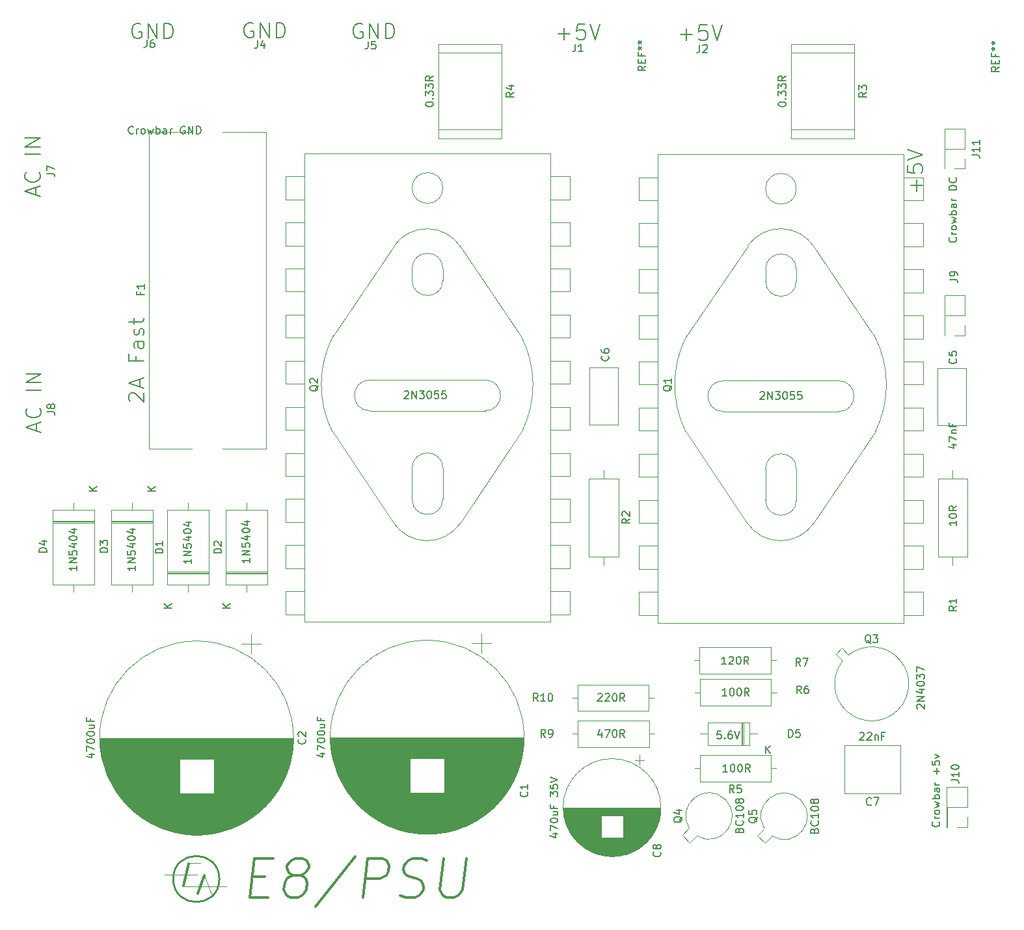
<source format=gbr>
G04 #@! TF.GenerationSoftware,KiCad,Pcbnew,(6.0.4-0)*
G04 #@! TF.CreationDate,2024-04-01T10:42:15+11:00*
G04 #@! TF.ProjectId,EDUC-8 PSU,45445543-2d38-4205-9053-552e6b696361,rev?*
G04 #@! TF.SameCoordinates,Original*
G04 #@! TF.FileFunction,Legend,Top*
G04 #@! TF.FilePolarity,Positive*
%FSLAX46Y46*%
G04 Gerber Fmt 4.6, Leading zero omitted, Abs format (unit mm)*
G04 Created by KiCad (PCBNEW (6.0.4-0)) date 2024-04-01 10:42:15*
%MOMM*%
%LPD*%
G01*
G04 APERTURE LIST*
%ADD10C,0.150000*%
%ADD11C,0.300000*%
%ADD12C,0.120000*%
%ADD13C,0.240000*%
G04 APERTURE END LIST*
D10*
X79736190Y-32260000D02*
X79545714Y-32164761D01*
X79260000Y-32164761D01*
X78974285Y-32260000D01*
X78783809Y-32450476D01*
X78688571Y-32640952D01*
X78593333Y-33021904D01*
X78593333Y-33307619D01*
X78688571Y-33688571D01*
X78783809Y-33879047D01*
X78974285Y-34069523D01*
X79260000Y-34164761D01*
X79450476Y-34164761D01*
X79736190Y-34069523D01*
X79831428Y-33974285D01*
X79831428Y-33307619D01*
X79450476Y-33307619D01*
X80688571Y-34164761D02*
X80688571Y-32164761D01*
X81831428Y-34164761D01*
X81831428Y-32164761D01*
X82783809Y-34164761D02*
X82783809Y-32164761D01*
X83260000Y-32164761D01*
X83545714Y-32260000D01*
X83736190Y-32450476D01*
X83831428Y-32640952D01*
X83926666Y-33021904D01*
X83926666Y-33307619D01*
X83831428Y-33688571D01*
X83736190Y-33879047D01*
X83545714Y-34069523D01*
X83260000Y-34164761D01*
X82783809Y-34164761D01*
X169017142Y-136207619D02*
X169064761Y-136255238D01*
X169112380Y-136398095D01*
X169112380Y-136493333D01*
X169064761Y-136636190D01*
X168969523Y-136731428D01*
X168874285Y-136779047D01*
X168683809Y-136826666D01*
X168540952Y-136826666D01*
X168350476Y-136779047D01*
X168255238Y-136731428D01*
X168160000Y-136636190D01*
X168112380Y-136493333D01*
X168112380Y-136398095D01*
X168160000Y-136255238D01*
X168207619Y-136207619D01*
X169112380Y-135779047D02*
X168445714Y-135779047D01*
X168636190Y-135779047D02*
X168540952Y-135731428D01*
X168493333Y-135683809D01*
X168445714Y-135588571D01*
X168445714Y-135493333D01*
X169112380Y-135017142D02*
X169064761Y-135112380D01*
X169017142Y-135160000D01*
X168921904Y-135207619D01*
X168636190Y-135207619D01*
X168540952Y-135160000D01*
X168493333Y-135112380D01*
X168445714Y-135017142D01*
X168445714Y-134874285D01*
X168493333Y-134779047D01*
X168540952Y-134731428D01*
X168636190Y-134683809D01*
X168921904Y-134683809D01*
X169017142Y-134731428D01*
X169064761Y-134779047D01*
X169112380Y-134874285D01*
X169112380Y-135017142D01*
X168445714Y-134350476D02*
X169112380Y-134160000D01*
X168636190Y-133969523D01*
X169112380Y-133779047D01*
X168445714Y-133588571D01*
X169112380Y-133207619D02*
X168112380Y-133207619D01*
X168493333Y-133207619D02*
X168445714Y-133112380D01*
X168445714Y-132921904D01*
X168493333Y-132826666D01*
X168540952Y-132779047D01*
X168636190Y-132731428D01*
X168921904Y-132731428D01*
X169017142Y-132779047D01*
X169064761Y-132826666D01*
X169112380Y-132921904D01*
X169112380Y-133112380D01*
X169064761Y-133207619D01*
X169112380Y-131874285D02*
X168588571Y-131874285D01*
X168493333Y-131921904D01*
X168445714Y-132017142D01*
X168445714Y-132207619D01*
X168493333Y-132302857D01*
X169064761Y-131874285D02*
X169112380Y-131969523D01*
X169112380Y-132207619D01*
X169064761Y-132302857D01*
X168969523Y-132350476D01*
X168874285Y-132350476D01*
X168779047Y-132302857D01*
X168731428Y-132207619D01*
X168731428Y-131969523D01*
X168683809Y-131874285D01*
X169112380Y-131398095D02*
X168445714Y-131398095D01*
X168636190Y-131398095D02*
X168540952Y-131350476D01*
X168493333Y-131302857D01*
X168445714Y-131207619D01*
X168445714Y-131112380D01*
X168731428Y-130017142D02*
X168731428Y-129255238D01*
X169112380Y-129636190D02*
X168350476Y-129636190D01*
X168112380Y-128302857D02*
X168112380Y-128779047D01*
X168588571Y-128826666D01*
X168540952Y-128779047D01*
X168493333Y-128683809D01*
X168493333Y-128445714D01*
X168540952Y-128350476D01*
X168588571Y-128302857D01*
X168683809Y-128255238D01*
X168921904Y-128255238D01*
X169017142Y-128302857D01*
X169064761Y-128350476D01*
X169112380Y-128445714D01*
X169112380Y-128683809D01*
X169064761Y-128779047D01*
X169017142Y-128826666D01*
X168445714Y-127921904D02*
X169112380Y-127683809D01*
X168445714Y-127445714D01*
X166142857Y-54121428D02*
X166142857Y-52597619D01*
X166904761Y-53359523D02*
X165380952Y-53359523D01*
X164904761Y-50692857D02*
X164904761Y-51645238D01*
X165857142Y-51740476D01*
X165761904Y-51645238D01*
X165666666Y-51454761D01*
X165666666Y-50978571D01*
X165761904Y-50788095D01*
X165857142Y-50692857D01*
X166047619Y-50597619D01*
X166523809Y-50597619D01*
X166714285Y-50692857D01*
X166809523Y-50788095D01*
X166904761Y-50978571D01*
X166904761Y-51454761D01*
X166809523Y-51645238D01*
X166714285Y-51740476D01*
X164904761Y-50026190D02*
X166904761Y-49359523D01*
X164904761Y-48692857D01*
X119488571Y-33602857D02*
X121012380Y-33602857D01*
X120250476Y-34364761D02*
X120250476Y-32840952D01*
X122917142Y-32364761D02*
X121964761Y-32364761D01*
X121869523Y-33317142D01*
X121964761Y-33221904D01*
X122155238Y-33126666D01*
X122631428Y-33126666D01*
X122821904Y-33221904D01*
X122917142Y-33317142D01*
X123012380Y-33507619D01*
X123012380Y-33983809D01*
X122917142Y-34174285D01*
X122821904Y-34269523D01*
X122631428Y-34364761D01*
X122155238Y-34364761D01*
X121964761Y-34269523D01*
X121869523Y-34174285D01*
X123583809Y-32364761D02*
X124250476Y-34364761D01*
X124917142Y-32364761D01*
X65136190Y-32360000D02*
X64945714Y-32264761D01*
X64660000Y-32264761D01*
X64374285Y-32360000D01*
X64183809Y-32550476D01*
X64088571Y-32740952D01*
X63993333Y-33121904D01*
X63993333Y-33407619D01*
X64088571Y-33788571D01*
X64183809Y-33979047D01*
X64374285Y-34169523D01*
X64660000Y-34264761D01*
X64850476Y-34264761D01*
X65136190Y-34169523D01*
X65231428Y-34074285D01*
X65231428Y-33407619D01*
X64850476Y-33407619D01*
X66088571Y-34264761D02*
X66088571Y-32264761D01*
X67231428Y-34264761D01*
X67231428Y-32264761D01*
X68183809Y-34264761D02*
X68183809Y-32264761D01*
X68660000Y-32264761D01*
X68945714Y-32360000D01*
X69136190Y-32550476D01*
X69231428Y-32740952D01*
X69326666Y-33121904D01*
X69326666Y-33407619D01*
X69231428Y-33788571D01*
X69136190Y-33979047D01*
X68945714Y-34169523D01*
X68660000Y-34264761D01*
X68183809Y-34264761D01*
X63755238Y-81493333D02*
X63660000Y-81398095D01*
X63564761Y-81207619D01*
X63564761Y-80731428D01*
X63660000Y-80540952D01*
X63755238Y-80445714D01*
X63945714Y-80350476D01*
X64136190Y-80350476D01*
X64421904Y-80445714D01*
X65564761Y-81588571D01*
X65564761Y-80350476D01*
X64993333Y-79588571D02*
X64993333Y-78636190D01*
X65564761Y-79779047D02*
X63564761Y-79112380D01*
X65564761Y-78445714D01*
X64517142Y-75588571D02*
X64517142Y-76255238D01*
X65564761Y-76255238D02*
X63564761Y-76255238D01*
X63564761Y-75302857D01*
X65564761Y-73683809D02*
X64517142Y-73683809D01*
X64326666Y-73779047D01*
X64231428Y-73969523D01*
X64231428Y-74350476D01*
X64326666Y-74540952D01*
X65469523Y-73683809D02*
X65564761Y-73874285D01*
X65564761Y-74350476D01*
X65469523Y-74540952D01*
X65279047Y-74636190D01*
X65088571Y-74636190D01*
X64898095Y-74540952D01*
X64802857Y-74350476D01*
X64802857Y-73874285D01*
X64707619Y-73683809D01*
X65469523Y-72826666D02*
X65564761Y-72636190D01*
X65564761Y-72255238D01*
X65469523Y-72064761D01*
X65279047Y-71969523D01*
X65183809Y-71969523D01*
X64993333Y-72064761D01*
X64898095Y-72255238D01*
X64898095Y-72540952D01*
X64802857Y-72731428D01*
X64612380Y-72826666D01*
X64517142Y-72826666D01*
X64326666Y-72731428D01*
X64231428Y-72540952D01*
X64231428Y-72255238D01*
X64326666Y-72064761D01*
X64231428Y-71398095D02*
X64231428Y-70636190D01*
X63564761Y-71112380D02*
X65279047Y-71112380D01*
X65469523Y-71017142D01*
X65564761Y-70826666D01*
X65564761Y-70636190D01*
X93936190Y-32360000D02*
X93745714Y-32264761D01*
X93460000Y-32264761D01*
X93174285Y-32360000D01*
X92983809Y-32550476D01*
X92888571Y-32740952D01*
X92793333Y-33121904D01*
X92793333Y-33407619D01*
X92888571Y-33788571D01*
X92983809Y-33979047D01*
X93174285Y-34169523D01*
X93460000Y-34264761D01*
X93650476Y-34264761D01*
X93936190Y-34169523D01*
X94031428Y-34074285D01*
X94031428Y-33407619D01*
X93650476Y-33407619D01*
X94888571Y-34264761D02*
X94888571Y-32264761D01*
X96031428Y-34264761D01*
X96031428Y-32264761D01*
X96983809Y-34264761D02*
X96983809Y-32264761D01*
X97460000Y-32264761D01*
X97745714Y-32360000D01*
X97936190Y-32550476D01*
X98031428Y-32740952D01*
X98126666Y-33121904D01*
X98126666Y-33407619D01*
X98031428Y-33788571D01*
X97936190Y-33979047D01*
X97745714Y-34169523D01*
X97460000Y-34264761D01*
X96983809Y-34264761D01*
X51493333Y-54621904D02*
X51493333Y-53669523D01*
X52064761Y-54812380D02*
X50064761Y-54145714D01*
X52064761Y-53479047D01*
X51874285Y-51669523D02*
X51969523Y-51764761D01*
X52064761Y-52050476D01*
X52064761Y-52240952D01*
X51969523Y-52526666D01*
X51779047Y-52717142D01*
X51588571Y-52812380D01*
X51207619Y-52907619D01*
X50921904Y-52907619D01*
X50540952Y-52812380D01*
X50350476Y-52717142D01*
X50160000Y-52526666D01*
X50064761Y-52240952D01*
X50064761Y-52050476D01*
X50160000Y-51764761D01*
X50255238Y-51669523D01*
X52064761Y-49288571D02*
X50064761Y-49288571D01*
X52064761Y-48336190D02*
X50064761Y-48336190D01*
X52064761Y-47193333D01*
X50064761Y-47193333D01*
D11*
X79623110Y-143397142D02*
X81316444Y-143397142D01*
X81709539Y-146058095D02*
X79290491Y-146058095D01*
X79925491Y-140978095D01*
X82344539Y-140978095D01*
X84975253Y-143155238D02*
X84521682Y-142913333D01*
X84310015Y-142671428D01*
X84128586Y-142187619D01*
X84158825Y-141945714D01*
X84461205Y-141461904D01*
X84733348Y-141220000D01*
X85247396Y-140978095D01*
X86215015Y-140978095D01*
X86668586Y-141220000D01*
X86880253Y-141461904D01*
X87061682Y-141945714D01*
X87031444Y-142187619D01*
X86729063Y-142671428D01*
X86456920Y-142913333D01*
X85942872Y-143155238D01*
X84975253Y-143155238D01*
X84461205Y-143397142D01*
X84189063Y-143639047D01*
X83886682Y-144122857D01*
X83765729Y-145090476D01*
X83947158Y-145574285D01*
X84158825Y-145816190D01*
X84612396Y-146058095D01*
X85580015Y-146058095D01*
X86094063Y-145816190D01*
X86366205Y-145574285D01*
X86668586Y-145090476D01*
X86789539Y-144122857D01*
X86608110Y-143639047D01*
X86396444Y-143397142D01*
X85942872Y-143155238D01*
X93018586Y-140736190D02*
X87847872Y-147267619D01*
X94046682Y-146058095D02*
X94681682Y-140978095D01*
X96616920Y-140978095D01*
X97070491Y-141220000D01*
X97282158Y-141461904D01*
X97463586Y-141945714D01*
X97372872Y-142671428D01*
X97070491Y-143155238D01*
X96798348Y-143397142D01*
X96284301Y-143639047D01*
X94349063Y-143639047D01*
X98915015Y-145816190D02*
X99610491Y-146058095D01*
X100820015Y-146058095D01*
X101334063Y-145816190D01*
X101606205Y-145574285D01*
X101908586Y-145090476D01*
X101969063Y-144606666D01*
X101787634Y-144122857D01*
X101575967Y-143880952D01*
X101122396Y-143639047D01*
X100185015Y-143397142D01*
X99731444Y-143155238D01*
X99519777Y-142913333D01*
X99338348Y-142429523D01*
X99398825Y-141945714D01*
X99701205Y-141461904D01*
X99973348Y-141220000D01*
X100487396Y-140978095D01*
X101696920Y-140978095D01*
X102392396Y-141220000D01*
X104599777Y-140978095D02*
X104085729Y-145090476D01*
X104267158Y-145574285D01*
X104478825Y-145816190D01*
X104932396Y-146058095D01*
X105900015Y-146058095D01*
X106414063Y-145816190D01*
X106686205Y-145574285D01*
X106988586Y-145090476D01*
X107502634Y-140978095D01*
D10*
X51593333Y-85321904D02*
X51593333Y-84369523D01*
X52164761Y-85512380D02*
X50164761Y-84845714D01*
X52164761Y-84179047D01*
X51974285Y-82369523D02*
X52069523Y-82464761D01*
X52164761Y-82750476D01*
X52164761Y-82940952D01*
X52069523Y-83226666D01*
X51879047Y-83417142D01*
X51688571Y-83512380D01*
X51307619Y-83607619D01*
X51021904Y-83607619D01*
X50640952Y-83512380D01*
X50450476Y-83417142D01*
X50260000Y-83226666D01*
X50164761Y-82940952D01*
X50164761Y-82750476D01*
X50260000Y-82464761D01*
X50355238Y-82369523D01*
X52164761Y-79988571D02*
X50164761Y-79988571D01*
X52164761Y-79036190D02*
X50164761Y-79036190D01*
X52164761Y-77893333D01*
X50164761Y-77893333D01*
X135388571Y-33702857D02*
X136912380Y-33702857D01*
X136150476Y-34464761D02*
X136150476Y-32940952D01*
X138817142Y-32464761D02*
X137864761Y-32464761D01*
X137769523Y-33417142D01*
X137864761Y-33321904D01*
X138055238Y-33226666D01*
X138531428Y-33226666D01*
X138721904Y-33321904D01*
X138817142Y-33417142D01*
X138912380Y-33607619D01*
X138912380Y-34083809D01*
X138817142Y-34274285D01*
X138721904Y-34369523D01*
X138531428Y-34464761D01*
X138055238Y-34464761D01*
X137864761Y-34369523D01*
X137769523Y-34274285D01*
X139483809Y-32464761D02*
X140150476Y-34464761D01*
X140817142Y-32464761D01*
X64154761Y-46557142D02*
X64107142Y-46604761D01*
X63964285Y-46652380D01*
X63869047Y-46652380D01*
X63726190Y-46604761D01*
X63630952Y-46509523D01*
X63583333Y-46414285D01*
X63535714Y-46223809D01*
X63535714Y-46080952D01*
X63583333Y-45890476D01*
X63630952Y-45795238D01*
X63726190Y-45700000D01*
X63869047Y-45652380D01*
X63964285Y-45652380D01*
X64107142Y-45700000D01*
X64154761Y-45747619D01*
X64583333Y-46652380D02*
X64583333Y-45985714D01*
X64583333Y-46176190D02*
X64630952Y-46080952D01*
X64678571Y-46033333D01*
X64773809Y-45985714D01*
X64869047Y-45985714D01*
X65345238Y-46652380D02*
X65250000Y-46604761D01*
X65202380Y-46557142D01*
X65154761Y-46461904D01*
X65154761Y-46176190D01*
X65202380Y-46080952D01*
X65250000Y-46033333D01*
X65345238Y-45985714D01*
X65488095Y-45985714D01*
X65583333Y-46033333D01*
X65630952Y-46080952D01*
X65678571Y-46176190D01*
X65678571Y-46461904D01*
X65630952Y-46557142D01*
X65583333Y-46604761D01*
X65488095Y-46652380D01*
X65345238Y-46652380D01*
X66011904Y-45985714D02*
X66202380Y-46652380D01*
X66392857Y-46176190D01*
X66583333Y-46652380D01*
X66773809Y-45985714D01*
X67154761Y-46652380D02*
X67154761Y-45652380D01*
X67154761Y-46033333D02*
X67250000Y-45985714D01*
X67440476Y-45985714D01*
X67535714Y-46033333D01*
X67583333Y-46080952D01*
X67630952Y-46176190D01*
X67630952Y-46461904D01*
X67583333Y-46557142D01*
X67535714Y-46604761D01*
X67440476Y-46652380D01*
X67250000Y-46652380D01*
X67154761Y-46604761D01*
X68488095Y-46652380D02*
X68488095Y-46128571D01*
X68440476Y-46033333D01*
X68345238Y-45985714D01*
X68154761Y-45985714D01*
X68059523Y-46033333D01*
X68488095Y-46604761D02*
X68392857Y-46652380D01*
X68154761Y-46652380D01*
X68059523Y-46604761D01*
X68011904Y-46509523D01*
X68011904Y-46414285D01*
X68059523Y-46319047D01*
X68154761Y-46271428D01*
X68392857Y-46271428D01*
X68488095Y-46223809D01*
X68964285Y-46652380D02*
X68964285Y-45985714D01*
X68964285Y-46176190D02*
X69011904Y-46080952D01*
X69059523Y-46033333D01*
X69154761Y-45985714D01*
X69250000Y-45985714D01*
X70869047Y-45700000D02*
X70773809Y-45652380D01*
X70630952Y-45652380D01*
X70488095Y-45700000D01*
X70392857Y-45795238D01*
X70345238Y-45890476D01*
X70297619Y-46080952D01*
X70297619Y-46223809D01*
X70345238Y-46414285D01*
X70392857Y-46509523D01*
X70488095Y-46604761D01*
X70630952Y-46652380D01*
X70726190Y-46652380D01*
X70869047Y-46604761D01*
X70916666Y-46557142D01*
X70916666Y-46223809D01*
X70726190Y-46223809D01*
X71345238Y-46652380D02*
X71345238Y-45652380D01*
X71916666Y-46652380D01*
X71916666Y-45652380D01*
X72392857Y-46652380D02*
X72392857Y-45652380D01*
X72630952Y-45652380D01*
X72773809Y-45700000D01*
X72869047Y-45795238D01*
X72916666Y-45890476D01*
X72964285Y-46080952D01*
X72964285Y-46223809D01*
X72916666Y-46414285D01*
X72869047Y-46509523D01*
X72773809Y-46604761D01*
X72630952Y-46652380D01*
X72392857Y-46652380D01*
X171217142Y-60131428D02*
X171264761Y-60179047D01*
X171312380Y-60321904D01*
X171312380Y-60417142D01*
X171264761Y-60560000D01*
X171169523Y-60655238D01*
X171074285Y-60702857D01*
X170883809Y-60750476D01*
X170740952Y-60750476D01*
X170550476Y-60702857D01*
X170455238Y-60655238D01*
X170360000Y-60560000D01*
X170312380Y-60417142D01*
X170312380Y-60321904D01*
X170360000Y-60179047D01*
X170407619Y-60131428D01*
X171312380Y-59702857D02*
X170645714Y-59702857D01*
X170836190Y-59702857D02*
X170740952Y-59655238D01*
X170693333Y-59607619D01*
X170645714Y-59512380D01*
X170645714Y-59417142D01*
X171312380Y-58940952D02*
X171264761Y-59036190D01*
X171217142Y-59083809D01*
X171121904Y-59131428D01*
X170836190Y-59131428D01*
X170740952Y-59083809D01*
X170693333Y-59036190D01*
X170645714Y-58940952D01*
X170645714Y-58798095D01*
X170693333Y-58702857D01*
X170740952Y-58655238D01*
X170836190Y-58607619D01*
X171121904Y-58607619D01*
X171217142Y-58655238D01*
X171264761Y-58702857D01*
X171312380Y-58798095D01*
X171312380Y-58940952D01*
X170645714Y-58274285D02*
X171312380Y-58083809D01*
X170836190Y-57893333D01*
X171312380Y-57702857D01*
X170645714Y-57512380D01*
X171312380Y-57131428D02*
X170312380Y-57131428D01*
X170693333Y-57131428D02*
X170645714Y-57036190D01*
X170645714Y-56845714D01*
X170693333Y-56750476D01*
X170740952Y-56702857D01*
X170836190Y-56655238D01*
X171121904Y-56655238D01*
X171217142Y-56702857D01*
X171264761Y-56750476D01*
X171312380Y-56845714D01*
X171312380Y-57036190D01*
X171264761Y-57131428D01*
X171312380Y-55798095D02*
X170788571Y-55798095D01*
X170693333Y-55845714D01*
X170645714Y-55940952D01*
X170645714Y-56131428D01*
X170693333Y-56226666D01*
X171264761Y-55798095D02*
X171312380Y-55893333D01*
X171312380Y-56131428D01*
X171264761Y-56226666D01*
X171169523Y-56274285D01*
X171074285Y-56274285D01*
X170979047Y-56226666D01*
X170931428Y-56131428D01*
X170931428Y-55893333D01*
X170883809Y-55798095D01*
X171312380Y-55321904D02*
X170645714Y-55321904D01*
X170836190Y-55321904D02*
X170740952Y-55274285D01*
X170693333Y-55226666D01*
X170645714Y-55131428D01*
X170645714Y-55036190D01*
X171312380Y-53940952D02*
X170312380Y-53940952D01*
X170312380Y-53702857D01*
X170360000Y-53560000D01*
X170455238Y-53464761D01*
X170550476Y-53417142D01*
X170740952Y-53369523D01*
X170883809Y-53369523D01*
X171074285Y-53417142D01*
X171169523Y-53464761D01*
X171264761Y-53560000D01*
X171312380Y-53702857D01*
X171312380Y-53940952D01*
X171217142Y-52369523D02*
X171264761Y-52417142D01*
X171312380Y-52560000D01*
X171312380Y-52655238D01*
X171264761Y-52798095D01*
X171169523Y-52893333D01*
X171074285Y-52940952D01*
X170883809Y-52988571D01*
X170740952Y-52988571D01*
X170550476Y-52940952D01*
X170455238Y-52893333D01*
X170360000Y-52798095D01*
X170312380Y-52655238D01*
X170312380Y-52560000D01*
X170360000Y-52417142D01*
X170407619Y-52369523D01*
X160164761Y-112987619D02*
X160069523Y-112940000D01*
X159974285Y-112844761D01*
X159831428Y-112701904D01*
X159736190Y-112654285D01*
X159640952Y-112654285D01*
X159688571Y-112892380D02*
X159593333Y-112844761D01*
X159498095Y-112749523D01*
X159450476Y-112559047D01*
X159450476Y-112225714D01*
X159498095Y-112035238D01*
X159593333Y-111940000D01*
X159688571Y-111892380D01*
X159879047Y-111892380D01*
X159974285Y-111940000D01*
X160069523Y-112035238D01*
X160117142Y-112225714D01*
X160117142Y-112559047D01*
X160069523Y-112749523D01*
X159974285Y-112844761D01*
X159879047Y-112892380D01*
X159688571Y-112892380D01*
X160450476Y-111892380D02*
X161069523Y-111892380D01*
X160736190Y-112273333D01*
X160879047Y-112273333D01*
X160974285Y-112320952D01*
X161021904Y-112368571D01*
X161069523Y-112463809D01*
X161069523Y-112701904D01*
X161021904Y-112797142D01*
X160974285Y-112844761D01*
X160879047Y-112892380D01*
X160593333Y-112892380D01*
X160498095Y-112844761D01*
X160450476Y-112797142D01*
X166207619Y-121474285D02*
X166160000Y-121426666D01*
X166112380Y-121331428D01*
X166112380Y-121093333D01*
X166160000Y-120998095D01*
X166207619Y-120950476D01*
X166302857Y-120902857D01*
X166398095Y-120902857D01*
X166540952Y-120950476D01*
X167112380Y-121521904D01*
X167112380Y-120902857D01*
X167112380Y-120474285D02*
X166112380Y-120474285D01*
X167112380Y-119902857D01*
X166112380Y-119902857D01*
X166445714Y-118998095D02*
X167112380Y-118998095D01*
X166064761Y-119236190D02*
X166779047Y-119474285D01*
X166779047Y-118855238D01*
X166112380Y-118283809D02*
X166112380Y-118188571D01*
X166160000Y-118093333D01*
X166207619Y-118045714D01*
X166302857Y-117998095D01*
X166493333Y-117950476D01*
X166731428Y-117950476D01*
X166921904Y-117998095D01*
X167017142Y-118045714D01*
X167064761Y-118093333D01*
X167112380Y-118188571D01*
X167112380Y-118283809D01*
X167064761Y-118379047D01*
X167017142Y-118426666D01*
X166921904Y-118474285D01*
X166731428Y-118521904D01*
X166493333Y-118521904D01*
X166302857Y-118474285D01*
X166207619Y-118426666D01*
X166160000Y-118379047D01*
X166112380Y-118283809D01*
X166112380Y-117617142D02*
X166112380Y-116998095D01*
X166493333Y-117331428D01*
X166493333Y-117188571D01*
X166540952Y-117093333D01*
X166588571Y-117045714D01*
X166683809Y-116998095D01*
X166921904Y-116998095D01*
X167017142Y-117045714D01*
X167064761Y-117093333D01*
X167112380Y-117188571D01*
X167112380Y-117474285D01*
X167064761Y-117569523D01*
X167017142Y-117617142D01*
X166112380Y-116664761D02*
X166112380Y-115998095D01*
X167112380Y-116426666D01*
X115417142Y-132326666D02*
X115464761Y-132374285D01*
X115512380Y-132517142D01*
X115512380Y-132612380D01*
X115464761Y-132755238D01*
X115369523Y-132850476D01*
X115274285Y-132898095D01*
X115083809Y-132945714D01*
X114940952Y-132945714D01*
X114750476Y-132898095D01*
X114655238Y-132850476D01*
X114560000Y-132755238D01*
X114512380Y-132612380D01*
X114512380Y-132517142D01*
X114560000Y-132374285D01*
X114607619Y-132326666D01*
X115512380Y-131374285D02*
X115512380Y-131945714D01*
X115512380Y-131660000D02*
X114512380Y-131660000D01*
X114655238Y-131755238D01*
X114750476Y-131850476D01*
X114798095Y-131945714D01*
X88435714Y-127319047D02*
X89102380Y-127319047D01*
X88054761Y-127557142D02*
X88769047Y-127795238D01*
X88769047Y-127176190D01*
X88102380Y-126890476D02*
X88102380Y-126223809D01*
X89102380Y-126652380D01*
X88102380Y-125652380D02*
X88102380Y-125557142D01*
X88150000Y-125461904D01*
X88197619Y-125414285D01*
X88292857Y-125366666D01*
X88483333Y-125319047D01*
X88721428Y-125319047D01*
X88911904Y-125366666D01*
X89007142Y-125414285D01*
X89054761Y-125461904D01*
X89102380Y-125557142D01*
X89102380Y-125652380D01*
X89054761Y-125747619D01*
X89007142Y-125795238D01*
X88911904Y-125842857D01*
X88721428Y-125890476D01*
X88483333Y-125890476D01*
X88292857Y-125842857D01*
X88197619Y-125795238D01*
X88150000Y-125747619D01*
X88102380Y-125652380D01*
X88102380Y-124700000D02*
X88102380Y-124604761D01*
X88150000Y-124509523D01*
X88197619Y-124461904D01*
X88292857Y-124414285D01*
X88483333Y-124366666D01*
X88721428Y-124366666D01*
X88911904Y-124414285D01*
X89007142Y-124461904D01*
X89054761Y-124509523D01*
X89102380Y-124604761D01*
X89102380Y-124700000D01*
X89054761Y-124795238D01*
X89007142Y-124842857D01*
X88911904Y-124890476D01*
X88721428Y-124938095D01*
X88483333Y-124938095D01*
X88292857Y-124890476D01*
X88197619Y-124842857D01*
X88150000Y-124795238D01*
X88102380Y-124700000D01*
X88435714Y-123509523D02*
X89102380Y-123509523D01*
X88435714Y-123938095D02*
X88959523Y-123938095D01*
X89054761Y-123890476D01*
X89102380Y-123795238D01*
X89102380Y-123652380D01*
X89054761Y-123557142D01*
X89007142Y-123509523D01*
X88578571Y-122700000D02*
X88578571Y-123033333D01*
X89102380Y-123033333D02*
X88102380Y-123033333D01*
X88102380Y-122557142D01*
X86507142Y-125466666D02*
X86554761Y-125514285D01*
X86602380Y-125657142D01*
X86602380Y-125752380D01*
X86554761Y-125895238D01*
X86459523Y-125990476D01*
X86364285Y-126038095D01*
X86173809Y-126085714D01*
X86030952Y-126085714D01*
X85840476Y-126038095D01*
X85745238Y-125990476D01*
X85650000Y-125895238D01*
X85602380Y-125752380D01*
X85602380Y-125657142D01*
X85650000Y-125514285D01*
X85697619Y-125466666D01*
X85697619Y-125085714D02*
X85650000Y-125038095D01*
X85602380Y-124942857D01*
X85602380Y-124704761D01*
X85650000Y-124609523D01*
X85697619Y-124561904D01*
X85792857Y-124514285D01*
X85888095Y-124514285D01*
X86030952Y-124561904D01*
X86602380Y-125133333D01*
X86602380Y-124514285D01*
X58435714Y-127419047D02*
X59102380Y-127419047D01*
X58054761Y-127657142D02*
X58769047Y-127895238D01*
X58769047Y-127276190D01*
X58102380Y-126990476D02*
X58102380Y-126323809D01*
X59102380Y-126752380D01*
X58102380Y-125752380D02*
X58102380Y-125657142D01*
X58150000Y-125561904D01*
X58197619Y-125514285D01*
X58292857Y-125466666D01*
X58483333Y-125419047D01*
X58721428Y-125419047D01*
X58911904Y-125466666D01*
X59007142Y-125514285D01*
X59054761Y-125561904D01*
X59102380Y-125657142D01*
X59102380Y-125752380D01*
X59054761Y-125847619D01*
X59007142Y-125895238D01*
X58911904Y-125942857D01*
X58721428Y-125990476D01*
X58483333Y-125990476D01*
X58292857Y-125942857D01*
X58197619Y-125895238D01*
X58150000Y-125847619D01*
X58102380Y-125752380D01*
X58102380Y-124800000D02*
X58102380Y-124704761D01*
X58150000Y-124609523D01*
X58197619Y-124561904D01*
X58292857Y-124514285D01*
X58483333Y-124466666D01*
X58721428Y-124466666D01*
X58911904Y-124514285D01*
X59007142Y-124561904D01*
X59054761Y-124609523D01*
X59102380Y-124704761D01*
X59102380Y-124800000D01*
X59054761Y-124895238D01*
X59007142Y-124942857D01*
X58911904Y-124990476D01*
X58721428Y-125038095D01*
X58483333Y-125038095D01*
X58292857Y-124990476D01*
X58197619Y-124942857D01*
X58150000Y-124895238D01*
X58102380Y-124800000D01*
X58435714Y-123609523D02*
X59102380Y-123609523D01*
X58435714Y-124038095D02*
X58959523Y-124038095D01*
X59054761Y-123990476D01*
X59102380Y-123895238D01*
X59102380Y-123752380D01*
X59054761Y-123657142D01*
X59007142Y-123609523D01*
X58578571Y-122800000D02*
X58578571Y-123133333D01*
X59102380Y-123133333D02*
X58102380Y-123133333D01*
X58102380Y-122657142D01*
X171217142Y-75926666D02*
X171264761Y-75974285D01*
X171312380Y-76117142D01*
X171312380Y-76212380D01*
X171264761Y-76355238D01*
X171169523Y-76450476D01*
X171074285Y-76498095D01*
X170883809Y-76545714D01*
X170740952Y-76545714D01*
X170550476Y-76498095D01*
X170455238Y-76450476D01*
X170360000Y-76355238D01*
X170312380Y-76212380D01*
X170312380Y-76117142D01*
X170360000Y-75974285D01*
X170407619Y-75926666D01*
X170312380Y-75021904D02*
X170312380Y-75498095D01*
X170788571Y-75545714D01*
X170740952Y-75498095D01*
X170693333Y-75402857D01*
X170693333Y-75164761D01*
X170740952Y-75069523D01*
X170788571Y-75021904D01*
X170883809Y-74974285D01*
X171121904Y-74974285D01*
X171217142Y-75021904D01*
X171264761Y-75069523D01*
X171312380Y-75164761D01*
X171312380Y-75402857D01*
X171264761Y-75498095D01*
X171217142Y-75545714D01*
X170645714Y-87126666D02*
X171312380Y-87126666D01*
X170264761Y-87364761D02*
X170979047Y-87602857D01*
X170979047Y-86983809D01*
X170312380Y-86698095D02*
X170312380Y-86031428D01*
X171312380Y-86460000D01*
X170645714Y-85650476D02*
X171312380Y-85650476D01*
X170740952Y-85650476D02*
X170693333Y-85602857D01*
X170645714Y-85507619D01*
X170645714Y-85364761D01*
X170693333Y-85269523D01*
X170788571Y-85221904D01*
X171312380Y-85221904D01*
X170788571Y-84412380D02*
X170788571Y-84745714D01*
X171312380Y-84745714D02*
X170312380Y-84745714D01*
X170312380Y-84269523D01*
X125957142Y-75566666D02*
X126004761Y-75614285D01*
X126052380Y-75757142D01*
X126052380Y-75852380D01*
X126004761Y-75995238D01*
X125909523Y-76090476D01*
X125814285Y-76138095D01*
X125623809Y-76185714D01*
X125480952Y-76185714D01*
X125290476Y-76138095D01*
X125195238Y-76090476D01*
X125100000Y-75995238D01*
X125052380Y-75852380D01*
X125052380Y-75757142D01*
X125100000Y-75614285D01*
X125147619Y-75566666D01*
X125052380Y-74709523D02*
X125052380Y-74900000D01*
X125100000Y-74995238D01*
X125147619Y-75042857D01*
X125290476Y-75138095D01*
X125480952Y-75185714D01*
X125861904Y-75185714D01*
X125957142Y-75138095D01*
X126004761Y-75090476D01*
X126052380Y-74995238D01*
X126052380Y-74804761D01*
X126004761Y-74709523D01*
X125957142Y-74661904D01*
X125861904Y-74614285D01*
X125623809Y-74614285D01*
X125528571Y-74661904D01*
X125480952Y-74709523D01*
X125433333Y-74804761D01*
X125433333Y-74995238D01*
X125480952Y-75090476D01*
X125528571Y-75138095D01*
X125623809Y-75185714D01*
X160193333Y-133967142D02*
X160145714Y-134014761D01*
X160002857Y-134062380D01*
X159907619Y-134062380D01*
X159764761Y-134014761D01*
X159669523Y-133919523D01*
X159621904Y-133824285D01*
X159574285Y-133633809D01*
X159574285Y-133490952D01*
X159621904Y-133300476D01*
X159669523Y-133205238D01*
X159764761Y-133110000D01*
X159907619Y-133062380D01*
X160002857Y-133062380D01*
X160145714Y-133110000D01*
X160193333Y-133157619D01*
X160526666Y-133062380D02*
X161193333Y-133062380D01*
X160764761Y-134062380D01*
X158717142Y-124657619D02*
X158764761Y-124610000D01*
X158860000Y-124562380D01*
X159098095Y-124562380D01*
X159193333Y-124610000D01*
X159240952Y-124657619D01*
X159288571Y-124752857D01*
X159288571Y-124848095D01*
X159240952Y-124990952D01*
X158669523Y-125562380D01*
X159288571Y-125562380D01*
X159669523Y-124657619D02*
X159717142Y-124610000D01*
X159812380Y-124562380D01*
X160050476Y-124562380D01*
X160145714Y-124610000D01*
X160193333Y-124657619D01*
X160240952Y-124752857D01*
X160240952Y-124848095D01*
X160193333Y-124990952D01*
X159621904Y-125562380D01*
X160240952Y-125562380D01*
X160669523Y-124895714D02*
X160669523Y-125562380D01*
X160669523Y-124990952D02*
X160717142Y-124943333D01*
X160812380Y-124895714D01*
X160955238Y-124895714D01*
X161050476Y-124943333D01*
X161098095Y-125038571D01*
X161098095Y-125562380D01*
X161907619Y-125038571D02*
X161574285Y-125038571D01*
X161574285Y-125562380D02*
X161574285Y-124562380D01*
X162050476Y-124562380D01*
X132717142Y-140126666D02*
X132764761Y-140174285D01*
X132812380Y-140317142D01*
X132812380Y-140412380D01*
X132764761Y-140555238D01*
X132669523Y-140650476D01*
X132574285Y-140698095D01*
X132383809Y-140745714D01*
X132240952Y-140745714D01*
X132050476Y-140698095D01*
X131955238Y-140650476D01*
X131860000Y-140555238D01*
X131812380Y-140412380D01*
X131812380Y-140317142D01*
X131860000Y-140174285D01*
X131907619Y-140126666D01*
X132240952Y-139555238D02*
X132193333Y-139650476D01*
X132145714Y-139698095D01*
X132050476Y-139745714D01*
X132002857Y-139745714D01*
X131907619Y-139698095D01*
X131860000Y-139650476D01*
X131812380Y-139555238D01*
X131812380Y-139364761D01*
X131860000Y-139269523D01*
X131907619Y-139221904D01*
X132002857Y-139174285D01*
X132050476Y-139174285D01*
X132145714Y-139221904D01*
X132193333Y-139269523D01*
X132240952Y-139364761D01*
X132240952Y-139555238D01*
X132288571Y-139650476D01*
X132336190Y-139698095D01*
X132431428Y-139745714D01*
X132621904Y-139745714D01*
X132717142Y-139698095D01*
X132764761Y-139650476D01*
X132812380Y-139555238D01*
X132812380Y-139364761D01*
X132764761Y-139269523D01*
X132717142Y-139221904D01*
X132621904Y-139174285D01*
X132431428Y-139174285D01*
X132336190Y-139221904D01*
X132288571Y-139269523D01*
X132240952Y-139364761D01*
X118745714Y-137764761D02*
X119412380Y-137764761D01*
X118364761Y-138002857D02*
X119079047Y-138240952D01*
X119079047Y-137621904D01*
X118412380Y-137336190D02*
X118412380Y-136669523D01*
X119412380Y-137098095D01*
X118412380Y-136098095D02*
X118412380Y-136002857D01*
X118460000Y-135907619D01*
X118507619Y-135860000D01*
X118602857Y-135812380D01*
X118793333Y-135764761D01*
X119031428Y-135764761D01*
X119221904Y-135812380D01*
X119317142Y-135860000D01*
X119364761Y-135907619D01*
X119412380Y-136002857D01*
X119412380Y-136098095D01*
X119364761Y-136193333D01*
X119317142Y-136240952D01*
X119221904Y-136288571D01*
X119031428Y-136336190D01*
X118793333Y-136336190D01*
X118602857Y-136288571D01*
X118507619Y-136240952D01*
X118460000Y-136193333D01*
X118412380Y-136098095D01*
X118745714Y-134907619D02*
X119412380Y-134907619D01*
X118745714Y-135336190D02*
X119269523Y-135336190D01*
X119364761Y-135288571D01*
X119412380Y-135193333D01*
X119412380Y-135050476D01*
X119364761Y-134955238D01*
X119317142Y-134907619D01*
X118888571Y-134098095D02*
X118888571Y-134431428D01*
X119412380Y-134431428D02*
X118412380Y-134431428D01*
X118412380Y-133955238D01*
X118412380Y-132907619D02*
X118412380Y-132288571D01*
X118793333Y-132621904D01*
X118793333Y-132479047D01*
X118840952Y-132383809D01*
X118888571Y-132336190D01*
X118983809Y-132288571D01*
X119221904Y-132288571D01*
X119317142Y-132336190D01*
X119364761Y-132383809D01*
X119412380Y-132479047D01*
X119412380Y-132764761D01*
X119364761Y-132860000D01*
X119317142Y-132907619D01*
X118412380Y-131383809D02*
X118412380Y-131860000D01*
X118888571Y-131907619D01*
X118840952Y-131860000D01*
X118793333Y-131764761D01*
X118793333Y-131526666D01*
X118840952Y-131431428D01*
X118888571Y-131383809D01*
X118983809Y-131336190D01*
X119221904Y-131336190D01*
X119317142Y-131383809D01*
X119364761Y-131431428D01*
X119412380Y-131526666D01*
X119412380Y-131764761D01*
X119364761Y-131860000D01*
X119317142Y-131907619D01*
X118412380Y-131050476D02*
X119412380Y-130717142D01*
X118412380Y-130383809D01*
X68012380Y-101218095D02*
X67012380Y-101218095D01*
X67012380Y-100980000D01*
X67060000Y-100837142D01*
X67155238Y-100741904D01*
X67250476Y-100694285D01*
X67440952Y-100646666D01*
X67583809Y-100646666D01*
X67774285Y-100694285D01*
X67869523Y-100741904D01*
X67964761Y-100837142D01*
X68012380Y-100980000D01*
X68012380Y-101218095D01*
X68012380Y-99694285D02*
X68012380Y-100265714D01*
X68012380Y-99980000D02*
X67012380Y-99980000D01*
X67155238Y-100075238D01*
X67250476Y-100170476D01*
X67298095Y-100265714D01*
X71712380Y-102002857D02*
X71712380Y-102574285D01*
X71712380Y-102288571D02*
X70712380Y-102288571D01*
X70855238Y-102383809D01*
X70950476Y-102479047D01*
X70998095Y-102574285D01*
X71712380Y-101574285D02*
X70712380Y-101574285D01*
X71712380Y-101002857D01*
X70712380Y-101002857D01*
X70712380Y-100050476D02*
X70712380Y-100526666D01*
X71188571Y-100574285D01*
X71140952Y-100526666D01*
X71093333Y-100431428D01*
X71093333Y-100193333D01*
X71140952Y-100098095D01*
X71188571Y-100050476D01*
X71283809Y-100002857D01*
X71521904Y-100002857D01*
X71617142Y-100050476D01*
X71664761Y-100098095D01*
X71712380Y-100193333D01*
X71712380Y-100431428D01*
X71664761Y-100526666D01*
X71617142Y-100574285D01*
X71045714Y-99145714D02*
X71712380Y-99145714D01*
X70664761Y-99383809D02*
X71379047Y-99621904D01*
X71379047Y-99002857D01*
X70712380Y-98431428D02*
X70712380Y-98336190D01*
X70760000Y-98240952D01*
X70807619Y-98193333D01*
X70902857Y-98145714D01*
X71093333Y-98098095D01*
X71331428Y-98098095D01*
X71521904Y-98145714D01*
X71617142Y-98193333D01*
X71664761Y-98240952D01*
X71712380Y-98336190D01*
X71712380Y-98431428D01*
X71664761Y-98526666D01*
X71617142Y-98574285D01*
X71521904Y-98621904D01*
X71331428Y-98669523D01*
X71093333Y-98669523D01*
X70902857Y-98621904D01*
X70807619Y-98574285D01*
X70760000Y-98526666D01*
X70712380Y-98431428D01*
X71045714Y-97240952D02*
X71712380Y-97240952D01*
X70664761Y-97479047D02*
X71379047Y-97717142D01*
X71379047Y-97098095D01*
X69132380Y-108361904D02*
X68132380Y-108361904D01*
X69132380Y-107790476D02*
X68560952Y-108219047D01*
X68132380Y-107790476D02*
X68703809Y-108361904D01*
X75632380Y-101218095D02*
X74632380Y-101218095D01*
X74632380Y-100980000D01*
X74680000Y-100837142D01*
X74775238Y-100741904D01*
X74870476Y-100694285D01*
X75060952Y-100646666D01*
X75203809Y-100646666D01*
X75394285Y-100694285D01*
X75489523Y-100741904D01*
X75584761Y-100837142D01*
X75632380Y-100980000D01*
X75632380Y-101218095D01*
X74727619Y-100265714D02*
X74680000Y-100218095D01*
X74632380Y-100122857D01*
X74632380Y-99884761D01*
X74680000Y-99789523D01*
X74727619Y-99741904D01*
X74822857Y-99694285D01*
X74918095Y-99694285D01*
X75060952Y-99741904D01*
X75632380Y-100313333D01*
X75632380Y-99694285D01*
X79312380Y-101902857D02*
X79312380Y-102474285D01*
X79312380Y-102188571D02*
X78312380Y-102188571D01*
X78455238Y-102283809D01*
X78550476Y-102379047D01*
X78598095Y-102474285D01*
X79312380Y-101474285D02*
X78312380Y-101474285D01*
X79312380Y-100902857D01*
X78312380Y-100902857D01*
X78312380Y-99950476D02*
X78312380Y-100426666D01*
X78788571Y-100474285D01*
X78740952Y-100426666D01*
X78693333Y-100331428D01*
X78693333Y-100093333D01*
X78740952Y-99998095D01*
X78788571Y-99950476D01*
X78883809Y-99902857D01*
X79121904Y-99902857D01*
X79217142Y-99950476D01*
X79264761Y-99998095D01*
X79312380Y-100093333D01*
X79312380Y-100331428D01*
X79264761Y-100426666D01*
X79217142Y-100474285D01*
X78645714Y-99045714D02*
X79312380Y-99045714D01*
X78264761Y-99283809D02*
X78979047Y-99521904D01*
X78979047Y-98902857D01*
X78312380Y-98331428D02*
X78312380Y-98236190D01*
X78360000Y-98140952D01*
X78407619Y-98093333D01*
X78502857Y-98045714D01*
X78693333Y-97998095D01*
X78931428Y-97998095D01*
X79121904Y-98045714D01*
X79217142Y-98093333D01*
X79264761Y-98140952D01*
X79312380Y-98236190D01*
X79312380Y-98331428D01*
X79264761Y-98426666D01*
X79217142Y-98474285D01*
X79121904Y-98521904D01*
X78931428Y-98569523D01*
X78693333Y-98569523D01*
X78502857Y-98521904D01*
X78407619Y-98474285D01*
X78360000Y-98426666D01*
X78312380Y-98331428D01*
X78645714Y-97140952D02*
X79312380Y-97140952D01*
X78264761Y-97379047D02*
X78979047Y-97617142D01*
X78979047Y-96998095D01*
X76752380Y-108361904D02*
X75752380Y-108361904D01*
X76752380Y-107790476D02*
X76180952Y-108219047D01*
X75752380Y-107790476D02*
X76323809Y-108361904D01*
X60812380Y-101098095D02*
X59812380Y-101098095D01*
X59812380Y-100860000D01*
X59860000Y-100717142D01*
X59955238Y-100621904D01*
X60050476Y-100574285D01*
X60240952Y-100526666D01*
X60383809Y-100526666D01*
X60574285Y-100574285D01*
X60669523Y-100621904D01*
X60764761Y-100717142D01*
X60812380Y-100860000D01*
X60812380Y-101098095D01*
X59812380Y-100193333D02*
X59812380Y-99574285D01*
X60193333Y-99907619D01*
X60193333Y-99764761D01*
X60240952Y-99669523D01*
X60288571Y-99621904D01*
X60383809Y-99574285D01*
X60621904Y-99574285D01*
X60717142Y-99621904D01*
X60764761Y-99669523D01*
X60812380Y-99764761D01*
X60812380Y-100050476D01*
X60764761Y-100145714D01*
X60717142Y-100193333D01*
X64412380Y-102902857D02*
X64412380Y-103474285D01*
X64412380Y-103188571D02*
X63412380Y-103188571D01*
X63555238Y-103283809D01*
X63650476Y-103379047D01*
X63698095Y-103474285D01*
X64412380Y-102474285D02*
X63412380Y-102474285D01*
X64412380Y-101902857D01*
X63412380Y-101902857D01*
X63412380Y-100950476D02*
X63412380Y-101426666D01*
X63888571Y-101474285D01*
X63840952Y-101426666D01*
X63793333Y-101331428D01*
X63793333Y-101093333D01*
X63840952Y-100998095D01*
X63888571Y-100950476D01*
X63983809Y-100902857D01*
X64221904Y-100902857D01*
X64317142Y-100950476D01*
X64364761Y-100998095D01*
X64412380Y-101093333D01*
X64412380Y-101331428D01*
X64364761Y-101426666D01*
X64317142Y-101474285D01*
X63745714Y-100045714D02*
X64412380Y-100045714D01*
X63364761Y-100283809D02*
X64079047Y-100521904D01*
X64079047Y-99902857D01*
X63412380Y-99331428D02*
X63412380Y-99236190D01*
X63460000Y-99140952D01*
X63507619Y-99093333D01*
X63602857Y-99045714D01*
X63793333Y-98998095D01*
X64031428Y-98998095D01*
X64221904Y-99045714D01*
X64317142Y-99093333D01*
X64364761Y-99140952D01*
X64412380Y-99236190D01*
X64412380Y-99331428D01*
X64364761Y-99426666D01*
X64317142Y-99474285D01*
X64221904Y-99521904D01*
X64031428Y-99569523D01*
X63793333Y-99569523D01*
X63602857Y-99521904D01*
X63507619Y-99474285D01*
X63460000Y-99426666D01*
X63412380Y-99331428D01*
X63745714Y-98140952D02*
X64412380Y-98140952D01*
X63364761Y-98379047D02*
X64079047Y-98617142D01*
X64079047Y-97998095D01*
X67052380Y-93121904D02*
X66052380Y-93121904D01*
X67052380Y-92550476D02*
X66480952Y-92979047D01*
X66052380Y-92550476D02*
X66623809Y-93121904D01*
X52912380Y-101098095D02*
X51912380Y-101098095D01*
X51912380Y-100860000D01*
X51960000Y-100717142D01*
X52055238Y-100621904D01*
X52150476Y-100574285D01*
X52340952Y-100526666D01*
X52483809Y-100526666D01*
X52674285Y-100574285D01*
X52769523Y-100621904D01*
X52864761Y-100717142D01*
X52912380Y-100860000D01*
X52912380Y-101098095D01*
X52245714Y-99669523D02*
X52912380Y-99669523D01*
X51864761Y-99907619D02*
X52579047Y-100145714D01*
X52579047Y-99526666D01*
X56812380Y-102902857D02*
X56812380Y-103474285D01*
X56812380Y-103188571D02*
X55812380Y-103188571D01*
X55955238Y-103283809D01*
X56050476Y-103379047D01*
X56098095Y-103474285D01*
X56812380Y-102474285D02*
X55812380Y-102474285D01*
X56812380Y-101902857D01*
X55812380Y-101902857D01*
X55812380Y-100950476D02*
X55812380Y-101426666D01*
X56288571Y-101474285D01*
X56240952Y-101426666D01*
X56193333Y-101331428D01*
X56193333Y-101093333D01*
X56240952Y-100998095D01*
X56288571Y-100950476D01*
X56383809Y-100902857D01*
X56621904Y-100902857D01*
X56717142Y-100950476D01*
X56764761Y-100998095D01*
X56812380Y-101093333D01*
X56812380Y-101331428D01*
X56764761Y-101426666D01*
X56717142Y-101474285D01*
X56145714Y-100045714D02*
X56812380Y-100045714D01*
X55764761Y-100283809D02*
X56479047Y-100521904D01*
X56479047Y-99902857D01*
X55812380Y-99331428D02*
X55812380Y-99236190D01*
X55860000Y-99140952D01*
X55907619Y-99093333D01*
X56002857Y-99045714D01*
X56193333Y-98998095D01*
X56431428Y-98998095D01*
X56621904Y-99045714D01*
X56717142Y-99093333D01*
X56764761Y-99140952D01*
X56812380Y-99236190D01*
X56812380Y-99331428D01*
X56764761Y-99426666D01*
X56717142Y-99474285D01*
X56621904Y-99521904D01*
X56431428Y-99569523D01*
X56193333Y-99569523D01*
X56002857Y-99521904D01*
X55907619Y-99474285D01*
X55860000Y-99426666D01*
X55812380Y-99331428D01*
X56145714Y-98140952D02*
X56812380Y-98140952D01*
X55764761Y-98379047D02*
X56479047Y-98617142D01*
X56479047Y-97998095D01*
X59432380Y-93121904D02*
X58432380Y-93121904D01*
X59432380Y-92550476D02*
X58860952Y-92979047D01*
X58432380Y-92550476D02*
X59003809Y-93121904D01*
X135607619Y-135545238D02*
X135560000Y-135640476D01*
X135464761Y-135735714D01*
X135321904Y-135878571D01*
X135274285Y-135973809D01*
X135274285Y-136069047D01*
X135512380Y-136021428D02*
X135464761Y-136116666D01*
X135369523Y-136211904D01*
X135179047Y-136259523D01*
X134845714Y-136259523D01*
X134655238Y-136211904D01*
X134560000Y-136116666D01*
X134512380Y-136021428D01*
X134512380Y-135830952D01*
X134560000Y-135735714D01*
X134655238Y-135640476D01*
X134845714Y-135592857D01*
X135179047Y-135592857D01*
X135369523Y-135640476D01*
X135464761Y-135735714D01*
X135512380Y-135830952D01*
X135512380Y-136021428D01*
X134845714Y-134735714D02*
X135512380Y-134735714D01*
X134464761Y-134973809D02*
X135179047Y-135211904D01*
X135179047Y-134592857D01*
X143028571Y-137307142D02*
X143076190Y-137164285D01*
X143123809Y-137116666D01*
X143219047Y-137069047D01*
X143361904Y-137069047D01*
X143457142Y-137116666D01*
X143504761Y-137164285D01*
X143552380Y-137259523D01*
X143552380Y-137640476D01*
X142552380Y-137640476D01*
X142552380Y-137307142D01*
X142600000Y-137211904D01*
X142647619Y-137164285D01*
X142742857Y-137116666D01*
X142838095Y-137116666D01*
X142933333Y-137164285D01*
X142980952Y-137211904D01*
X143028571Y-137307142D01*
X143028571Y-137640476D01*
X143457142Y-136069047D02*
X143504761Y-136116666D01*
X143552380Y-136259523D01*
X143552380Y-136354761D01*
X143504761Y-136497619D01*
X143409523Y-136592857D01*
X143314285Y-136640476D01*
X143123809Y-136688095D01*
X142980952Y-136688095D01*
X142790476Y-136640476D01*
X142695238Y-136592857D01*
X142600000Y-136497619D01*
X142552380Y-136354761D01*
X142552380Y-136259523D01*
X142600000Y-136116666D01*
X142647619Y-136069047D01*
X143552380Y-135116666D02*
X143552380Y-135688095D01*
X143552380Y-135402380D02*
X142552380Y-135402380D01*
X142695238Y-135497619D01*
X142790476Y-135592857D01*
X142838095Y-135688095D01*
X142552380Y-134497619D02*
X142552380Y-134402380D01*
X142600000Y-134307142D01*
X142647619Y-134259523D01*
X142742857Y-134211904D01*
X142933333Y-134164285D01*
X143171428Y-134164285D01*
X143361904Y-134211904D01*
X143457142Y-134259523D01*
X143504761Y-134307142D01*
X143552380Y-134402380D01*
X143552380Y-134497619D01*
X143504761Y-134592857D01*
X143457142Y-134640476D01*
X143361904Y-134688095D01*
X143171428Y-134735714D01*
X142933333Y-134735714D01*
X142742857Y-134688095D01*
X142647619Y-134640476D01*
X142600000Y-134592857D01*
X142552380Y-134497619D01*
X142980952Y-133592857D02*
X142933333Y-133688095D01*
X142885714Y-133735714D01*
X142790476Y-133783333D01*
X142742857Y-133783333D01*
X142647619Y-133735714D01*
X142600000Y-133688095D01*
X142552380Y-133592857D01*
X142552380Y-133402380D01*
X142600000Y-133307142D01*
X142647619Y-133259523D01*
X142742857Y-133211904D01*
X142790476Y-133211904D01*
X142885714Y-133259523D01*
X142933333Y-133307142D01*
X142980952Y-133402380D01*
X142980952Y-133592857D01*
X143028571Y-133688095D01*
X143076190Y-133735714D01*
X143171428Y-133783333D01*
X143361904Y-133783333D01*
X143457142Y-133735714D01*
X143504761Y-133688095D01*
X143552380Y-133592857D01*
X143552380Y-133402380D01*
X143504761Y-133307142D01*
X143457142Y-133259523D01*
X143361904Y-133211904D01*
X143171428Y-133211904D01*
X143076190Y-133259523D01*
X143028571Y-133307142D01*
X142980952Y-133402380D01*
X145387619Y-135585238D02*
X145340000Y-135680476D01*
X145244761Y-135775714D01*
X145101904Y-135918571D01*
X145054285Y-136013809D01*
X145054285Y-136109047D01*
X145292380Y-136061428D02*
X145244761Y-136156666D01*
X145149523Y-136251904D01*
X144959047Y-136299523D01*
X144625714Y-136299523D01*
X144435238Y-136251904D01*
X144340000Y-136156666D01*
X144292380Y-136061428D01*
X144292380Y-135870952D01*
X144340000Y-135775714D01*
X144435238Y-135680476D01*
X144625714Y-135632857D01*
X144959047Y-135632857D01*
X145149523Y-135680476D01*
X145244761Y-135775714D01*
X145292380Y-135870952D01*
X145292380Y-136061428D01*
X144292380Y-134728095D02*
X144292380Y-135204285D01*
X144768571Y-135251904D01*
X144720952Y-135204285D01*
X144673333Y-135109047D01*
X144673333Y-134870952D01*
X144720952Y-134775714D01*
X144768571Y-134728095D01*
X144863809Y-134680476D01*
X145101904Y-134680476D01*
X145197142Y-134728095D01*
X145244761Y-134775714D01*
X145292380Y-134870952D01*
X145292380Y-135109047D01*
X145244761Y-135204285D01*
X145197142Y-135251904D01*
X152808571Y-137347142D02*
X152856190Y-137204285D01*
X152903809Y-137156666D01*
X152999047Y-137109047D01*
X153141904Y-137109047D01*
X153237142Y-137156666D01*
X153284761Y-137204285D01*
X153332380Y-137299523D01*
X153332380Y-137680476D01*
X152332380Y-137680476D01*
X152332380Y-137347142D01*
X152380000Y-137251904D01*
X152427619Y-137204285D01*
X152522857Y-137156666D01*
X152618095Y-137156666D01*
X152713333Y-137204285D01*
X152760952Y-137251904D01*
X152808571Y-137347142D01*
X152808571Y-137680476D01*
X153237142Y-136109047D02*
X153284761Y-136156666D01*
X153332380Y-136299523D01*
X153332380Y-136394761D01*
X153284761Y-136537619D01*
X153189523Y-136632857D01*
X153094285Y-136680476D01*
X152903809Y-136728095D01*
X152760952Y-136728095D01*
X152570476Y-136680476D01*
X152475238Y-136632857D01*
X152380000Y-136537619D01*
X152332380Y-136394761D01*
X152332380Y-136299523D01*
X152380000Y-136156666D01*
X152427619Y-136109047D01*
X153332380Y-135156666D02*
X153332380Y-135728095D01*
X153332380Y-135442380D02*
X152332380Y-135442380D01*
X152475238Y-135537619D01*
X152570476Y-135632857D01*
X152618095Y-135728095D01*
X152332380Y-134537619D02*
X152332380Y-134442380D01*
X152380000Y-134347142D01*
X152427619Y-134299523D01*
X152522857Y-134251904D01*
X152713333Y-134204285D01*
X152951428Y-134204285D01*
X153141904Y-134251904D01*
X153237142Y-134299523D01*
X153284761Y-134347142D01*
X153332380Y-134442380D01*
X153332380Y-134537619D01*
X153284761Y-134632857D01*
X153237142Y-134680476D01*
X153141904Y-134728095D01*
X152951428Y-134775714D01*
X152713333Y-134775714D01*
X152522857Y-134728095D01*
X152427619Y-134680476D01*
X152380000Y-134632857D01*
X152332380Y-134537619D01*
X152760952Y-133632857D02*
X152713333Y-133728095D01*
X152665714Y-133775714D01*
X152570476Y-133823333D01*
X152522857Y-133823333D01*
X152427619Y-133775714D01*
X152380000Y-133728095D01*
X152332380Y-133632857D01*
X152332380Y-133442380D01*
X152380000Y-133347142D01*
X152427619Y-133299523D01*
X152522857Y-133251904D01*
X152570476Y-133251904D01*
X152665714Y-133299523D01*
X152713333Y-133347142D01*
X152760952Y-133442380D01*
X152760952Y-133632857D01*
X152808571Y-133728095D01*
X152856190Y-133775714D01*
X152951428Y-133823333D01*
X153141904Y-133823333D01*
X153237142Y-133775714D01*
X153284761Y-133728095D01*
X153332380Y-133632857D01*
X153332380Y-133442380D01*
X153284761Y-133347142D01*
X153237142Y-133299523D01*
X153141904Y-133251904D01*
X152951428Y-133251904D01*
X152856190Y-133299523D01*
X152808571Y-133347142D01*
X152760952Y-133442380D01*
X171312380Y-108126666D02*
X170836190Y-108460000D01*
X171312380Y-108698095D02*
X170312380Y-108698095D01*
X170312380Y-108317142D01*
X170360000Y-108221904D01*
X170407619Y-108174285D01*
X170502857Y-108126666D01*
X170645714Y-108126666D01*
X170740952Y-108174285D01*
X170788571Y-108221904D01*
X170836190Y-108317142D01*
X170836190Y-108698095D01*
X171312380Y-107174285D02*
X171312380Y-107745714D01*
X171312380Y-107460000D02*
X170312380Y-107460000D01*
X170455238Y-107555238D01*
X170550476Y-107650476D01*
X170598095Y-107745714D01*
X171312380Y-97050476D02*
X171312380Y-97621904D01*
X171312380Y-97336190D02*
X170312380Y-97336190D01*
X170455238Y-97431428D01*
X170550476Y-97526666D01*
X170598095Y-97621904D01*
X170312380Y-96431428D02*
X170312380Y-96336190D01*
X170360000Y-96240952D01*
X170407619Y-96193333D01*
X170502857Y-96145714D01*
X170693333Y-96098095D01*
X170931428Y-96098095D01*
X171121904Y-96145714D01*
X171217142Y-96193333D01*
X171264761Y-96240952D01*
X171312380Y-96336190D01*
X171312380Y-96431428D01*
X171264761Y-96526666D01*
X171217142Y-96574285D01*
X171121904Y-96621904D01*
X170931428Y-96669523D01*
X170693333Y-96669523D01*
X170502857Y-96621904D01*
X170407619Y-96574285D01*
X170360000Y-96526666D01*
X170312380Y-96431428D01*
X171312380Y-95098095D02*
X170836190Y-95431428D01*
X171312380Y-95669523D02*
X170312380Y-95669523D01*
X170312380Y-95288571D01*
X170360000Y-95193333D01*
X170407619Y-95145714D01*
X170502857Y-95098095D01*
X170645714Y-95098095D01*
X170740952Y-95145714D01*
X170788571Y-95193333D01*
X170836190Y-95288571D01*
X170836190Y-95669523D01*
X128772380Y-96766666D02*
X128296190Y-97100000D01*
X128772380Y-97338095D02*
X127772380Y-97338095D01*
X127772380Y-96957142D01*
X127820000Y-96861904D01*
X127867619Y-96814285D01*
X127962857Y-96766666D01*
X128105714Y-96766666D01*
X128200952Y-96814285D01*
X128248571Y-96861904D01*
X128296190Y-96957142D01*
X128296190Y-97338095D01*
X127867619Y-96385714D02*
X127820000Y-96338095D01*
X127772380Y-96242857D01*
X127772380Y-96004761D01*
X127820000Y-95909523D01*
X127867619Y-95861904D01*
X127962857Y-95814285D01*
X128058095Y-95814285D01*
X128200952Y-95861904D01*
X128772380Y-96433333D01*
X128772380Y-95814285D01*
X159602380Y-41266666D02*
X159126190Y-41600000D01*
X159602380Y-41838095D02*
X158602380Y-41838095D01*
X158602380Y-41457142D01*
X158650000Y-41361904D01*
X158697619Y-41314285D01*
X158792857Y-41266666D01*
X158935714Y-41266666D01*
X159030952Y-41314285D01*
X159078571Y-41361904D01*
X159126190Y-41457142D01*
X159126190Y-41838095D01*
X158602380Y-40933333D02*
X158602380Y-40314285D01*
X158983333Y-40647619D01*
X158983333Y-40504761D01*
X159030952Y-40409523D01*
X159078571Y-40361904D01*
X159173809Y-40314285D01*
X159411904Y-40314285D01*
X159507142Y-40361904D01*
X159554761Y-40409523D01*
X159602380Y-40504761D01*
X159602380Y-40790476D01*
X159554761Y-40885714D01*
X159507142Y-40933333D01*
X148102380Y-42838095D02*
X148102380Y-42742857D01*
X148150000Y-42647619D01*
X148197619Y-42600000D01*
X148292857Y-42552380D01*
X148483333Y-42504761D01*
X148721428Y-42504761D01*
X148911904Y-42552380D01*
X149007142Y-42600000D01*
X149054761Y-42647619D01*
X149102380Y-42742857D01*
X149102380Y-42838095D01*
X149054761Y-42933333D01*
X149007142Y-42980952D01*
X148911904Y-43028571D01*
X148721428Y-43076190D01*
X148483333Y-43076190D01*
X148292857Y-43028571D01*
X148197619Y-42980952D01*
X148150000Y-42933333D01*
X148102380Y-42838095D01*
X149007142Y-42076190D02*
X149054761Y-42028571D01*
X149102380Y-42076190D01*
X149054761Y-42123809D01*
X149007142Y-42076190D01*
X149102380Y-42076190D01*
X148102380Y-41695238D02*
X148102380Y-41076190D01*
X148483333Y-41409523D01*
X148483333Y-41266666D01*
X148530952Y-41171428D01*
X148578571Y-41123809D01*
X148673809Y-41076190D01*
X148911904Y-41076190D01*
X149007142Y-41123809D01*
X149054761Y-41171428D01*
X149102380Y-41266666D01*
X149102380Y-41552380D01*
X149054761Y-41647619D01*
X149007142Y-41695238D01*
X148102380Y-40742857D02*
X148102380Y-40123809D01*
X148483333Y-40457142D01*
X148483333Y-40314285D01*
X148530952Y-40219047D01*
X148578571Y-40171428D01*
X148673809Y-40123809D01*
X148911904Y-40123809D01*
X149007142Y-40171428D01*
X149054761Y-40219047D01*
X149102380Y-40314285D01*
X149102380Y-40600000D01*
X149054761Y-40695238D01*
X149007142Y-40742857D01*
X149102380Y-39123809D02*
X148626190Y-39457142D01*
X149102380Y-39695238D02*
X148102380Y-39695238D01*
X148102380Y-39314285D01*
X148150000Y-39219047D01*
X148197619Y-39171428D01*
X148292857Y-39123809D01*
X148435714Y-39123809D01*
X148530952Y-39171428D01*
X148578571Y-39219047D01*
X148626190Y-39314285D01*
X148626190Y-39695238D01*
X113702380Y-41266666D02*
X113226190Y-41600000D01*
X113702380Y-41838095D02*
X112702380Y-41838095D01*
X112702380Y-41457142D01*
X112750000Y-41361904D01*
X112797619Y-41314285D01*
X112892857Y-41266666D01*
X113035714Y-41266666D01*
X113130952Y-41314285D01*
X113178571Y-41361904D01*
X113226190Y-41457142D01*
X113226190Y-41838095D01*
X113035714Y-40409523D02*
X113702380Y-40409523D01*
X112654761Y-40647619D02*
X113369047Y-40885714D01*
X113369047Y-40266666D01*
X102202380Y-42838095D02*
X102202380Y-42742857D01*
X102250000Y-42647619D01*
X102297619Y-42600000D01*
X102392857Y-42552380D01*
X102583333Y-42504761D01*
X102821428Y-42504761D01*
X103011904Y-42552380D01*
X103107142Y-42600000D01*
X103154761Y-42647619D01*
X103202380Y-42742857D01*
X103202380Y-42838095D01*
X103154761Y-42933333D01*
X103107142Y-42980952D01*
X103011904Y-43028571D01*
X102821428Y-43076190D01*
X102583333Y-43076190D01*
X102392857Y-43028571D01*
X102297619Y-42980952D01*
X102250000Y-42933333D01*
X102202380Y-42838095D01*
X103107142Y-42076190D02*
X103154761Y-42028571D01*
X103202380Y-42076190D01*
X103154761Y-42123809D01*
X103107142Y-42076190D01*
X103202380Y-42076190D01*
X102202380Y-41695238D02*
X102202380Y-41076190D01*
X102583333Y-41409523D01*
X102583333Y-41266666D01*
X102630952Y-41171428D01*
X102678571Y-41123809D01*
X102773809Y-41076190D01*
X103011904Y-41076190D01*
X103107142Y-41123809D01*
X103154761Y-41171428D01*
X103202380Y-41266666D01*
X103202380Y-41552380D01*
X103154761Y-41647619D01*
X103107142Y-41695238D01*
X102202380Y-40742857D02*
X102202380Y-40123809D01*
X102583333Y-40457142D01*
X102583333Y-40314285D01*
X102630952Y-40219047D01*
X102678571Y-40171428D01*
X102773809Y-40123809D01*
X103011904Y-40123809D01*
X103107142Y-40171428D01*
X103154761Y-40219047D01*
X103202380Y-40314285D01*
X103202380Y-40600000D01*
X103154761Y-40695238D01*
X103107142Y-40742857D01*
X103202380Y-39123809D02*
X102726190Y-39457142D01*
X103202380Y-39695238D02*
X102202380Y-39695238D01*
X102202380Y-39314285D01*
X102250000Y-39219047D01*
X102297619Y-39171428D01*
X102392857Y-39123809D01*
X102535714Y-39123809D01*
X102630952Y-39171428D01*
X102678571Y-39219047D01*
X102726190Y-39314285D01*
X102726190Y-39695238D01*
X134247619Y-79395238D02*
X134200000Y-79490476D01*
X134104761Y-79585714D01*
X133961904Y-79728571D01*
X133914285Y-79823809D01*
X133914285Y-79919047D01*
X134152380Y-79871428D02*
X134104761Y-79966666D01*
X134009523Y-80061904D01*
X133819047Y-80109523D01*
X133485714Y-80109523D01*
X133295238Y-80061904D01*
X133200000Y-79966666D01*
X133152380Y-79871428D01*
X133152380Y-79680952D01*
X133200000Y-79585714D01*
X133295238Y-79490476D01*
X133485714Y-79442857D01*
X133819047Y-79442857D01*
X134009523Y-79490476D01*
X134104761Y-79585714D01*
X134152380Y-79680952D01*
X134152380Y-79871428D01*
X134152380Y-78490476D02*
X134152380Y-79061904D01*
X134152380Y-78776190D02*
X133152380Y-78776190D01*
X133295238Y-78871428D01*
X133390476Y-78966666D01*
X133438095Y-79061904D01*
X145745714Y-80307619D02*
X145793333Y-80260000D01*
X145888571Y-80212380D01*
X146126666Y-80212380D01*
X146221904Y-80260000D01*
X146269523Y-80307619D01*
X146317142Y-80402857D01*
X146317142Y-80498095D01*
X146269523Y-80640952D01*
X145698095Y-81212380D01*
X146317142Y-81212380D01*
X146745714Y-81212380D02*
X146745714Y-80212380D01*
X147317142Y-81212380D01*
X147317142Y-80212380D01*
X147698095Y-80212380D02*
X148317142Y-80212380D01*
X147983809Y-80593333D01*
X148126666Y-80593333D01*
X148221904Y-80640952D01*
X148269523Y-80688571D01*
X148317142Y-80783809D01*
X148317142Y-81021904D01*
X148269523Y-81117142D01*
X148221904Y-81164761D01*
X148126666Y-81212380D01*
X147840952Y-81212380D01*
X147745714Y-81164761D01*
X147698095Y-81117142D01*
X148936190Y-80212380D02*
X149031428Y-80212380D01*
X149126666Y-80260000D01*
X149174285Y-80307619D01*
X149221904Y-80402857D01*
X149269523Y-80593333D01*
X149269523Y-80831428D01*
X149221904Y-81021904D01*
X149174285Y-81117142D01*
X149126666Y-81164761D01*
X149031428Y-81212380D01*
X148936190Y-81212380D01*
X148840952Y-81164761D01*
X148793333Y-81117142D01*
X148745714Y-81021904D01*
X148698095Y-80831428D01*
X148698095Y-80593333D01*
X148745714Y-80402857D01*
X148793333Y-80307619D01*
X148840952Y-80260000D01*
X148936190Y-80212380D01*
X150174285Y-80212380D02*
X149698095Y-80212380D01*
X149650476Y-80688571D01*
X149698095Y-80640952D01*
X149793333Y-80593333D01*
X150031428Y-80593333D01*
X150126666Y-80640952D01*
X150174285Y-80688571D01*
X150221904Y-80783809D01*
X150221904Y-81021904D01*
X150174285Y-81117142D01*
X150126666Y-81164761D01*
X150031428Y-81212380D01*
X149793333Y-81212380D01*
X149698095Y-81164761D01*
X149650476Y-81117142D01*
X151126666Y-80212380D02*
X150650476Y-80212380D01*
X150602857Y-80688571D01*
X150650476Y-80640952D01*
X150745714Y-80593333D01*
X150983809Y-80593333D01*
X151079047Y-80640952D01*
X151126666Y-80688571D01*
X151174285Y-80783809D01*
X151174285Y-81021904D01*
X151126666Y-81117142D01*
X151079047Y-81164761D01*
X150983809Y-81212380D01*
X150745714Y-81212380D01*
X150650476Y-81164761D01*
X150602857Y-81117142D01*
X130842380Y-37833333D02*
X130366190Y-38166666D01*
X130842380Y-38404761D02*
X129842380Y-38404761D01*
X129842380Y-38023809D01*
X129890000Y-37928571D01*
X129937619Y-37880952D01*
X130032857Y-37833333D01*
X130175714Y-37833333D01*
X130270952Y-37880952D01*
X130318571Y-37928571D01*
X130366190Y-38023809D01*
X130366190Y-38404761D01*
X130318571Y-37404761D02*
X130318571Y-37071428D01*
X130842380Y-36928571D02*
X130842380Y-37404761D01*
X129842380Y-37404761D01*
X129842380Y-36928571D01*
X130318571Y-36166666D02*
X130318571Y-36500000D01*
X130842380Y-36500000D02*
X129842380Y-36500000D01*
X129842380Y-36023809D01*
X129842380Y-35500000D02*
X130080476Y-35500000D01*
X129985238Y-35738095D02*
X130080476Y-35500000D01*
X129985238Y-35261904D01*
X130270952Y-35642857D02*
X130080476Y-35500000D01*
X130270952Y-35357142D01*
X129842380Y-34738095D02*
X130080476Y-34738095D01*
X129985238Y-34976190D02*
X130080476Y-34738095D01*
X129985238Y-34500000D01*
X130270952Y-34880952D02*
X130080476Y-34738095D01*
X130270952Y-34595238D01*
X176842380Y-37933333D02*
X176366190Y-38266666D01*
X176842380Y-38504761D02*
X175842380Y-38504761D01*
X175842380Y-38123809D01*
X175890000Y-38028571D01*
X175937619Y-37980952D01*
X176032857Y-37933333D01*
X176175714Y-37933333D01*
X176270952Y-37980952D01*
X176318571Y-38028571D01*
X176366190Y-38123809D01*
X176366190Y-38504761D01*
X176318571Y-37504761D02*
X176318571Y-37171428D01*
X176842380Y-37028571D02*
X176842380Y-37504761D01*
X175842380Y-37504761D01*
X175842380Y-37028571D01*
X176318571Y-36266666D02*
X176318571Y-36600000D01*
X176842380Y-36600000D02*
X175842380Y-36600000D01*
X175842380Y-36123809D01*
X175842380Y-35600000D02*
X176080476Y-35600000D01*
X175985238Y-35838095D02*
X176080476Y-35600000D01*
X175985238Y-35361904D01*
X176270952Y-35742857D02*
X176080476Y-35600000D01*
X176270952Y-35457142D01*
X175842380Y-34838095D02*
X176080476Y-34838095D01*
X175985238Y-35076190D02*
X176080476Y-34838095D01*
X175985238Y-34600000D01*
X176270952Y-34980952D02*
X176080476Y-34838095D01*
X176270952Y-34695238D01*
X88247619Y-79395238D02*
X88200000Y-79490476D01*
X88104761Y-79585714D01*
X87961904Y-79728571D01*
X87914285Y-79823809D01*
X87914285Y-79919047D01*
X88152380Y-79871428D02*
X88104761Y-79966666D01*
X88009523Y-80061904D01*
X87819047Y-80109523D01*
X87485714Y-80109523D01*
X87295238Y-80061904D01*
X87200000Y-79966666D01*
X87152380Y-79871428D01*
X87152380Y-79680952D01*
X87200000Y-79585714D01*
X87295238Y-79490476D01*
X87485714Y-79442857D01*
X87819047Y-79442857D01*
X88009523Y-79490476D01*
X88104761Y-79585714D01*
X88152380Y-79680952D01*
X88152380Y-79871428D01*
X87247619Y-79061904D02*
X87200000Y-79014285D01*
X87152380Y-78919047D01*
X87152380Y-78680952D01*
X87200000Y-78585714D01*
X87247619Y-78538095D01*
X87342857Y-78490476D01*
X87438095Y-78490476D01*
X87580952Y-78538095D01*
X88152380Y-79109523D01*
X88152380Y-78490476D01*
X99445714Y-80207619D02*
X99493333Y-80160000D01*
X99588571Y-80112380D01*
X99826666Y-80112380D01*
X99921904Y-80160000D01*
X99969523Y-80207619D01*
X100017142Y-80302857D01*
X100017142Y-80398095D01*
X99969523Y-80540952D01*
X99398095Y-81112380D01*
X100017142Y-81112380D01*
X100445714Y-81112380D02*
X100445714Y-80112380D01*
X101017142Y-81112380D01*
X101017142Y-80112380D01*
X101398095Y-80112380D02*
X102017142Y-80112380D01*
X101683809Y-80493333D01*
X101826666Y-80493333D01*
X101921904Y-80540952D01*
X101969523Y-80588571D01*
X102017142Y-80683809D01*
X102017142Y-80921904D01*
X101969523Y-81017142D01*
X101921904Y-81064761D01*
X101826666Y-81112380D01*
X101540952Y-81112380D01*
X101445714Y-81064761D01*
X101398095Y-81017142D01*
X102636190Y-80112380D02*
X102731428Y-80112380D01*
X102826666Y-80160000D01*
X102874285Y-80207619D01*
X102921904Y-80302857D01*
X102969523Y-80493333D01*
X102969523Y-80731428D01*
X102921904Y-80921904D01*
X102874285Y-81017142D01*
X102826666Y-81064761D01*
X102731428Y-81112380D01*
X102636190Y-81112380D01*
X102540952Y-81064761D01*
X102493333Y-81017142D01*
X102445714Y-80921904D01*
X102398095Y-80731428D01*
X102398095Y-80493333D01*
X102445714Y-80302857D01*
X102493333Y-80207619D01*
X102540952Y-80160000D01*
X102636190Y-80112380D01*
X103874285Y-80112380D02*
X103398095Y-80112380D01*
X103350476Y-80588571D01*
X103398095Y-80540952D01*
X103493333Y-80493333D01*
X103731428Y-80493333D01*
X103826666Y-80540952D01*
X103874285Y-80588571D01*
X103921904Y-80683809D01*
X103921904Y-80921904D01*
X103874285Y-81017142D01*
X103826666Y-81064761D01*
X103731428Y-81112380D01*
X103493333Y-81112380D01*
X103398095Y-81064761D01*
X103350476Y-81017142D01*
X104826666Y-80112380D02*
X104350476Y-80112380D01*
X104302857Y-80588571D01*
X104350476Y-80540952D01*
X104445714Y-80493333D01*
X104683809Y-80493333D01*
X104779047Y-80540952D01*
X104826666Y-80588571D01*
X104874285Y-80683809D01*
X104874285Y-80921904D01*
X104826666Y-81017142D01*
X104779047Y-81064761D01*
X104683809Y-81112380D01*
X104445714Y-81112380D01*
X104350476Y-81064761D01*
X104302857Y-81017142D01*
X121666666Y-34952380D02*
X121666666Y-35666666D01*
X121619047Y-35809523D01*
X121523809Y-35904761D01*
X121380952Y-35952380D01*
X121285714Y-35952380D01*
X122666666Y-35952380D02*
X122095238Y-35952380D01*
X122380952Y-35952380D02*
X122380952Y-34952380D01*
X122285714Y-35095238D01*
X122190476Y-35190476D01*
X122095238Y-35238095D01*
X137866666Y-35052380D02*
X137866666Y-35766666D01*
X137819047Y-35909523D01*
X137723809Y-36004761D01*
X137580952Y-36052380D01*
X137485714Y-36052380D01*
X138295238Y-35147619D02*
X138342857Y-35100000D01*
X138438095Y-35052380D01*
X138676190Y-35052380D01*
X138771428Y-35100000D01*
X138819047Y-35147619D01*
X138866666Y-35242857D01*
X138866666Y-35338095D01*
X138819047Y-35480952D01*
X138247619Y-36052380D01*
X138866666Y-36052380D01*
X80326666Y-34512380D02*
X80326666Y-35226666D01*
X80279047Y-35369523D01*
X80183809Y-35464761D01*
X80040952Y-35512380D01*
X79945714Y-35512380D01*
X81231428Y-34845714D02*
X81231428Y-35512380D01*
X80993333Y-34464761D02*
X80755238Y-35179047D01*
X81374285Y-35179047D01*
X94726666Y-34612380D02*
X94726666Y-35326666D01*
X94679047Y-35469523D01*
X94583809Y-35564761D01*
X94440952Y-35612380D01*
X94345714Y-35612380D01*
X95679047Y-34612380D02*
X95202857Y-34612380D01*
X95155238Y-35088571D01*
X95202857Y-35040952D01*
X95298095Y-34993333D01*
X95536190Y-34993333D01*
X95631428Y-35040952D01*
X95679047Y-35088571D01*
X95726666Y-35183809D01*
X95726666Y-35421904D01*
X95679047Y-35517142D01*
X95631428Y-35564761D01*
X95536190Y-35612380D01*
X95298095Y-35612380D01*
X95202857Y-35564761D01*
X95155238Y-35517142D01*
X65926666Y-34412380D02*
X65926666Y-35126666D01*
X65879047Y-35269523D01*
X65783809Y-35364761D01*
X65640952Y-35412380D01*
X65545714Y-35412380D01*
X66831428Y-34412380D02*
X66640952Y-34412380D01*
X66545714Y-34460000D01*
X66498095Y-34507619D01*
X66402857Y-34650476D01*
X66355238Y-34840952D01*
X66355238Y-35221904D01*
X66402857Y-35317142D01*
X66450476Y-35364761D01*
X66545714Y-35412380D01*
X66736190Y-35412380D01*
X66831428Y-35364761D01*
X66879047Y-35317142D01*
X66926666Y-35221904D01*
X66926666Y-34983809D01*
X66879047Y-34888571D01*
X66831428Y-34840952D01*
X66736190Y-34793333D01*
X66545714Y-34793333D01*
X66450476Y-34840952D01*
X66402857Y-34888571D01*
X66355238Y-34983809D01*
X52952380Y-51833333D02*
X53666666Y-51833333D01*
X53809523Y-51880952D01*
X53904761Y-51976190D01*
X53952380Y-52119047D01*
X53952380Y-52214285D01*
X52952380Y-51452380D02*
X52952380Y-50785714D01*
X53952380Y-51214285D01*
X52952380Y-82833333D02*
X53666666Y-82833333D01*
X53809523Y-82880952D01*
X53904761Y-82976190D01*
X53952380Y-83119047D01*
X53952380Y-83214285D01*
X53380952Y-82214285D02*
X53333333Y-82309523D01*
X53285714Y-82357142D01*
X53190476Y-82404761D01*
X53142857Y-82404761D01*
X53047619Y-82357142D01*
X53000000Y-82309523D01*
X52952380Y-82214285D01*
X52952380Y-82023809D01*
X53000000Y-81928571D01*
X53047619Y-81880952D01*
X53142857Y-81833333D01*
X53190476Y-81833333D01*
X53285714Y-81880952D01*
X53333333Y-81928571D01*
X53380952Y-82023809D01*
X53380952Y-82214285D01*
X53428571Y-82309523D01*
X53476190Y-82357142D01*
X53571428Y-82404761D01*
X53761904Y-82404761D01*
X53857142Y-82357142D01*
X53904761Y-82309523D01*
X53952380Y-82214285D01*
X53952380Y-82023809D01*
X53904761Y-81928571D01*
X53857142Y-81880952D01*
X53761904Y-81833333D01*
X53571428Y-81833333D01*
X53476190Y-81880952D01*
X53428571Y-81928571D01*
X53380952Y-82023809D01*
X65078571Y-67283333D02*
X65078571Y-67616666D01*
X65602380Y-67616666D02*
X64602380Y-67616666D01*
X64602380Y-67140476D01*
X65602380Y-66235714D02*
X65602380Y-66807142D01*
X65602380Y-66521428D02*
X64602380Y-66521428D01*
X64745238Y-66616666D01*
X64840476Y-66711904D01*
X64888095Y-66807142D01*
X170412380Y-65593333D02*
X171126666Y-65593333D01*
X171269523Y-65640952D01*
X171364761Y-65736190D01*
X171412380Y-65879047D01*
X171412380Y-65974285D01*
X171412380Y-65069523D02*
X171412380Y-64879047D01*
X171364761Y-64783809D01*
X171317142Y-64736190D01*
X171174285Y-64640952D01*
X170983809Y-64593333D01*
X170602857Y-64593333D01*
X170507619Y-64640952D01*
X170460000Y-64688571D01*
X170412380Y-64783809D01*
X170412380Y-64974285D01*
X170460000Y-65069523D01*
X170507619Y-65117142D01*
X170602857Y-65164761D01*
X170840952Y-65164761D01*
X170936190Y-65117142D01*
X170983809Y-65069523D01*
X171031428Y-64974285D01*
X171031428Y-64783809D01*
X170983809Y-64688571D01*
X170936190Y-64640952D01*
X170840952Y-64593333D01*
X170612380Y-130769523D02*
X171326666Y-130769523D01*
X171469523Y-130817142D01*
X171564761Y-130912380D01*
X171612380Y-131055238D01*
X171612380Y-131150476D01*
X171612380Y-129769523D02*
X171612380Y-130340952D01*
X171612380Y-130055238D02*
X170612380Y-130055238D01*
X170755238Y-130150476D01*
X170850476Y-130245714D01*
X170898095Y-130340952D01*
X170612380Y-129150476D02*
X170612380Y-129055238D01*
X170660000Y-128960000D01*
X170707619Y-128912380D01*
X170802857Y-128864761D01*
X170993333Y-128817142D01*
X171231428Y-128817142D01*
X171421904Y-128864761D01*
X171517142Y-128912380D01*
X171564761Y-128960000D01*
X171612380Y-129055238D01*
X171612380Y-129150476D01*
X171564761Y-129245714D01*
X171517142Y-129293333D01*
X171421904Y-129340952D01*
X171231428Y-129388571D01*
X170993333Y-129388571D01*
X170802857Y-129340952D01*
X170707619Y-129293333D01*
X170660000Y-129245714D01*
X170612380Y-129150476D01*
X173282380Y-49399523D02*
X173996666Y-49399523D01*
X174139523Y-49447142D01*
X174234761Y-49542380D01*
X174282380Y-49685238D01*
X174282380Y-49780476D01*
X174282380Y-48399523D02*
X174282380Y-48970952D01*
X174282380Y-48685238D02*
X173282380Y-48685238D01*
X173425238Y-48780476D01*
X173520476Y-48875714D01*
X173568095Y-48970952D01*
X174282380Y-47447142D02*
X174282380Y-48018571D01*
X174282380Y-47732857D02*
X173282380Y-47732857D01*
X173425238Y-47828095D01*
X173520476Y-47923333D01*
X173568095Y-48018571D01*
X150993333Y-115912380D02*
X150660000Y-115436190D01*
X150421904Y-115912380D02*
X150421904Y-114912380D01*
X150802857Y-114912380D01*
X150898095Y-114960000D01*
X150945714Y-115007619D01*
X150993333Y-115102857D01*
X150993333Y-115245714D01*
X150945714Y-115340952D01*
X150898095Y-115388571D01*
X150802857Y-115436190D01*
X150421904Y-115436190D01*
X151326666Y-114912380D02*
X151993333Y-114912380D01*
X151564761Y-115912380D01*
X141318333Y-115712380D02*
X140746904Y-115712380D01*
X141032619Y-115712380D02*
X141032619Y-114712380D01*
X140937380Y-114855238D01*
X140842142Y-114950476D01*
X140746904Y-114998095D01*
X141699285Y-114807619D02*
X141746904Y-114760000D01*
X141842142Y-114712380D01*
X142080238Y-114712380D01*
X142175476Y-114760000D01*
X142223095Y-114807619D01*
X142270714Y-114902857D01*
X142270714Y-114998095D01*
X142223095Y-115140952D01*
X141651666Y-115712380D01*
X142270714Y-115712380D01*
X142889761Y-114712380D02*
X142985000Y-114712380D01*
X143080238Y-114760000D01*
X143127857Y-114807619D01*
X143175476Y-114902857D01*
X143223095Y-115093333D01*
X143223095Y-115331428D01*
X143175476Y-115521904D01*
X143127857Y-115617142D01*
X143080238Y-115664761D01*
X142985000Y-115712380D01*
X142889761Y-115712380D01*
X142794523Y-115664761D01*
X142746904Y-115617142D01*
X142699285Y-115521904D01*
X142651666Y-115331428D01*
X142651666Y-115093333D01*
X142699285Y-114902857D01*
X142746904Y-114807619D01*
X142794523Y-114760000D01*
X142889761Y-114712380D01*
X144223095Y-115712380D02*
X143889761Y-115236190D01*
X143651666Y-115712380D02*
X143651666Y-114712380D01*
X144032619Y-114712380D01*
X144127857Y-114760000D01*
X144175476Y-114807619D01*
X144223095Y-114902857D01*
X144223095Y-115045714D01*
X144175476Y-115140952D01*
X144127857Y-115188571D01*
X144032619Y-115236190D01*
X143651666Y-115236190D01*
X142343333Y-132432380D02*
X142010000Y-131956190D01*
X141771904Y-132432380D02*
X141771904Y-131432380D01*
X142152857Y-131432380D01*
X142248095Y-131480000D01*
X142295714Y-131527619D01*
X142343333Y-131622857D01*
X142343333Y-131765714D01*
X142295714Y-131860952D01*
X142248095Y-131908571D01*
X142152857Y-131956190D01*
X141771904Y-131956190D01*
X143248095Y-131432380D02*
X142771904Y-131432380D01*
X142724285Y-131908571D01*
X142771904Y-131860952D01*
X142867142Y-131813333D01*
X143105238Y-131813333D01*
X143200476Y-131860952D01*
X143248095Y-131908571D01*
X143295714Y-132003809D01*
X143295714Y-132241904D01*
X143248095Y-132337142D01*
X143200476Y-132384761D01*
X143105238Y-132432380D01*
X142867142Y-132432380D01*
X142771904Y-132384761D01*
X142724285Y-132337142D01*
X141493333Y-129712380D02*
X140921904Y-129712380D01*
X141207619Y-129712380D02*
X141207619Y-128712380D01*
X141112380Y-128855238D01*
X141017142Y-128950476D01*
X140921904Y-128998095D01*
X142112380Y-128712380D02*
X142207619Y-128712380D01*
X142302857Y-128760000D01*
X142350476Y-128807619D01*
X142398095Y-128902857D01*
X142445714Y-129093333D01*
X142445714Y-129331428D01*
X142398095Y-129521904D01*
X142350476Y-129617142D01*
X142302857Y-129664761D01*
X142207619Y-129712380D01*
X142112380Y-129712380D01*
X142017142Y-129664761D01*
X141969523Y-129617142D01*
X141921904Y-129521904D01*
X141874285Y-129331428D01*
X141874285Y-129093333D01*
X141921904Y-128902857D01*
X141969523Y-128807619D01*
X142017142Y-128760000D01*
X142112380Y-128712380D01*
X143064761Y-128712380D02*
X143160000Y-128712380D01*
X143255238Y-128760000D01*
X143302857Y-128807619D01*
X143350476Y-128902857D01*
X143398095Y-129093333D01*
X143398095Y-129331428D01*
X143350476Y-129521904D01*
X143302857Y-129617142D01*
X143255238Y-129664761D01*
X143160000Y-129712380D01*
X143064761Y-129712380D01*
X142969523Y-129664761D01*
X142921904Y-129617142D01*
X142874285Y-129521904D01*
X142826666Y-129331428D01*
X142826666Y-129093333D01*
X142874285Y-128902857D01*
X142921904Y-128807619D01*
X142969523Y-128760000D01*
X143064761Y-128712380D01*
X144398095Y-129712380D02*
X144064761Y-129236190D01*
X143826666Y-129712380D02*
X143826666Y-128712380D01*
X144207619Y-128712380D01*
X144302857Y-128760000D01*
X144350476Y-128807619D01*
X144398095Y-128902857D01*
X144398095Y-129045714D01*
X144350476Y-129140952D01*
X144302857Y-129188571D01*
X144207619Y-129236190D01*
X143826666Y-129236190D01*
X149421904Y-125212380D02*
X149421904Y-124212380D01*
X149660000Y-124212380D01*
X149802857Y-124260000D01*
X149898095Y-124355238D01*
X149945714Y-124450476D01*
X149993333Y-124640952D01*
X149993333Y-124783809D01*
X149945714Y-124974285D01*
X149898095Y-125069523D01*
X149802857Y-125164761D01*
X149660000Y-125212380D01*
X149421904Y-125212380D01*
X150898095Y-124212380D02*
X150421904Y-124212380D01*
X150374285Y-124688571D01*
X150421904Y-124640952D01*
X150517142Y-124593333D01*
X150755238Y-124593333D01*
X150850476Y-124640952D01*
X150898095Y-124688571D01*
X150945714Y-124783809D01*
X150945714Y-125021904D01*
X150898095Y-125117142D01*
X150850476Y-125164761D01*
X150755238Y-125212380D01*
X150517142Y-125212380D01*
X150421904Y-125164761D01*
X150374285Y-125117142D01*
X140655238Y-124412380D02*
X140179047Y-124412380D01*
X140131428Y-124888571D01*
X140179047Y-124840952D01*
X140274285Y-124793333D01*
X140512380Y-124793333D01*
X140607619Y-124840952D01*
X140655238Y-124888571D01*
X140702857Y-124983809D01*
X140702857Y-125221904D01*
X140655238Y-125317142D01*
X140607619Y-125364761D01*
X140512380Y-125412380D01*
X140274285Y-125412380D01*
X140179047Y-125364761D01*
X140131428Y-125317142D01*
X141131428Y-125317142D02*
X141179047Y-125364761D01*
X141131428Y-125412380D01*
X141083809Y-125364761D01*
X141131428Y-125317142D01*
X141131428Y-125412380D01*
X142036190Y-124412380D02*
X141845714Y-124412380D01*
X141750476Y-124460000D01*
X141702857Y-124507619D01*
X141607619Y-124650476D01*
X141560000Y-124840952D01*
X141560000Y-125221904D01*
X141607619Y-125317142D01*
X141655238Y-125364761D01*
X141750476Y-125412380D01*
X141940952Y-125412380D01*
X142036190Y-125364761D01*
X142083809Y-125317142D01*
X142131428Y-125221904D01*
X142131428Y-124983809D01*
X142083809Y-124888571D01*
X142036190Y-124840952D01*
X141940952Y-124793333D01*
X141750476Y-124793333D01*
X141655238Y-124840952D01*
X141607619Y-124888571D01*
X141560000Y-124983809D01*
X142417142Y-124412380D02*
X142750476Y-125412380D01*
X143083809Y-124412380D01*
X146458095Y-127312380D02*
X146458095Y-126312380D01*
X147029523Y-127312380D02*
X146600952Y-126740952D01*
X147029523Y-126312380D02*
X146458095Y-126883809D01*
X116817142Y-120512380D02*
X116483809Y-120036190D01*
X116245714Y-120512380D02*
X116245714Y-119512380D01*
X116626666Y-119512380D01*
X116721904Y-119560000D01*
X116769523Y-119607619D01*
X116817142Y-119702857D01*
X116817142Y-119845714D01*
X116769523Y-119940952D01*
X116721904Y-119988571D01*
X116626666Y-120036190D01*
X116245714Y-120036190D01*
X117769523Y-120512380D02*
X117198095Y-120512380D01*
X117483809Y-120512380D02*
X117483809Y-119512380D01*
X117388571Y-119655238D01*
X117293333Y-119750476D01*
X117198095Y-119798095D01*
X118388571Y-119512380D02*
X118483809Y-119512380D01*
X118579047Y-119560000D01*
X118626666Y-119607619D01*
X118674285Y-119702857D01*
X118721904Y-119893333D01*
X118721904Y-120131428D01*
X118674285Y-120321904D01*
X118626666Y-120417142D01*
X118579047Y-120464761D01*
X118483809Y-120512380D01*
X118388571Y-120512380D01*
X118293333Y-120464761D01*
X118245714Y-120417142D01*
X118198095Y-120321904D01*
X118150476Y-120131428D01*
X118150476Y-119893333D01*
X118198095Y-119702857D01*
X118245714Y-119607619D01*
X118293333Y-119560000D01*
X118388571Y-119512380D01*
X124621904Y-119607619D02*
X124669523Y-119560000D01*
X124764761Y-119512380D01*
X125002857Y-119512380D01*
X125098095Y-119560000D01*
X125145714Y-119607619D01*
X125193333Y-119702857D01*
X125193333Y-119798095D01*
X125145714Y-119940952D01*
X124574285Y-120512380D01*
X125193333Y-120512380D01*
X125574285Y-119607619D02*
X125621904Y-119560000D01*
X125717142Y-119512380D01*
X125955238Y-119512380D01*
X126050476Y-119560000D01*
X126098095Y-119607619D01*
X126145714Y-119702857D01*
X126145714Y-119798095D01*
X126098095Y-119940952D01*
X125526666Y-120512380D01*
X126145714Y-120512380D01*
X126764761Y-119512380D02*
X126860000Y-119512380D01*
X126955238Y-119560000D01*
X127002857Y-119607619D01*
X127050476Y-119702857D01*
X127098095Y-119893333D01*
X127098095Y-120131428D01*
X127050476Y-120321904D01*
X127002857Y-120417142D01*
X126955238Y-120464761D01*
X126860000Y-120512380D01*
X126764761Y-120512380D01*
X126669523Y-120464761D01*
X126621904Y-120417142D01*
X126574285Y-120321904D01*
X126526666Y-120131428D01*
X126526666Y-119893333D01*
X126574285Y-119702857D01*
X126621904Y-119607619D01*
X126669523Y-119560000D01*
X126764761Y-119512380D01*
X128098095Y-120512380D02*
X127764761Y-120036190D01*
X127526666Y-120512380D02*
X127526666Y-119512380D01*
X127907619Y-119512380D01*
X128002857Y-119560000D01*
X128050476Y-119607619D01*
X128098095Y-119702857D01*
X128098095Y-119845714D01*
X128050476Y-119940952D01*
X128002857Y-119988571D01*
X127907619Y-120036190D01*
X127526666Y-120036190D01*
X151093333Y-119512380D02*
X150760000Y-119036190D01*
X150521904Y-119512380D02*
X150521904Y-118512380D01*
X150902857Y-118512380D01*
X150998095Y-118560000D01*
X151045714Y-118607619D01*
X151093333Y-118702857D01*
X151093333Y-118845714D01*
X151045714Y-118940952D01*
X150998095Y-118988571D01*
X150902857Y-119036190D01*
X150521904Y-119036190D01*
X151950476Y-118512380D02*
X151760000Y-118512380D01*
X151664761Y-118560000D01*
X151617142Y-118607619D01*
X151521904Y-118750476D01*
X151474285Y-118940952D01*
X151474285Y-119321904D01*
X151521904Y-119417142D01*
X151569523Y-119464761D01*
X151664761Y-119512380D01*
X151855238Y-119512380D01*
X151950476Y-119464761D01*
X151998095Y-119417142D01*
X152045714Y-119321904D01*
X152045714Y-119083809D01*
X151998095Y-118988571D01*
X151950476Y-118940952D01*
X151855238Y-118893333D01*
X151664761Y-118893333D01*
X151569523Y-118940952D01*
X151521904Y-118988571D01*
X151474285Y-119083809D01*
X141393333Y-119812380D02*
X140821904Y-119812380D01*
X141107619Y-119812380D02*
X141107619Y-118812380D01*
X141012380Y-118955238D01*
X140917142Y-119050476D01*
X140821904Y-119098095D01*
X142012380Y-118812380D02*
X142107619Y-118812380D01*
X142202857Y-118860000D01*
X142250476Y-118907619D01*
X142298095Y-119002857D01*
X142345714Y-119193333D01*
X142345714Y-119431428D01*
X142298095Y-119621904D01*
X142250476Y-119717142D01*
X142202857Y-119764761D01*
X142107619Y-119812380D01*
X142012380Y-119812380D01*
X141917142Y-119764761D01*
X141869523Y-119717142D01*
X141821904Y-119621904D01*
X141774285Y-119431428D01*
X141774285Y-119193333D01*
X141821904Y-119002857D01*
X141869523Y-118907619D01*
X141917142Y-118860000D01*
X142012380Y-118812380D01*
X142964761Y-118812380D02*
X143060000Y-118812380D01*
X143155238Y-118860000D01*
X143202857Y-118907619D01*
X143250476Y-119002857D01*
X143298095Y-119193333D01*
X143298095Y-119431428D01*
X143250476Y-119621904D01*
X143202857Y-119717142D01*
X143155238Y-119764761D01*
X143060000Y-119812380D01*
X142964761Y-119812380D01*
X142869523Y-119764761D01*
X142821904Y-119717142D01*
X142774285Y-119621904D01*
X142726666Y-119431428D01*
X142726666Y-119193333D01*
X142774285Y-119002857D01*
X142821904Y-118907619D01*
X142869523Y-118860000D01*
X142964761Y-118812380D01*
X144298095Y-119812380D02*
X143964761Y-119336190D01*
X143726666Y-119812380D02*
X143726666Y-118812380D01*
X144107619Y-118812380D01*
X144202857Y-118860000D01*
X144250476Y-118907619D01*
X144298095Y-119002857D01*
X144298095Y-119145714D01*
X144250476Y-119240952D01*
X144202857Y-119288571D01*
X144107619Y-119336190D01*
X143726666Y-119336190D01*
X117793333Y-125212380D02*
X117460000Y-124736190D01*
X117221904Y-125212380D02*
X117221904Y-124212380D01*
X117602857Y-124212380D01*
X117698095Y-124260000D01*
X117745714Y-124307619D01*
X117793333Y-124402857D01*
X117793333Y-124545714D01*
X117745714Y-124640952D01*
X117698095Y-124688571D01*
X117602857Y-124736190D01*
X117221904Y-124736190D01*
X118269523Y-125212380D02*
X118460000Y-125212380D01*
X118555238Y-125164761D01*
X118602857Y-125117142D01*
X118698095Y-124974285D01*
X118745714Y-124783809D01*
X118745714Y-124402857D01*
X118698095Y-124307619D01*
X118650476Y-124260000D01*
X118555238Y-124212380D01*
X118364761Y-124212380D01*
X118269523Y-124260000D01*
X118221904Y-124307619D01*
X118174285Y-124402857D01*
X118174285Y-124640952D01*
X118221904Y-124736190D01*
X118269523Y-124783809D01*
X118364761Y-124831428D01*
X118555238Y-124831428D01*
X118650476Y-124783809D01*
X118698095Y-124736190D01*
X118745714Y-124640952D01*
X125098095Y-124545714D02*
X125098095Y-125212380D01*
X124860000Y-124164761D02*
X124621904Y-124879047D01*
X125240952Y-124879047D01*
X125526666Y-124212380D02*
X126193333Y-124212380D01*
X125764761Y-125212380D01*
X126764761Y-124212380D02*
X126860000Y-124212380D01*
X126955238Y-124260000D01*
X127002857Y-124307619D01*
X127050476Y-124402857D01*
X127098095Y-124593333D01*
X127098095Y-124831428D01*
X127050476Y-125021904D01*
X127002857Y-125117142D01*
X126955238Y-125164761D01*
X126860000Y-125212380D01*
X126764761Y-125212380D01*
X126669523Y-125164761D01*
X126621904Y-125117142D01*
X126574285Y-125021904D01*
X126526666Y-124831428D01*
X126526666Y-124593333D01*
X126574285Y-124402857D01*
X126621904Y-124307619D01*
X126669523Y-124260000D01*
X126764761Y-124212380D01*
X128098095Y-125212380D02*
X127764761Y-124736190D01*
X127526666Y-125212380D02*
X127526666Y-124212380D01*
X127907619Y-124212380D01*
X128002857Y-124260000D01*
X128050476Y-124307619D01*
X128098095Y-124402857D01*
X128098095Y-124545714D01*
X128050476Y-124640952D01*
X128002857Y-124688571D01*
X127907619Y-124736190D01*
X127526666Y-124736190D01*
D12*
X157262916Y-114485098D02*
X156371961Y-113594144D01*
X156371961Y-113594144D02*
X155594144Y-114371961D01*
X155594144Y-114371961D02*
X156485098Y-115262916D01*
X156485326Y-115262629D02*
G75*
G03*
X157262916Y-114485098I3774674J-2997371D01*
G01*
X112641000Y-132521000D02*
X92159000Y-132521000D01*
X114159000Y-129681000D02*
X104640000Y-129681000D01*
X114980000Y-125280000D02*
X89820000Y-125280000D01*
X114958000Y-125961000D02*
X89842000Y-125961000D01*
X113841000Y-130441000D02*
X104640000Y-130441000D01*
X113895000Y-130321000D02*
X104640000Y-130321000D01*
X114189000Y-129601000D02*
X104640000Y-129601000D01*
X112405000Y-132841000D02*
X92395000Y-132841000D01*
X100160000Y-131641000D02*
X91586000Y-131641000D01*
X114303000Y-129281000D02*
X104640000Y-129281000D01*
X113484000Y-131161000D02*
X104640000Y-131161000D01*
X108020000Y-136480000D02*
X96780000Y-136480000D01*
X100160000Y-128961000D02*
X90393000Y-128961000D01*
X107423000Y-136760000D02*
X97377000Y-136760000D01*
X105434000Y-137440000D02*
X99366000Y-137440000D01*
X114801000Y-127321000D02*
X89999000Y-127321000D01*
X112055000Y-133281000D02*
X92745000Y-133281000D01*
X111814000Y-133560000D02*
X92986000Y-133560000D01*
X114950000Y-126081000D02*
X89850000Y-126081000D01*
X114889000Y-126721000D02*
X89911000Y-126721000D01*
X100160000Y-129361000D02*
X90525000Y-129361000D01*
X100160000Y-128161000D02*
X90172000Y-128161000D01*
X103071000Y-137800000D02*
X101729000Y-137800000D01*
X100160000Y-130081000D02*
X90801000Y-130081000D01*
X114468000Y-128761000D02*
X104640000Y-128761000D01*
X114934000Y-126281000D02*
X89866000Y-126281000D01*
X111987000Y-133361000D02*
X92813000Y-133361000D01*
X113092000Y-131841000D02*
X104640000Y-131841000D01*
X109084000Y-135880000D02*
X95716000Y-135880000D01*
X113589000Y-130961000D02*
X104640000Y-130961000D01*
X114964000Y-125840000D02*
X89836000Y-125840000D01*
X107140000Y-136880000D02*
X97660000Y-136880000D01*
X100160000Y-131881000D02*
X91732000Y-131881000D01*
X111884000Y-133480000D02*
X92916000Y-133480000D01*
X112914000Y-132121000D02*
X104640000Y-132121000D01*
X107514000Y-136720000D02*
X97286000Y-136720000D01*
X100160000Y-128881000D02*
X90368000Y-128881000D01*
X111743000Y-133640000D02*
X93057000Y-133640000D01*
X107331000Y-136800000D02*
X97469000Y-136800000D01*
X110458000Y-134880000D02*
X94342000Y-134880000D01*
X112753000Y-132361000D02*
X104640000Y-132361000D01*
X114975000Y-125560000D02*
X89825000Y-125560000D01*
X112583000Y-132601000D02*
X92217000Y-132601000D01*
X110913000Y-134480000D02*
X93887000Y-134480000D01*
X114927000Y-126361000D02*
X89873000Y-126361000D01*
X113610000Y-130921000D02*
X104640000Y-130921000D01*
X100160000Y-130801000D02*
X91130000Y-130801000D01*
X114903000Y-126601000D02*
X89897000Y-126601000D01*
X114048000Y-129961000D02*
X104640000Y-129961000D01*
X100160000Y-129801000D02*
X90688000Y-129801000D01*
X100160000Y-129441000D02*
X90553000Y-129441000D01*
X108823000Y-136040000D02*
X95977000Y-136040000D01*
X109509000Y-135600000D02*
X95291000Y-135600000D01*
X113527000Y-131081000D02*
X104640000Y-131081000D01*
X113214000Y-131641000D02*
X104640000Y-131641000D01*
X100160000Y-132361000D02*
X92047000Y-132361000D01*
X100160000Y-128041000D02*
X90143000Y-128041000D01*
X114758000Y-127561000D02*
X90042000Y-127561000D01*
X114701000Y-127841000D02*
X90099000Y-127841000D01*
X112121000Y-133201000D02*
X92679000Y-133201000D01*
X100160000Y-128921000D02*
X90380000Y-128921000D01*
X107774000Y-136600000D02*
X97026000Y-136600000D01*
X100160000Y-130121000D02*
X90818000Y-130121000D01*
X112495000Y-132721000D02*
X92305000Y-132721000D01*
X100160000Y-128201000D02*
X90181000Y-128201000D01*
X109567000Y-135560000D02*
X95233000Y-135560000D01*
X110552000Y-134800000D02*
X94248000Y-134800000D01*
X114609000Y-128241000D02*
X104640000Y-128241000D01*
X100160000Y-129961000D02*
X90752000Y-129961000D01*
X106835000Y-137000000D02*
X97965000Y-137000000D01*
X113965000Y-130161000D02*
X104640000Y-130161000D01*
X114065000Y-129921000D02*
X104640000Y-129921000D01*
X114773000Y-127481000D02*
X90027000Y-127481000D01*
X110505000Y-134840000D02*
X94295000Y-134840000D01*
X110059000Y-135200000D02*
X94741000Y-135200000D01*
X109209000Y-135800000D02*
X95591000Y-135800000D01*
X112186000Y-133121000D02*
X92614000Y-133121000D01*
X114081000Y-129881000D02*
X104640000Y-129881000D01*
X112992000Y-132001000D02*
X104640000Y-132001000D01*
X114794000Y-127361000D02*
X90006000Y-127361000D01*
X111207000Y-134200000D02*
X93593000Y-134200000D01*
X100160000Y-128521000D02*
X90264000Y-128521000D01*
X114718000Y-127761000D02*
X90082000Y-127761000D01*
X100160000Y-129921000D02*
X90735000Y-129921000D01*
X108755000Y-136080000D02*
X96045000Y-136080000D01*
X114275000Y-129361000D02*
X104640000Y-129361000D01*
X100160000Y-130321000D02*
X90905000Y-130321000D01*
X100160000Y-132281000D02*
X91993000Y-132281000D01*
X114666000Y-128001000D02*
X104640000Y-128001000D01*
X112021000Y-133321000D02*
X92779000Y-133321000D01*
X113353000Y-131401000D02*
X104640000Y-131401000D01*
X100160000Y-131161000D02*
X91316000Y-131161000D01*
X113237000Y-131601000D02*
X104640000Y-131601000D01*
X100160000Y-128481000D02*
X90253000Y-128481000D01*
X107041000Y-136920000D02*
X97759000Y-136920000D01*
X114981000Y-125200000D02*
X89819000Y-125200000D01*
X110312000Y-135000000D02*
X94488000Y-135000000D01*
X114536000Y-128521000D02*
X104640000Y-128521000D01*
X114097000Y-129841000D02*
X104640000Y-129841000D01*
X114898000Y-126641000D02*
X89902000Y-126641000D01*
X110781000Y-134600000D02*
X94019000Y-134600000D01*
X100160000Y-130241000D02*
X90870000Y-130241000D01*
X111559000Y-133840000D02*
X93241000Y-133840000D01*
X111521000Y-133880000D02*
X93279000Y-133880000D01*
X112375000Y-132881000D02*
X92425000Y-132881000D01*
X106142000Y-137240000D02*
X98658000Y-137240000D01*
X109900000Y-135320000D02*
X94900000Y-135320000D01*
X100160000Y-128441000D02*
X90243000Y-128441000D01*
X100160000Y-129121000D02*
X90444000Y-129121000D01*
X114395000Y-129001000D02*
X104640000Y-129001000D01*
X112281000Y-133001000D02*
X92519000Y-133001000D01*
X106388000Y-137160000D02*
X98412000Y-137160000D01*
X100160000Y-130641000D02*
X91052000Y-130641000D01*
X106267000Y-137200000D02*
X98533000Y-137200000D01*
X100160000Y-132001000D02*
X91808000Y-132001000D01*
X100160000Y-129841000D02*
X90703000Y-129841000D01*
X100160000Y-130561000D02*
X91014000Y-130561000D01*
X100160000Y-128761000D02*
X90332000Y-128761000D01*
X112554000Y-132641000D02*
X92246000Y-132641000D01*
X114846000Y-127041000D02*
X89954000Y-127041000D01*
X114923000Y-126401000D02*
X89877000Y-126401000D01*
X112088000Y-133241000D02*
X92712000Y-133241000D01*
X112807000Y-132281000D02*
X104640000Y-132281000D01*
X114693000Y-127881000D02*
X90107000Y-127881000D01*
X100160000Y-130841000D02*
X91150000Y-130841000D01*
X108889000Y-136000000D02*
X95911000Y-136000000D01*
X112861000Y-132201000D02*
X104640000Y-132201000D01*
X105096000Y-137520000D02*
X99704000Y-137520000D01*
X114491000Y-128681000D02*
X104640000Y-128681000D01*
X113261000Y-131561000D02*
X104640000Y-131561000D01*
X100160000Y-131721000D02*
X91634000Y-131721000D01*
X100160000Y-131361000D02*
X91425000Y-131361000D01*
X114960000Y-125921000D02*
X89840000Y-125921000D01*
X110825000Y-134560000D02*
X93975000Y-134560000D01*
X108253000Y-136360000D02*
X96547000Y-136360000D01*
X111445000Y-133960000D02*
X93355000Y-133960000D01*
X113330000Y-131441000D02*
X104640000Y-131441000D01*
X100160000Y-128241000D02*
X90191000Y-128241000D01*
X100160000Y-131241000D02*
X91359000Y-131241000D01*
X114851000Y-127001000D02*
X89949000Y-127001000D01*
X105589000Y-137400000D02*
X99211000Y-137400000D01*
X100160000Y-129281000D02*
X90497000Y-129281000D01*
X111166000Y-134240000D02*
X93634000Y-134240000D01*
X114980000Y-125240000D02*
X89820000Y-125240000D01*
X100160000Y-128081000D02*
X90153000Y-128081000D01*
X110007000Y-135240000D02*
X94793000Y-135240000D01*
X114966000Y-125800000D02*
X89834000Y-125800000D01*
X100160000Y-131681000D02*
X91610000Y-131681000D01*
X114356000Y-129121000D02*
X104640000Y-129121000D01*
X113569000Y-131001000D02*
X104640000Y-131001000D01*
X109271000Y-135760000D02*
X95529000Y-135760000D01*
X114525000Y-128561000D02*
X104640000Y-128561000D01*
X100160000Y-129201000D02*
X90470000Y-129201000D01*
X108176000Y-136400000D02*
X96624000Y-136400000D01*
X114971000Y-125680000D02*
X89829000Y-125680000D01*
X114647000Y-128081000D02*
X104640000Y-128081000D01*
X109954000Y-135280000D02*
X94846000Y-135280000D01*
X100160000Y-132121000D02*
X91886000Y-132121000D01*
X100160000Y-132401000D02*
X92075000Y-132401000D01*
X111779000Y-133600000D02*
X93021000Y-133600000D01*
X114247000Y-129441000D02*
X104640000Y-129441000D01*
X100160000Y-129241000D02*
X90484000Y-129241000D01*
X114557000Y-128441000D02*
X104640000Y-128441000D01*
X114143000Y-129721000D02*
X104640000Y-129721000D01*
X114808000Y-127281000D02*
X89992000Y-127281000D01*
X109391000Y-135680000D02*
X95409000Y-135680000D01*
X113307000Y-131481000D02*
X104640000Y-131481000D01*
X114863000Y-126921000D02*
X89937000Y-126921000D01*
X114578000Y-128361000D02*
X104640000Y-128361000D01*
X114128000Y-129761000D02*
X104640000Y-129761000D01*
X100160000Y-129881000D02*
X90719000Y-129881000D01*
X114675000Y-127961000D02*
X104640000Y-127961000D01*
X114962000Y-125880000D02*
X89838000Y-125880000D01*
X100160000Y-129521000D02*
X90582000Y-129521000D01*
X114407000Y-128961000D02*
X104640000Y-128961000D01*
X104235000Y-137680000D02*
X100565000Y-137680000D01*
X100160000Y-131121000D02*
X91294000Y-131121000D01*
X113463000Y-131201000D02*
X104640000Y-131201000D01*
X114980000Y-125320000D02*
X89820000Y-125320000D01*
X113982000Y-130121000D02*
X104640000Y-130121000D01*
X100160000Y-129601000D02*
X90611000Y-129601000D01*
X113930000Y-130241000D02*
X104640000Y-130241000D01*
X113284000Y-131521000D02*
X104640000Y-131521000D01*
X111406000Y-134000000D02*
X93394000Y-134000000D01*
X114289000Y-129321000D02*
X104640000Y-129321000D01*
X104707000Y-137600000D02*
X100093000Y-137600000D01*
X100160000Y-131481000D02*
X91493000Y-131481000D01*
X110162000Y-135120000D02*
X94638000Y-135120000D01*
X106013000Y-137280000D02*
X98787000Y-137280000D01*
X114444000Y-128841000D02*
X104640000Y-128841000D01*
X100160000Y-128321000D02*
X90211000Y-128321000D01*
X114840000Y-127081000D02*
X89960000Y-127081000D01*
X110645000Y-134720000D02*
X94155000Y-134720000D01*
X112669000Y-132481000D02*
X92131000Y-132481000D01*
X114944000Y-126161000D02*
X89856000Y-126161000D01*
X114514000Y-128601000D02*
X104640000Y-128601000D01*
X100160000Y-131841000D02*
X91708000Y-131841000D01*
X114218000Y-129521000D02*
X104640000Y-129521000D01*
X100160000Y-129761000D02*
X90672000Y-129761000D01*
X100160000Y-128641000D02*
X90297000Y-128641000D01*
X100160000Y-127961000D02*
X90125000Y-127961000D01*
X113709000Y-130721000D02*
X104640000Y-130721000D01*
X114456000Y-128801000D02*
X104640000Y-128801000D01*
X100160000Y-130001000D02*
X90768000Y-130001000D01*
X113804000Y-130521000D02*
X104640000Y-130521000D01*
X100160000Y-130281000D02*
X90887000Y-130281000D01*
X100160000Y-129561000D02*
X90597000Y-129561000D01*
X113913000Y-130281000D02*
X104640000Y-130281000D01*
X114589000Y-128321000D02*
X104640000Y-128321000D01*
X100160000Y-131961000D02*
X91783000Y-131961000D01*
X100160000Y-131521000D02*
X91516000Y-131521000D01*
X114628000Y-128161000D02*
X104640000Y-128161000D01*
X114734000Y-127681000D02*
X90066000Y-127681000D01*
X109624000Y-135520000D02*
X95176000Y-135520000D01*
X110736000Y-134640000D02*
X94064000Y-134640000D01*
X100160000Y-128841000D02*
X90356000Y-128841000D01*
X114974000Y-125600000D02*
X89826000Y-125600000D01*
X114947000Y-126121000D02*
X89853000Y-126121000D01*
X112966000Y-132041000D02*
X104640000Y-132041000D01*
X113877000Y-130361000D02*
X104640000Y-130361000D01*
X100160000Y-130401000D02*
X90941000Y-130401000D01*
X100160000Y-128281000D02*
X90201000Y-128281000D01*
X114742000Y-127641000D02*
X90058000Y-127641000D01*
X100160000Y-131921000D02*
X91757000Y-131921000D01*
X112250000Y-133041000D02*
X92550000Y-133041000D01*
X105270000Y-137480000D02*
X99530000Y-137480000D01*
X114879000Y-126801000D02*
X89921000Y-126801000D01*
X112940000Y-132081000D02*
X104640000Y-132081000D01*
X114977000Y-125480000D02*
X89823000Y-125480000D01*
X100160000Y-128801000D02*
X90344000Y-128801000D01*
X112465000Y-132761000D02*
X92335000Y-132761000D01*
X111288000Y-134120000D02*
X93512000Y-134120000D01*
X113375000Y-131361000D02*
X104640000Y-131361000D01*
X114032000Y-130001000D02*
X104640000Y-130001000D01*
X113142000Y-131761000D02*
X104640000Y-131761000D01*
X108402000Y-136280000D02*
X96398000Y-136280000D01*
X113748000Y-130641000D02*
X104640000Y-130641000D01*
X114568000Y-128401000D02*
X104640000Y-128401000D01*
X111919000Y-133440000D02*
X92881000Y-133440000D01*
X111367000Y-134040000D02*
X93433000Y-134040000D01*
X100160000Y-132081000D02*
X91860000Y-132081000D01*
X113117000Y-131801000D02*
X104640000Y-131801000D01*
X110212000Y-135080000D02*
X94588000Y-135080000D01*
X114203000Y-129561000D02*
X104640000Y-129561000D01*
X114726000Y-127721000D02*
X90074000Y-127721000D01*
X100160000Y-130481000D02*
X90977000Y-130481000D01*
X100160000Y-131761000D02*
X91658000Y-131761000D01*
X100160000Y-130041000D02*
X90785000Y-130041000D01*
X105878000Y-137320000D02*
X98922000Y-137320000D01*
X114503000Y-128641000D02*
X104640000Y-128641000D01*
X100160000Y-132041000D02*
X91834000Y-132041000D01*
X113630000Y-130881000D02*
X104640000Y-130881000D01*
X100160000Y-131441000D02*
X91470000Y-131441000D01*
X108475000Y-136240000D02*
X96325000Y-136240000D01*
X111707000Y-133680000D02*
X93093000Y-133680000D01*
X114953000Y-126041000D02*
X89847000Y-126041000D01*
X109451000Y-135640000D02*
X95349000Y-135640000D01*
X100160000Y-129321000D02*
X90511000Y-129321000D01*
X100160000Y-130681000D02*
X91071000Y-130681000D01*
X100160000Y-131321000D02*
X91403000Y-131321000D01*
X112313000Y-132961000D02*
X92487000Y-132961000D01*
X114873000Y-126841000D02*
X89927000Y-126841000D01*
X114978000Y-125440000D02*
X89822000Y-125440000D01*
X100160000Y-129401000D02*
X90539000Y-129401000D01*
X114343000Y-129161000D02*
X104640000Y-129161000D01*
X110361000Y-134960000D02*
X94439000Y-134960000D01*
X108546000Y-136200000D02*
X96254000Y-136200000D01*
X112344000Y-132921000D02*
X92456000Y-132921000D01*
X111670000Y-133720000D02*
X93130000Y-133720000D01*
X113670000Y-130801000D02*
X104640000Y-130801000D01*
X114710000Y-127801000D02*
X90090000Y-127801000D01*
X113017000Y-131961000D02*
X104640000Y-131961000D01*
X113729000Y-130681000D02*
X104640000Y-130681000D01*
X104484000Y-137640000D02*
X100316000Y-137640000D01*
X109147000Y-135840000D02*
X95653000Y-135840000D01*
X100160000Y-130361000D02*
X90923000Y-130361000D01*
X100160000Y-131561000D02*
X91539000Y-131561000D01*
X114968000Y-125760000D02*
X89832000Y-125760000D01*
X114619000Y-128201000D02*
X104640000Y-128201000D01*
X109020000Y-135920000D02*
X95780000Y-135920000D01*
X100160000Y-131601000D02*
X91563000Y-131601000D01*
X111041000Y-134360000D02*
X93759000Y-134360000D01*
X112834000Y-132241000D02*
X104640000Y-132241000D01*
X114750000Y-127601000D02*
X90050000Y-127601000D01*
X100160000Y-129641000D02*
X90626000Y-129641000D01*
X114765000Y-127521000D02*
X90035000Y-127521000D01*
X100160000Y-129081000D02*
X90431000Y-129081000D01*
X108686000Y-136120000D02*
X96114000Y-136120000D01*
X112525000Y-132681000D02*
X92275000Y-132681000D01*
X100160000Y-129481000D02*
X90567000Y-129481000D01*
X100160000Y-128681000D02*
X90309000Y-128681000D01*
X108328000Y-136320000D02*
X96472000Y-136320000D01*
X109846000Y-135360000D02*
X94954000Y-135360000D01*
X114330000Y-129201000D02*
X104640000Y-129201000D01*
X100160000Y-130761000D02*
X91110000Y-130761000D01*
X113999000Y-130081000D02*
X104640000Y-130081000D01*
X100160000Y-131281000D02*
X91381000Y-131281000D01*
X112612000Y-132561000D02*
X92188000Y-132561000D01*
X114915000Y-126481000D02*
X89885000Y-126481000D01*
X111597000Y-133800000D02*
X93203000Y-133800000D01*
X114599000Y-128281000D02*
X104640000Y-128281000D01*
X113068000Y-131881000D02*
X104640000Y-131881000D01*
X110725000Y-112945741D02*
X108225000Y-112945741D01*
X109475000Y-111695741D02*
X109475000Y-114195741D01*
X114893000Y-126681000D02*
X89907000Y-126681000D01*
X100160000Y-129721000D02*
X90657000Y-129721000D01*
X100160000Y-130921000D02*
X91190000Y-130921000D01*
X108955000Y-135960000D02*
X95845000Y-135960000D01*
X110111000Y-135160000D02*
X94689000Y-135160000D01*
X114941000Y-126201000D02*
X89859000Y-126201000D01*
X114821000Y-127201000D02*
X89979000Y-127201000D01*
X111248000Y-134160000D02*
X93552000Y-134160000D01*
X113650000Y-130841000D02*
X104640000Y-130841000D01*
X114420000Y-128921000D02*
X104640000Y-128921000D01*
X113548000Y-131041000D02*
X104640000Y-131041000D01*
X114976000Y-125520000D02*
X89824000Y-125520000D01*
X100160000Y-131801000D02*
X91683000Y-131801000D01*
X112888000Y-132161000D02*
X104640000Y-132161000D01*
X114638000Y-128121000D02*
X104640000Y-128121000D01*
X100160000Y-128561000D02*
X90275000Y-128561000D01*
X114316000Y-129241000D02*
X104640000Y-129241000D01*
X111125000Y-134280000D02*
X93675000Y-134280000D01*
X114369000Y-129081000D02*
X104640000Y-129081000D01*
X106939000Y-136960000D02*
X97861000Y-136960000D01*
X114780000Y-127441000D02*
X90020000Y-127441000D01*
X110956000Y-134440000D02*
X93844000Y-134440000D01*
X114919000Y-126441000D02*
X89881000Y-126441000D01*
X111483000Y-133920000D02*
X93317000Y-133920000D01*
X100160000Y-130721000D02*
X91091000Y-130721000D01*
X113948000Y-130201000D02*
X104640000Y-130201000D01*
X112780000Y-132321000D02*
X104640000Y-132321000D01*
X113043000Y-131921000D02*
X104640000Y-131921000D01*
X114112000Y-129801000D02*
X104640000Y-129801000D01*
X112435000Y-132801000D02*
X92365000Y-132801000D01*
X112218000Y-133081000D02*
X92582000Y-133081000D01*
X113419000Y-131281000D02*
X104640000Y-131281000D01*
X107689000Y-136640000D02*
X97111000Y-136640000D01*
X100160000Y-130441000D02*
X90959000Y-130441000D01*
X113859000Y-130401000D02*
X104640000Y-130401000D01*
X114884000Y-126761000D02*
X89916000Y-126761000D01*
X114834000Y-127121000D02*
X89966000Y-127121000D01*
X100160000Y-130601000D02*
X91033000Y-130601000D01*
X114970000Y-125720000D02*
X89830000Y-125720000D01*
X100160000Y-131401000D02*
X91447000Y-131401000D01*
X106618000Y-137080000D02*
X98182000Y-137080000D01*
X113166000Y-131721000D02*
X104640000Y-131721000D01*
X100160000Y-129001000D02*
X90405000Y-129001000D01*
X114931000Y-126321000D02*
X89869000Y-126321000D01*
X106505000Y-137120000D02*
X98295000Y-137120000D01*
X106728000Y-137040000D02*
X98072000Y-137040000D01*
X114827000Y-127161000D02*
X89973000Y-127161000D01*
X113823000Y-130481000D02*
X104640000Y-130481000D01*
X100160000Y-131041000D02*
X91252000Y-131041000D01*
X100160000Y-132161000D02*
X91912000Y-132161000D01*
X109792000Y-135400000D02*
X95008000Y-135400000D01*
X107939000Y-136520000D02*
X96861000Y-136520000D01*
X111083000Y-134320000D02*
X93717000Y-134320000D01*
X100160000Y-131081000D02*
X91273000Y-131081000D01*
X107857000Y-136560000D02*
X96943000Y-136560000D01*
X114174000Y-129641000D02*
X104640000Y-129641000D01*
X113506000Y-131121000D02*
X104640000Y-131121000D01*
X114015000Y-130041000D02*
X104640000Y-130041000D01*
X100160000Y-128401000D02*
X90232000Y-128401000D01*
X113190000Y-131681000D02*
X104640000Y-131681000D01*
X109331000Y-135720000D02*
X95469000Y-135720000D01*
X103946000Y-137720000D02*
X100854000Y-137720000D01*
X113786000Y-130561000D02*
X104640000Y-130561000D01*
X100160000Y-128121000D02*
X90162000Y-128121000D01*
X108617000Y-136160000D02*
X96183000Y-136160000D01*
X112697000Y-132441000D02*
X92103000Y-132441000D01*
X110691000Y-134680000D02*
X94109000Y-134680000D01*
X111850000Y-133520000D02*
X92950000Y-133520000D01*
X114432000Y-128881000D02*
X104640000Y-128881000D01*
X114979000Y-125400000D02*
X89821000Y-125400000D01*
X100160000Y-132241000D02*
X91966000Y-132241000D01*
X107602000Y-136680000D02*
X97198000Y-136680000D01*
X110869000Y-134520000D02*
X93931000Y-134520000D01*
X100160000Y-128361000D02*
X90222000Y-128361000D01*
X114907000Y-126561000D02*
X89893000Y-126561000D01*
X104909000Y-137560000D02*
X99891000Y-137560000D01*
X114657000Y-128041000D02*
X104640000Y-128041000D01*
X111634000Y-133760000D02*
X93166000Y-133760000D01*
X114233000Y-129481000D02*
X104640000Y-129481000D01*
X114787000Y-127401000D02*
X90013000Y-127401000D01*
X100160000Y-131201000D02*
X91337000Y-131201000D01*
X114911000Y-126521000D02*
X89889000Y-126521000D01*
X100160000Y-128001000D02*
X90134000Y-128001000D01*
X111953000Y-133400000D02*
X92847000Y-133400000D01*
X100160000Y-128721000D02*
X90320000Y-128721000D01*
X113690000Y-130761000D02*
X104640000Y-130761000D01*
X100160000Y-128601000D02*
X90286000Y-128601000D01*
X110409000Y-134920000D02*
X94391000Y-134920000D01*
X100160000Y-131001000D02*
X91231000Y-131001000D01*
X105737000Y-137360000D02*
X99063000Y-137360000D01*
X114815000Y-127241000D02*
X89985000Y-127241000D01*
X113397000Y-131321000D02*
X104640000Y-131321000D01*
X111328000Y-134080000D02*
X93472000Y-134080000D01*
X109681000Y-135480000D02*
X95119000Y-135480000D01*
X100160000Y-129041000D02*
X90418000Y-129041000D01*
X114684000Y-127921000D02*
X90116000Y-127921000D01*
X107236000Y-136840000D02*
X97564000Y-136840000D01*
X100160000Y-130881000D02*
X91170000Y-130881000D01*
X100160000Y-129161000D02*
X90457000Y-129161000D01*
X109737000Y-135440000D02*
X95063000Y-135440000D01*
X113441000Y-131241000D02*
X104640000Y-131241000D01*
X110262000Y-135040000D02*
X94538000Y-135040000D01*
X100160000Y-130521000D02*
X90996000Y-130521000D01*
X114973000Y-125640000D02*
X89827000Y-125640000D01*
X100160000Y-129681000D02*
X90641000Y-129681000D01*
X114955000Y-126001000D02*
X89845000Y-126001000D01*
X114979000Y-125360000D02*
X89821000Y-125360000D01*
X112725000Y-132401000D02*
X104640000Y-132401000D01*
X114261000Y-129401000D02*
X104640000Y-129401000D01*
X114547000Y-128481000D02*
X104640000Y-128481000D01*
X112153000Y-133161000D02*
X92647000Y-133161000D01*
X100160000Y-130201000D02*
X90852000Y-130201000D01*
X113767000Y-130601000D02*
X104640000Y-130601000D01*
X108099000Y-136440000D02*
X96701000Y-136440000D01*
X114868000Y-126881000D02*
X89932000Y-126881000D01*
X110999000Y-134400000D02*
X93801000Y-134400000D01*
X100160000Y-132321000D02*
X92020000Y-132321000D01*
X114938000Y-126241000D02*
X89862000Y-126241000D01*
X114857000Y-126961000D02*
X89943000Y-126961000D01*
X100160000Y-130161000D02*
X90835000Y-130161000D01*
X100160000Y-130961000D02*
X91211000Y-130961000D01*
X110599000Y-134760000D02*
X94201000Y-134760000D01*
X100160000Y-132201000D02*
X91939000Y-132201000D01*
X114382000Y-129041000D02*
X104640000Y-129041000D01*
X114480000Y-128721000D02*
X104640000Y-128721000D01*
X103590000Y-137760000D02*
X101210000Y-137760000D01*
X115020000Y-125200000D02*
G75*
G03*
X115020000Y-125200000I-12620000J0D01*
G01*
X80599000Y-134860000D02*
X64201000Y-134860000D01*
X84420000Y-129021000D02*
X74640000Y-129021000D01*
X84081000Y-129981000D02*
X74640000Y-129981000D01*
X80691000Y-134780000D02*
X64109000Y-134780000D01*
X84203000Y-129661000D02*
X74640000Y-129661000D01*
X82888000Y-132261000D02*
X74640000Y-132261000D01*
X70160000Y-131301000D02*
X61337000Y-131301000D01*
X83767000Y-130701000D02*
X74640000Y-130701000D01*
X83397000Y-131421000D02*
X74640000Y-131421000D01*
X83859000Y-130501000D02*
X74640000Y-130501000D01*
X70160000Y-128261000D02*
X60172000Y-128261000D01*
X70160000Y-131981000D02*
X61732000Y-131981000D01*
X82344000Y-133021000D02*
X62456000Y-133021000D01*
X84923000Y-126501000D02*
X59877000Y-126501000D01*
X84742000Y-127741000D02*
X60058000Y-127741000D01*
X83441000Y-131341000D02*
X74640000Y-131341000D01*
X81707000Y-133780000D02*
X63093000Y-133780000D01*
X83214000Y-131741000D02*
X74640000Y-131741000D01*
X82250000Y-133141000D02*
X62550000Y-133141000D01*
X70160000Y-131221000D02*
X61294000Y-131221000D01*
X77331000Y-136900000D02*
X67469000Y-136900000D01*
X79624000Y-135620000D02*
X65176000Y-135620000D01*
X70160000Y-128541000D02*
X60243000Y-128541000D01*
X79147000Y-135940000D02*
X65653000Y-135940000D01*
X80059000Y-135300000D02*
X64741000Y-135300000D01*
X70160000Y-132381000D02*
X61993000Y-132381000D01*
X83610000Y-131021000D02*
X74640000Y-131021000D01*
X83841000Y-130541000D02*
X74640000Y-130541000D01*
X81597000Y-133900000D02*
X63203000Y-133900000D01*
X78686000Y-136220000D02*
X66114000Y-136220000D01*
X84915000Y-126581000D02*
X59885000Y-126581000D01*
X83670000Y-130901000D02*
X74640000Y-130901000D01*
X84174000Y-129741000D02*
X74640000Y-129741000D01*
X80505000Y-134940000D02*
X64295000Y-134940000D01*
X70160000Y-128901000D02*
X60344000Y-128901000D01*
X84971000Y-125780000D02*
X59829000Y-125780000D01*
X74707000Y-137700000D02*
X70093000Y-137700000D01*
X70160000Y-132021000D02*
X61757000Y-132021000D01*
X79792000Y-135500000D02*
X65008000Y-135500000D01*
X70160000Y-129541000D02*
X60553000Y-129541000D01*
X83527000Y-131181000D02*
X74640000Y-131181000D01*
X70160000Y-128181000D02*
X60153000Y-128181000D01*
X70160000Y-132061000D02*
X61783000Y-132061000D01*
X84647000Y-128181000D02*
X74640000Y-128181000D01*
X84750000Y-127701000D02*
X60050000Y-127701000D01*
X81670000Y-133820000D02*
X63130000Y-133820000D01*
X70160000Y-130021000D02*
X60735000Y-130021000D01*
X84233000Y-129581000D02*
X74640000Y-129581000D01*
X73946000Y-137820000D02*
X70854000Y-137820000D01*
X70160000Y-130141000D02*
X60785000Y-130141000D01*
X80645000Y-134820000D02*
X64155000Y-134820000D01*
X79391000Y-135780000D02*
X65409000Y-135780000D01*
X82914000Y-132221000D02*
X74640000Y-132221000D01*
X84547000Y-128581000D02*
X74640000Y-128581000D01*
X70160000Y-132141000D02*
X61834000Y-132141000D01*
X78176000Y-136500000D02*
X66624000Y-136500000D01*
X70160000Y-132501000D02*
X62075000Y-132501000D01*
X70160000Y-131381000D02*
X61381000Y-131381000D01*
X77774000Y-136700000D02*
X67026000Y-136700000D01*
X70160000Y-131261000D02*
X61316000Y-131261000D01*
X70160000Y-128581000D02*
X60253000Y-128581000D01*
X70160000Y-128781000D02*
X60309000Y-128781000D01*
X76013000Y-137380000D02*
X68787000Y-137380000D01*
X84884000Y-126861000D02*
X59916000Y-126861000D01*
X70160000Y-131741000D02*
X61586000Y-131741000D01*
X70160000Y-129101000D02*
X60405000Y-129101000D01*
X84432000Y-128981000D02*
X74640000Y-128981000D01*
X70160000Y-130821000D02*
X61091000Y-130821000D01*
X80162000Y-135220000D02*
X64638000Y-135220000D01*
X77041000Y-137020000D02*
X67759000Y-137020000D01*
X84821000Y-127301000D02*
X59979000Y-127301000D01*
X78546000Y-136300000D02*
X66254000Y-136300000D01*
X80007000Y-135340000D02*
X64793000Y-135340000D01*
X82669000Y-132581000D02*
X62131000Y-132581000D01*
X84973000Y-125740000D02*
X59827000Y-125740000D01*
X81041000Y-134460000D02*
X63759000Y-134460000D01*
X70160000Y-130301000D02*
X60852000Y-130301000D01*
X81953000Y-133500000D02*
X62847000Y-133500000D01*
X82834000Y-132341000D02*
X74640000Y-132341000D01*
X80262000Y-135140000D02*
X64538000Y-135140000D01*
X84218000Y-129621000D02*
X74640000Y-129621000D01*
X70160000Y-130861000D02*
X61110000Y-130861000D01*
X84628000Y-128261000D02*
X74640000Y-128261000D01*
X77236000Y-136940000D02*
X67564000Y-136940000D01*
X84261000Y-129501000D02*
X74640000Y-129501000D01*
X77857000Y-136660000D02*
X66943000Y-136660000D01*
X77514000Y-136820000D02*
X67286000Y-136820000D01*
X83786000Y-130661000D02*
X74640000Y-130661000D01*
X81367000Y-134140000D02*
X63433000Y-134140000D01*
X84710000Y-127901000D02*
X60090000Y-127901000D01*
X70160000Y-130621000D02*
X60996000Y-130621000D01*
X84112000Y-129901000D02*
X74640000Y-129901000D01*
X81166000Y-134340000D02*
X63634000Y-134340000D01*
X80312000Y-135100000D02*
X64488000Y-135100000D01*
X80409000Y-135020000D02*
X64391000Y-135020000D01*
X81521000Y-133980000D02*
X63279000Y-133980000D01*
X70160000Y-129421000D02*
X60511000Y-129421000D01*
X70160000Y-131781000D02*
X61610000Y-131781000D01*
X70160000Y-131061000D02*
X61211000Y-131061000D01*
X78955000Y-136060000D02*
X65845000Y-136060000D01*
X83589000Y-131061000D02*
X74640000Y-131061000D01*
X84958000Y-126061000D02*
X59842000Y-126061000D01*
X70160000Y-131181000D02*
X61273000Y-131181000D01*
X81083000Y-134420000D02*
X63717000Y-134420000D01*
X76142000Y-137340000D02*
X68658000Y-137340000D01*
X80458000Y-134980000D02*
X64342000Y-134980000D01*
X84568000Y-128501000D02*
X74640000Y-128501000D01*
X70160000Y-129581000D02*
X60567000Y-129581000D01*
X84657000Y-128141000D02*
X74640000Y-128141000D01*
X82641000Y-132621000D02*
X62159000Y-132621000D01*
X84316000Y-129341000D02*
X74640000Y-129341000D01*
X70160000Y-131821000D02*
X61634000Y-131821000D01*
X83506000Y-131221000D02*
X74640000Y-131221000D01*
X84947000Y-126221000D02*
X59853000Y-126221000D01*
X76505000Y-137220000D02*
X68295000Y-137220000D01*
X76618000Y-137180000D02*
X68182000Y-137180000D01*
X70160000Y-130941000D02*
X61150000Y-130941000D01*
X84964000Y-125940000D02*
X59836000Y-125940000D01*
X84609000Y-128341000D02*
X74640000Y-128341000D01*
X82807000Y-132381000D02*
X74640000Y-132381000D01*
X84808000Y-127381000D02*
X59992000Y-127381000D01*
X77689000Y-136740000D02*
X67111000Y-136740000D01*
X84514000Y-128701000D02*
X74640000Y-128701000D01*
X84827000Y-127261000D02*
X59973000Y-127261000D01*
X70160000Y-131421000D02*
X61403000Y-131421000D01*
X70160000Y-131341000D02*
X61359000Y-131341000D01*
X70160000Y-130461000D02*
X60923000Y-130461000D01*
X84980000Y-125420000D02*
X59820000Y-125420000D01*
X84758000Y-127661000D02*
X60042000Y-127661000D01*
X70160000Y-128941000D02*
X60356000Y-128941000D01*
X84065000Y-130021000D02*
X74640000Y-130021000D01*
X84675000Y-128061000D02*
X74640000Y-128061000D01*
X84962000Y-125980000D02*
X59838000Y-125980000D01*
X70160000Y-129261000D02*
X60457000Y-129261000D01*
X81207000Y-134300000D02*
X63593000Y-134300000D01*
X83142000Y-131861000D02*
X74640000Y-131861000D01*
X70160000Y-128341000D02*
X60191000Y-128341000D01*
X84934000Y-126381000D02*
X59866000Y-126381000D01*
X82153000Y-133261000D02*
X62647000Y-133261000D01*
X82313000Y-133061000D02*
X62487000Y-133061000D01*
X70160000Y-129021000D02*
X60380000Y-129021000D01*
X84773000Y-127581000D02*
X60027000Y-127581000D01*
X70160000Y-128061000D02*
X60125000Y-128061000D01*
X70160000Y-129741000D02*
X60626000Y-129741000D01*
X84619000Y-128301000D02*
X74640000Y-128301000D01*
X83569000Y-131101000D02*
X74640000Y-131101000D01*
X84726000Y-127821000D02*
X60074000Y-127821000D01*
X84873000Y-126941000D02*
X59927000Y-126941000D01*
X82375000Y-132981000D02*
X62425000Y-132981000D01*
X70160000Y-128861000D02*
X60332000Y-128861000D01*
X84815000Y-127341000D02*
X59985000Y-127341000D01*
X84097000Y-129941000D02*
X74640000Y-129941000D01*
X70160000Y-131901000D02*
X61683000Y-131901000D01*
X84960000Y-126021000D02*
X59840000Y-126021000D01*
X70160000Y-128501000D02*
X60232000Y-128501000D01*
X84444000Y-128941000D02*
X74640000Y-128941000D01*
X84701000Y-127941000D02*
X60099000Y-127941000D01*
X84356000Y-129221000D02*
X74640000Y-129221000D01*
X78823000Y-136140000D02*
X65977000Y-136140000D01*
X78617000Y-136260000D02*
X66183000Y-136260000D01*
X82405000Y-132941000D02*
X62395000Y-132941000D01*
X83419000Y-131381000D02*
X74640000Y-131381000D01*
X83948000Y-130301000D02*
X74640000Y-130301000D01*
X70160000Y-130221000D02*
X60818000Y-130221000D01*
X84143000Y-129821000D02*
X74640000Y-129821000D01*
X81779000Y-133700000D02*
X63021000Y-133700000D01*
X77602000Y-136780000D02*
X67198000Y-136780000D01*
X70160000Y-130181000D02*
X60801000Y-130181000D01*
X83913000Y-130381000D02*
X74640000Y-130381000D01*
X70160000Y-128701000D02*
X60286000Y-128701000D01*
X75096000Y-137620000D02*
X69704000Y-137620000D01*
X81248000Y-134260000D02*
X63552000Y-134260000D01*
X82495000Y-132821000D02*
X62305000Y-132821000D01*
X80825000Y-134660000D02*
X63975000Y-134660000D01*
X83375000Y-131461000D02*
X74640000Y-131461000D01*
X84863000Y-127021000D02*
X59937000Y-127021000D01*
X84944000Y-126261000D02*
X59856000Y-126261000D01*
X83823000Y-130581000D02*
X74640000Y-130581000D01*
X84718000Y-127861000D02*
X60082000Y-127861000D01*
X76939000Y-137060000D02*
X67861000Y-137060000D01*
X82021000Y-133421000D02*
X62779000Y-133421000D01*
X81884000Y-133580000D02*
X62916000Y-133580000D01*
X84468000Y-128861000D02*
X74640000Y-128861000D01*
X79681000Y-135580000D02*
X65119000Y-135580000D01*
X82753000Y-132461000D02*
X74640000Y-132461000D01*
X84834000Y-127221000D02*
X59966000Y-127221000D01*
X70160000Y-130741000D02*
X61052000Y-130741000D01*
X82940000Y-132181000D02*
X74640000Y-132181000D01*
X82525000Y-132781000D02*
X62275000Y-132781000D01*
X82966000Y-132141000D02*
X74640000Y-132141000D01*
X70160000Y-130541000D02*
X60959000Y-130541000D01*
X83999000Y-130181000D02*
X74640000Y-130181000D01*
X84955000Y-126101000D02*
X59845000Y-126101000D01*
X78253000Y-136460000D02*
X66547000Y-136460000D01*
X78889000Y-136100000D02*
X65911000Y-136100000D01*
X76728000Y-137140000D02*
X68072000Y-137140000D01*
X84801000Y-127421000D02*
X59999000Y-127421000D01*
X83190000Y-131781000D02*
X74640000Y-131781000D01*
X83548000Y-131141000D02*
X74640000Y-131141000D01*
X82435000Y-132901000D02*
X62365000Y-132901000D01*
X77423000Y-136860000D02*
X67377000Y-136860000D01*
X84975000Y-125660000D02*
X59825000Y-125660000D01*
X84840000Y-127181000D02*
X59960000Y-127181000D01*
X84953000Y-126141000D02*
X59847000Y-126141000D01*
X83804000Y-130621000D02*
X74640000Y-130621000D01*
X79900000Y-135420000D02*
X64900000Y-135420000D01*
X84578000Y-128461000D02*
X74640000Y-128461000D01*
X84970000Y-125820000D02*
X59830000Y-125820000D01*
X70160000Y-132221000D02*
X61886000Y-132221000D01*
X78020000Y-136580000D02*
X66780000Y-136580000D01*
X84846000Y-127141000D02*
X59954000Y-127141000D01*
X83729000Y-130781000D02*
X74640000Y-130781000D01*
X84974000Y-125700000D02*
X59826000Y-125700000D01*
X70160000Y-129061000D02*
X60393000Y-129061000D01*
X70160000Y-129901000D02*
X60688000Y-129901000D01*
X83017000Y-132061000D02*
X74640000Y-132061000D01*
X83284000Y-131621000D02*
X74640000Y-131621000D01*
X82861000Y-132301000D02*
X74640000Y-132301000D01*
X81559000Y-133940000D02*
X63241000Y-133940000D01*
X77140000Y-136980000D02*
X67660000Y-136980000D01*
X84979000Y-125460000D02*
X59821000Y-125460000D01*
X83353000Y-131501000D02*
X74640000Y-131501000D01*
X84857000Y-127061000D02*
X59943000Y-127061000D01*
X84927000Y-126461000D02*
X59873000Y-126461000D01*
X74909000Y-137660000D02*
X69891000Y-137660000D01*
X82218000Y-133181000D02*
X62582000Y-133181000D01*
X70160000Y-130981000D02*
X61170000Y-130981000D01*
X82281000Y-133101000D02*
X62519000Y-133101000D01*
X70160000Y-130341000D02*
X60870000Y-130341000D01*
X84976000Y-125620000D02*
X59824000Y-125620000D01*
X84303000Y-129381000D02*
X74640000Y-129381000D01*
X76267000Y-137300000D02*
X68533000Y-137300000D01*
X70160000Y-132341000D02*
X61966000Y-132341000D01*
X70160000Y-129341000D02*
X60484000Y-129341000D01*
X70160000Y-128661000D02*
X60275000Y-128661000D01*
X70160000Y-131581000D02*
X61493000Y-131581000D01*
X84977000Y-125580000D02*
X59823000Y-125580000D01*
X84919000Y-126541000D02*
X59881000Y-126541000D01*
X83068000Y-131981000D02*
X74640000Y-131981000D01*
X84557000Y-128541000D02*
X74640000Y-128541000D01*
X79271000Y-135860000D02*
X65529000Y-135860000D01*
X84980000Y-125380000D02*
X59820000Y-125380000D01*
X82554000Y-132741000D02*
X62246000Y-132741000D01*
X81328000Y-134180000D02*
X63472000Y-134180000D01*
X74484000Y-137740000D02*
X70316000Y-137740000D01*
X70160000Y-130421000D02*
X60905000Y-130421000D01*
X70160000Y-129661000D02*
X60597000Y-129661000D01*
X82583000Y-132701000D02*
X62217000Y-132701000D01*
X70160000Y-132461000D02*
X62047000Y-132461000D01*
X70160000Y-131861000D02*
X61658000Y-131861000D01*
X83463000Y-131301000D02*
X74640000Y-131301000D01*
X70160000Y-129221000D02*
X60444000Y-129221000D01*
X80725000Y-113045741D02*
X78225000Y-113045741D01*
X84456000Y-128901000D02*
X74640000Y-128901000D01*
X84015000Y-130141000D02*
X74640000Y-130141000D01*
X76835000Y-137100000D02*
X67965000Y-137100000D01*
X80552000Y-134900000D02*
X64248000Y-134900000D01*
X70160000Y-131501000D02*
X61447000Y-131501000D01*
X84536000Y-128621000D02*
X74640000Y-128621000D01*
X80956000Y-134540000D02*
X63844000Y-134540000D01*
X84931000Y-126421000D02*
X59869000Y-126421000D01*
X80212000Y-135180000D02*
X64588000Y-135180000D01*
X78475000Y-136340000D02*
X66325000Y-136340000D01*
X82697000Y-132541000D02*
X62103000Y-132541000D01*
X84966000Y-125900000D02*
X59834000Y-125900000D01*
X84247000Y-129541000D02*
X74640000Y-129541000D01*
X70160000Y-128421000D02*
X60211000Y-128421000D01*
X82088000Y-133341000D02*
X62712000Y-133341000D01*
X70160000Y-130261000D02*
X60835000Y-130261000D01*
X82780000Y-132421000D02*
X74640000Y-132421000D01*
X70160000Y-128221000D02*
X60162000Y-128221000D01*
X70160000Y-129781000D02*
X60641000Y-129781000D01*
X84395000Y-129101000D02*
X74640000Y-129101000D01*
X84032000Y-130101000D02*
X74640000Y-130101000D01*
X83484000Y-131261000D02*
X74640000Y-131261000D01*
X84189000Y-129701000D02*
X74640000Y-129701000D01*
X70160000Y-128621000D02*
X60264000Y-128621000D01*
X70160000Y-132261000D02*
X61912000Y-132261000D01*
X70160000Y-131141000D02*
X61252000Y-131141000D01*
X83650000Y-130941000D02*
X74640000Y-130941000D01*
X81406000Y-134100000D02*
X63394000Y-134100000D01*
X84330000Y-129301000D02*
X74640000Y-129301000D01*
X70160000Y-131621000D02*
X61516000Y-131621000D01*
X84289000Y-129421000D02*
X74640000Y-129421000D01*
X78755000Y-136180000D02*
X66045000Y-136180000D01*
X84851000Y-127101000D02*
X59949000Y-127101000D01*
X84684000Y-128021000D02*
X60116000Y-128021000D01*
X70160000Y-129381000D02*
X60497000Y-129381000D01*
X84898000Y-126741000D02*
X59902000Y-126741000D01*
X70160000Y-132101000D02*
X61808000Y-132101000D01*
X84981000Y-125300000D02*
X59819000Y-125300000D01*
X70160000Y-129621000D02*
X60582000Y-129621000D01*
X83166000Y-131821000D02*
X74640000Y-131821000D01*
X84480000Y-128821000D02*
X74640000Y-128821000D01*
X84525000Y-128661000D02*
X74640000Y-128661000D01*
X79737000Y-135540000D02*
X65063000Y-135540000D01*
X83043000Y-132021000D02*
X74640000Y-132021000D01*
X70160000Y-132301000D02*
X61939000Y-132301000D01*
X84382000Y-129141000D02*
X74640000Y-129141000D01*
X70160000Y-128141000D02*
X60143000Y-128141000D01*
X70160000Y-130101000D02*
X60768000Y-130101000D01*
X84638000Y-128221000D02*
X74640000Y-128221000D01*
X83237000Y-131701000D02*
X74640000Y-131701000D01*
X70160000Y-128981000D02*
X60368000Y-128981000D01*
X83330000Y-131541000D02*
X74640000Y-131541000D01*
X70160000Y-130661000D02*
X61014000Y-130661000D01*
X74235000Y-137780000D02*
X70565000Y-137780000D01*
X84048000Y-130061000D02*
X74640000Y-130061000D01*
X70160000Y-129141000D02*
X60418000Y-129141000D01*
X70160000Y-129701000D02*
X60611000Y-129701000D01*
X78099000Y-136540000D02*
X66701000Y-136540000D01*
X81288000Y-134220000D02*
X63512000Y-134220000D01*
X70160000Y-128741000D02*
X60297000Y-128741000D01*
X84734000Y-127781000D02*
X60066000Y-127781000D01*
X83092000Y-131941000D02*
X74640000Y-131941000D01*
X84979000Y-125500000D02*
X59821000Y-125500000D01*
X84893000Y-126781000D02*
X59907000Y-126781000D01*
X79475000Y-111795741D02*
X79475000Y-114295741D01*
X84599000Y-128381000D02*
X74640000Y-128381000D01*
X70160000Y-132421000D02*
X62020000Y-132421000D01*
X70160000Y-131021000D02*
X61190000Y-131021000D01*
X83690000Y-130861000D02*
X74640000Y-130861000D01*
X70160000Y-129301000D02*
X60470000Y-129301000D01*
X77939000Y-136620000D02*
X66861000Y-136620000D01*
X76388000Y-137260000D02*
X68412000Y-137260000D01*
X82186000Y-133221000D02*
X62614000Y-133221000D01*
X79020000Y-136020000D02*
X65780000Y-136020000D01*
X84968000Y-125860000D02*
X59832000Y-125860000D01*
X84980000Y-125340000D02*
X59820000Y-125340000D01*
X80736000Y-134740000D02*
X64064000Y-134740000D01*
X70160000Y-128301000D02*
X60181000Y-128301000D01*
X81125000Y-134380000D02*
X63675000Y-134380000D01*
X81814000Y-133660000D02*
X62986000Y-133660000D01*
X75737000Y-137460000D02*
X69063000Y-137460000D01*
X70160000Y-130901000D02*
X61130000Y-130901000D01*
X79209000Y-135900000D02*
X65591000Y-135900000D01*
X84407000Y-129061000D02*
X74640000Y-129061000D01*
X81919000Y-133540000D02*
X62881000Y-133540000D01*
X83930000Y-130341000D02*
X74640000Y-130341000D01*
X70160000Y-128461000D02*
X60222000Y-128461000D01*
X81987000Y-133461000D02*
X62813000Y-133461000D01*
X84911000Y-126621000D02*
X59889000Y-126621000D01*
X80111000Y-135260000D02*
X64689000Y-135260000D01*
X75878000Y-137420000D02*
X68922000Y-137420000D01*
X84503000Y-128741000D02*
X74640000Y-128741000D01*
X84903000Y-126701000D02*
X59897000Y-126701000D01*
X70160000Y-129981000D02*
X60719000Y-129981000D01*
X79509000Y-135700000D02*
X65291000Y-135700000D01*
X84794000Y-127461000D02*
X60006000Y-127461000D01*
X70160000Y-130701000D02*
X61033000Y-130701000D01*
X70160000Y-129461000D02*
X60525000Y-129461000D01*
X84343000Y-129261000D02*
X74640000Y-129261000D01*
X84666000Y-128101000D02*
X74640000Y-128101000D01*
X83630000Y-130981000D02*
X74640000Y-130981000D01*
X84938000Y-126341000D02*
X59862000Y-126341000D01*
X84868000Y-126981000D02*
X59932000Y-126981000D01*
X84589000Y-128421000D02*
X74640000Y-128421000D01*
X79084000Y-135980000D02*
X65716000Y-135980000D01*
X70160000Y-130501000D02*
X60941000Y-130501000D01*
X80869000Y-134620000D02*
X63931000Y-134620000D01*
X83748000Y-130741000D02*
X74640000Y-130741000D01*
X81445000Y-134060000D02*
X63355000Y-134060000D01*
X70160000Y-129861000D02*
X60672000Y-129861000D01*
X81483000Y-134020000D02*
X63317000Y-134020000D01*
X84128000Y-129861000D02*
X74640000Y-129861000D01*
X70160000Y-131101000D02*
X61231000Y-131101000D01*
X82465000Y-132861000D02*
X62335000Y-132861000D01*
X70160000Y-130581000D02*
X60977000Y-130581000D01*
X70160000Y-130381000D02*
X60887000Y-130381000D01*
X83877000Y-130461000D02*
X74640000Y-130461000D01*
X70160000Y-132181000D02*
X61860000Y-132181000D01*
X80361000Y-135060000D02*
X64439000Y-135060000D01*
X80913000Y-134580000D02*
X63887000Y-134580000D01*
X84879000Y-126901000D02*
X59921000Y-126901000D01*
X78402000Y-136380000D02*
X66398000Y-136380000D01*
X70160000Y-131461000D02*
X61425000Y-131461000D01*
X80999000Y-134500000D02*
X63801000Y-134500000D01*
X70160000Y-129821000D02*
X60657000Y-129821000D01*
X84369000Y-129181000D02*
X74640000Y-129181000D01*
X70160000Y-128101000D02*
X60134000Y-128101000D01*
X84780000Y-127541000D02*
X60020000Y-127541000D01*
X79451000Y-135740000D02*
X65349000Y-135740000D01*
X70160000Y-130061000D02*
X60752000Y-130061000D01*
X82992000Y-132101000D02*
X74640000Y-132101000D01*
X79846000Y-135460000D02*
X64954000Y-135460000D01*
X84693000Y-127981000D02*
X60107000Y-127981000D01*
X73590000Y-137860000D02*
X71210000Y-137860000D01*
X70160000Y-129181000D02*
X60431000Y-129181000D01*
X81743000Y-133740000D02*
X63057000Y-133740000D01*
X84765000Y-127621000D02*
X60035000Y-127621000D01*
X73071000Y-137900000D02*
X71729000Y-137900000D01*
X75270000Y-137580000D02*
X69530000Y-137580000D01*
X70160000Y-128381000D02*
X60201000Y-128381000D01*
X82725000Y-132501000D02*
X74640000Y-132501000D01*
X70160000Y-130781000D02*
X61071000Y-130781000D01*
X83965000Y-130261000D02*
X74640000Y-130261000D01*
X70160000Y-129501000D02*
X60539000Y-129501000D01*
X75589000Y-137500000D02*
X69211000Y-137500000D01*
X83895000Y-130421000D02*
X74640000Y-130421000D01*
X83261000Y-131661000D02*
X74640000Y-131661000D01*
X70160000Y-128821000D02*
X60320000Y-128821000D01*
X84159000Y-129781000D02*
X74640000Y-129781000D01*
X80781000Y-134700000D02*
X64019000Y-134700000D01*
X81634000Y-133860000D02*
X63166000Y-133860000D01*
X79331000Y-135820000D02*
X65469000Y-135820000D01*
X70160000Y-131541000D02*
X61470000Y-131541000D01*
X82055000Y-133381000D02*
X62745000Y-133381000D01*
X83117000Y-131901000D02*
X74640000Y-131901000D01*
X84907000Y-126661000D02*
X59893000Y-126661000D01*
X84787000Y-127501000D02*
X60013000Y-127501000D01*
X81850000Y-133620000D02*
X62950000Y-133620000D01*
X82612000Y-132661000D02*
X62188000Y-132661000D01*
X79567000Y-135660000D02*
X65233000Y-135660000D01*
X83982000Y-130221000D02*
X74640000Y-130221000D01*
X70160000Y-131701000D02*
X61563000Y-131701000D01*
X84941000Y-126301000D02*
X59859000Y-126301000D01*
X82121000Y-133301000D02*
X62679000Y-133301000D01*
X83709000Y-130821000D02*
X74640000Y-130821000D01*
X75434000Y-137540000D02*
X69366000Y-137540000D01*
X79954000Y-135380000D02*
X64846000Y-135380000D01*
X84950000Y-126181000D02*
X59850000Y-126181000D01*
X84889000Y-126821000D02*
X59911000Y-126821000D01*
X84275000Y-129461000D02*
X74640000Y-129461000D01*
X78328000Y-136420000D02*
X66472000Y-136420000D01*
X70160000Y-131941000D02*
X61708000Y-131941000D01*
X84491000Y-128781000D02*
X74640000Y-128781000D01*
X70160000Y-129941000D02*
X60703000Y-129941000D01*
X83307000Y-131581000D02*
X74640000Y-131581000D01*
X84978000Y-125540000D02*
X59822000Y-125540000D01*
X70160000Y-131661000D02*
X61539000Y-131661000D01*
X85020000Y-125300000D02*
G75*
G03*
X85020000Y-125300000I-12620000J0D01*
G01*
X168830000Y-77180000D02*
X168830000Y-84620000D01*
X172570000Y-77180000D02*
X168830000Y-77180000D01*
X172570000Y-84620000D02*
X168830000Y-84620000D01*
X172570000Y-77180000D02*
X172570000Y-84620000D01*
X127270000Y-77080000D02*
X123530000Y-77080000D01*
X127270000Y-84520000D02*
X123530000Y-84520000D01*
X123530000Y-77080000D02*
X123530000Y-84520000D01*
X127270000Y-77080000D02*
X127270000Y-84520000D01*
X163980000Y-132480000D02*
X163980000Y-126240000D01*
X156740000Y-132480000D02*
X156740000Y-126240000D01*
X163980000Y-126240000D02*
X156740000Y-126240000D01*
X163980000Y-132480000D02*
X156740000Y-132480000D01*
X130698000Y-139081000D02*
X122222000Y-139081000D01*
X125020000Y-137001000D02*
X120702000Y-137001000D01*
X132384000Y-136601000D02*
X127900000Y-136601000D01*
X132337000Y-136721000D02*
X127900000Y-136721000D01*
X125020000Y-137121000D02*
X120758000Y-137121000D01*
X125020000Y-135681000D02*
X120268000Y-135681000D01*
X127488000Y-140641000D02*
X125432000Y-140641000D01*
X125020000Y-136241000D02*
X120413000Y-136241000D01*
X125020000Y-135601000D02*
X120251000Y-135601000D01*
X131928000Y-137561000D02*
X127900000Y-137561000D01*
X125020000Y-137161000D02*
X120778000Y-137161000D01*
X132780000Y-134720000D02*
X120140000Y-134720000D01*
X131245000Y-138521000D02*
X121675000Y-138521000D01*
X125020000Y-136681000D02*
X120567000Y-136681000D01*
X131102000Y-138681000D02*
X121818000Y-138681000D01*
X132790000Y-134440000D02*
X120130000Y-134440000D01*
X132554000Y-136081000D02*
X127900000Y-136081000D01*
X129799000Y-139761000D02*
X123121000Y-139761000D01*
X131730000Y-137881000D02*
X127900000Y-137881000D01*
X131410000Y-138321000D02*
X121510000Y-138321000D01*
X125020000Y-137521000D02*
X120969000Y-137521000D01*
X132784000Y-134640000D02*
X120136000Y-134640000D01*
X129456000Y-139961000D02*
X123464000Y-139961000D01*
X129224000Y-140081000D02*
X123696000Y-140081000D01*
X128669000Y-140321000D02*
X124251000Y-140321000D01*
X132494000Y-136281000D02*
X127900000Y-136281000D01*
X125020000Y-136161000D02*
X120389000Y-136161000D01*
X130988000Y-138801000D02*
X121932000Y-138801000D01*
X125020000Y-136961000D02*
X120684000Y-136961000D01*
X128560000Y-140361000D02*
X124360000Y-140361000D01*
X132750000Y-135081000D02*
X120170000Y-135081000D01*
X132181000Y-137081000D02*
X127900000Y-137081000D01*
X131472000Y-138241000D02*
X127900000Y-138241000D01*
X130562000Y-139201000D02*
X122358000Y-139201000D01*
X125020000Y-136801000D02*
X120615000Y-136801000D01*
X132782000Y-134680000D02*
X120138000Y-134680000D01*
X125020000Y-138201000D02*
X121417000Y-138201000D01*
X132669000Y-135601000D02*
X127900000Y-135601000D01*
X130515000Y-139241000D02*
X122405000Y-139241000D01*
X132531000Y-136161000D02*
X127900000Y-136161000D01*
X125020000Y-137041000D02*
X120721000Y-137041000D01*
X130827000Y-138961000D02*
X122093000Y-138961000D01*
X132543000Y-136121000D02*
X127900000Y-136121000D01*
X130210000Y-139481000D02*
X122710000Y-139481000D01*
X125020000Y-138001000D02*
X121272000Y-138001000D01*
X132427000Y-136481000D02*
X127900000Y-136481000D01*
X125020000Y-137841000D02*
X121164000Y-137841000D01*
X131442000Y-138281000D02*
X127900000Y-138281000D01*
X132790000Y-134360000D02*
X120130000Y-134360000D01*
X132676000Y-135561000D02*
X127900000Y-135561000D01*
X125020000Y-135841000D02*
X120304000Y-135841000D01*
X132481000Y-136321000D02*
X127900000Y-136321000D01*
X132519000Y-136201000D02*
X127900000Y-136201000D01*
X132786000Y-134600000D02*
X120134000Y-134600000D01*
X131345000Y-138401000D02*
X121575000Y-138401000D01*
X132775000Y-134800000D02*
X120145000Y-134800000D01*
X132769000Y-134880000D02*
X120151000Y-134880000D01*
X125020000Y-137361000D02*
X120880000Y-137361000D01*
X131807000Y-137761000D02*
X127900000Y-137761000D01*
X127701000Y-140601000D02*
X125219000Y-140601000D01*
X131782000Y-137801000D02*
X127900000Y-137801000D01*
X130608000Y-139161000D02*
X122312000Y-139161000D01*
X131138000Y-138641000D02*
X121782000Y-138641000D01*
X132368000Y-136641000D02*
X127900000Y-136641000D01*
X132778000Y-134760000D02*
X120142000Y-134760000D01*
X125020000Y-137281000D02*
X120838000Y-137281000D01*
X132061000Y-137321000D02*
X127900000Y-137321000D01*
X127882000Y-140561000D02*
X125038000Y-140561000D01*
X130660000Y-128167918D02*
X129410000Y-128167918D01*
X132353000Y-136681000D02*
X127900000Y-136681000D01*
X132729000Y-135241000D02*
X120191000Y-135241000D01*
X125020000Y-137961000D02*
X121244000Y-137961000D01*
X125020000Y-136881000D02*
X120649000Y-136881000D01*
X132684000Y-135521000D02*
X127900000Y-135521000D01*
X132691000Y-135481000D02*
X127900000Y-135481000D01*
X131027000Y-138761000D02*
X121893000Y-138761000D01*
X131996000Y-137441000D02*
X127900000Y-137441000D01*
X132758000Y-135000000D02*
X120162000Y-135000000D01*
X132199000Y-137041000D02*
X127900000Y-137041000D01*
X132772000Y-134840000D02*
X120148000Y-134840000D01*
X132790000Y-134400000D02*
X120130000Y-134400000D01*
X132586000Y-135961000D02*
X127900000Y-135961000D01*
X132644000Y-135721000D02*
X127900000Y-135721000D01*
X126777000Y-140721000D02*
X126143000Y-140721000D01*
X125020000Y-137681000D02*
X121063000Y-137681000D01*
X132082000Y-137281000D02*
X127900000Y-137281000D01*
X132766000Y-134920000D02*
X120154000Y-134920000D01*
X125020000Y-136321000D02*
X120439000Y-136321000D01*
X125020000Y-137201000D02*
X120798000Y-137201000D01*
X132718000Y-135321000D02*
X120202000Y-135321000D01*
X132635000Y-135761000D02*
X127900000Y-135761000D01*
X131378000Y-138361000D02*
X121542000Y-138361000D01*
X131905000Y-137601000D02*
X127900000Y-137601000D01*
X131210000Y-138561000D02*
X121710000Y-138561000D01*
X125020000Y-137801000D02*
X121138000Y-137801000D01*
X125020000Y-135961000D02*
X120334000Y-135961000D01*
X131881000Y-137641000D02*
X127900000Y-137641000D01*
X130367000Y-139361000D02*
X122553000Y-139361000D01*
X129668000Y-139841000D02*
X123252000Y-139841000D01*
X130742000Y-139041000D02*
X122178000Y-139041000D01*
X131562000Y-138121000D02*
X127900000Y-138121000D01*
X125020000Y-138241000D02*
X121448000Y-138241000D01*
X132735000Y-135201000D02*
X120185000Y-135201000D01*
X130156000Y-139521000D02*
X122764000Y-139521000D01*
X125020000Y-137641000D02*
X121039000Y-137641000D01*
X132661000Y-135641000D02*
X127900000Y-135641000D01*
X131620000Y-138041000D02*
X127900000Y-138041000D01*
X132787000Y-134560000D02*
X120133000Y-134560000D01*
X125020000Y-136041000D02*
X120355000Y-136041000D01*
X128870000Y-140241000D02*
X124050000Y-140241000D01*
X131703000Y-137921000D02*
X127900000Y-137921000D01*
X132616000Y-135841000D02*
X127900000Y-135841000D01*
X130654000Y-139121000D02*
X122266000Y-139121000D01*
X132745000Y-135121000D02*
X120175000Y-135121000D01*
X128188000Y-140481000D02*
X124732000Y-140481000D01*
X125020000Y-135721000D02*
X120276000Y-135721000D01*
X132271000Y-136881000D02*
X127900000Y-136881000D01*
X131832000Y-137721000D02*
X127900000Y-137721000D01*
X132018000Y-137401000D02*
X127900000Y-137401000D01*
X132455000Y-136401000D02*
X127900000Y-136401000D01*
X132441000Y-136441000D02*
X127900000Y-136441000D01*
X125020000Y-136121000D02*
X120377000Y-136121000D01*
X131756000Y-137841000D02*
X127900000Y-137841000D01*
X125020000Y-135921000D02*
X120323000Y-135921000D01*
X132288000Y-136841000D02*
X127900000Y-136841000D01*
X125020000Y-137321000D02*
X120859000Y-137321000D01*
X125020000Y-137081000D02*
X120739000Y-137081000D01*
X132762000Y-134960000D02*
X120158000Y-134960000D01*
X131974000Y-137481000D02*
X127900000Y-137481000D01*
X125020000Y-135761000D02*
X120285000Y-135761000D01*
X132576000Y-136001000D02*
X127900000Y-136001000D01*
X125020000Y-135561000D02*
X120244000Y-135561000D01*
X130417000Y-139321000D02*
X122503000Y-139321000D01*
X125020000Y-136721000D02*
X120583000Y-136721000D01*
X125020000Y-136561000D02*
X120521000Y-136561000D01*
X132507000Y-136241000D02*
X127900000Y-136241000D01*
X129529000Y-139921000D02*
X123391000Y-139921000D01*
X130909000Y-138881000D02*
X122011000Y-138881000D01*
X129862000Y-139721000D02*
X123058000Y-139721000D01*
X130868000Y-138921000D02*
X122052000Y-138921000D01*
X125020000Y-137401000D02*
X120902000Y-137401000D01*
X125020000Y-137241000D02*
X120818000Y-137241000D01*
X125020000Y-138161000D02*
X121387000Y-138161000D01*
X125020000Y-137481000D02*
X120946000Y-137481000D01*
X132162000Y-137121000D02*
X127900000Y-137121000D01*
X132218000Y-137001000D02*
X127900000Y-137001000D01*
X132321000Y-136761000D02*
X127900000Y-136761000D01*
X131857000Y-137681000D02*
X127900000Y-137681000D01*
X129924000Y-139681000D02*
X122996000Y-139681000D01*
X125020000Y-135801000D02*
X120294000Y-135801000D01*
X129735000Y-139801000D02*
X123185000Y-139801000D01*
X125020000Y-136481000D02*
X120493000Y-136481000D01*
X131503000Y-138201000D02*
X127900000Y-138201000D01*
X125020000Y-135881000D02*
X120314000Y-135881000D01*
X131279000Y-138481000D02*
X121641000Y-138481000D01*
X125020000Y-138081000D02*
X121329000Y-138081000D01*
X131312000Y-138441000D02*
X121608000Y-138441000D01*
X132565000Y-136041000D02*
X127900000Y-136041000D01*
X132305000Y-136801000D02*
X127900000Y-136801000D01*
X128321000Y-140441000D02*
X124599000Y-140441000D01*
X131174000Y-138601000D02*
X121746000Y-138601000D01*
X128772000Y-140281000D02*
X124148000Y-140281000D01*
X132788000Y-134520000D02*
X120132000Y-134520000D01*
X125020000Y-137721000D02*
X121088000Y-137721000D01*
X132236000Y-136961000D02*
X127900000Y-136961000D01*
X125020000Y-136761000D02*
X120599000Y-136761000D01*
X132142000Y-137161000D02*
X127900000Y-137161000D01*
X128444000Y-140401000D02*
X124476000Y-140401000D01*
X132705000Y-135401000D02*
X120215000Y-135401000D01*
X132040000Y-137361000D02*
X127900000Y-137361000D01*
X132597000Y-135921000D02*
X127900000Y-135921000D01*
X125020000Y-136401000D02*
X120465000Y-136401000D01*
X130043000Y-139601000D02*
X122877000Y-139601000D01*
X132698000Y-135441000D02*
X127900000Y-135441000D01*
X132789000Y-134480000D02*
X120131000Y-134480000D01*
X132102000Y-137241000D02*
X127900000Y-137241000D01*
X129381000Y-140001000D02*
X123539000Y-140001000D01*
X125020000Y-136521000D02*
X120507000Y-136521000D01*
X125020000Y-136281000D02*
X120426000Y-136281000D01*
X130467000Y-139281000D02*
X122453000Y-139281000D01*
X130785000Y-139001000D02*
X122135000Y-139001000D01*
X132712000Y-135361000D02*
X120208000Y-135361000D01*
X125020000Y-135521000D02*
X120236000Y-135521000D01*
X129141000Y-140121000D02*
X123779000Y-140121000D01*
X132122000Y-137201000D02*
X127900000Y-137201000D01*
X125020000Y-135481000D02*
X120229000Y-135481000D01*
X125020000Y-136081000D02*
X120366000Y-136081000D01*
X125020000Y-136601000D02*
X120536000Y-136601000D01*
X125020000Y-136001000D02*
X120344000Y-136001000D01*
X130264000Y-139441000D02*
X122656000Y-139441000D01*
X131951000Y-137521000D02*
X127900000Y-137521000D01*
X130035000Y-127542918D02*
X130035000Y-128792918D01*
X125020000Y-137601000D02*
X121015000Y-137601000D01*
X125020000Y-137881000D02*
X121190000Y-137881000D01*
X132626000Y-135801000D02*
X127900000Y-135801000D01*
X125020000Y-137921000D02*
X121217000Y-137921000D01*
X132724000Y-135281000D02*
X120196000Y-135281000D01*
X127217000Y-140681000D02*
X125703000Y-140681000D01*
X125020000Y-138121000D02*
X121358000Y-138121000D01*
X129984000Y-139641000D02*
X122936000Y-139641000D01*
X125020000Y-137761000D02*
X121113000Y-137761000D01*
X130100000Y-139561000D02*
X122820000Y-139561000D01*
X131648000Y-138001000D02*
X127900000Y-138001000D01*
X132468000Y-136361000D02*
X127900000Y-136361000D01*
X125020000Y-136921000D02*
X120667000Y-136921000D01*
X131533000Y-138161000D02*
X127900000Y-138161000D01*
X129054000Y-140161000D02*
X123866000Y-140161000D01*
X125020000Y-137561000D02*
X120992000Y-137561000D01*
X125020000Y-136841000D02*
X120632000Y-136841000D01*
X132754000Y-135040000D02*
X120166000Y-135040000D01*
X130316000Y-139401000D02*
X122604000Y-139401000D01*
X128043000Y-140521000D02*
X124877000Y-140521000D01*
X125020000Y-135441000D02*
X120222000Y-135441000D01*
X131591000Y-138081000D02*
X127900000Y-138081000D01*
X132413000Y-136521000D02*
X127900000Y-136521000D01*
X131065000Y-138721000D02*
X121855000Y-138721000D01*
X125020000Y-138281000D02*
X121478000Y-138281000D01*
X132399000Y-136561000D02*
X127900000Y-136561000D01*
X131676000Y-137961000D02*
X127900000Y-137961000D01*
X125020000Y-136361000D02*
X120452000Y-136361000D01*
X125020000Y-135641000D02*
X120259000Y-135641000D01*
X132253000Y-136921000D02*
X127900000Y-136921000D01*
X130949000Y-138841000D02*
X121971000Y-138841000D01*
X125020000Y-137441000D02*
X120924000Y-137441000D01*
X132652000Y-135681000D02*
X127900000Y-135681000D01*
X132606000Y-135881000D02*
X127900000Y-135881000D01*
X129600000Y-139881000D02*
X123320000Y-139881000D01*
X125020000Y-136441000D02*
X120479000Y-136441000D01*
X125020000Y-138041000D02*
X121300000Y-138041000D01*
X129304000Y-140041000D02*
X123616000Y-140041000D01*
X125020000Y-136641000D02*
X120552000Y-136641000D01*
X125020000Y-136201000D02*
X120401000Y-136201000D01*
X128964000Y-140201000D02*
X123956000Y-140201000D01*
X132740000Y-135161000D02*
X120180000Y-135161000D01*
X132830000Y-134360000D02*
G75*
G03*
X132830000Y-134360000I-6370000J0D01*
G01*
X68560000Y-103925000D02*
X74000000Y-103925000D01*
X71280000Y-106260000D02*
X71280000Y-105350000D01*
X74000000Y-105350000D02*
X74000000Y-95610000D01*
X68560000Y-103805000D02*
X74000000Y-103805000D01*
X68560000Y-103685000D02*
X74000000Y-103685000D01*
X71280000Y-94700000D02*
X71280000Y-95610000D01*
X74000000Y-95610000D02*
X68560000Y-95610000D01*
X68560000Y-95610000D02*
X68560000Y-105350000D01*
X68560000Y-105350000D02*
X74000000Y-105350000D01*
X81620000Y-95610000D02*
X76180000Y-95610000D01*
X76180000Y-103925000D02*
X81620000Y-103925000D01*
X76180000Y-103805000D02*
X81620000Y-103805000D01*
X81620000Y-105350000D02*
X81620000Y-95610000D01*
X78900000Y-106260000D02*
X78900000Y-105350000D01*
X76180000Y-103685000D02*
X81620000Y-103685000D01*
X78900000Y-94700000D02*
X78900000Y-95610000D01*
X76180000Y-95610000D02*
X76180000Y-105350000D01*
X76180000Y-105350000D02*
X81620000Y-105350000D01*
X61280000Y-95610000D02*
X61280000Y-105350000D01*
X64000000Y-106260000D02*
X64000000Y-105350000D01*
X66720000Y-97035000D02*
X61280000Y-97035000D01*
X66720000Y-95610000D02*
X61280000Y-95610000D01*
X66720000Y-105350000D02*
X66720000Y-95610000D01*
X61280000Y-105350000D02*
X66720000Y-105350000D01*
X64000000Y-94700000D02*
X64000000Y-95610000D01*
X66720000Y-97275000D02*
X61280000Y-97275000D01*
X66720000Y-97155000D02*
X61280000Y-97155000D01*
X53660000Y-105350000D02*
X59100000Y-105350000D01*
X56380000Y-94700000D02*
X56380000Y-95610000D01*
X56380000Y-106260000D02*
X56380000Y-105350000D01*
X59100000Y-97155000D02*
X53660000Y-97155000D01*
X59100000Y-97275000D02*
X53660000Y-97275000D01*
X59100000Y-97035000D02*
X53660000Y-97035000D01*
X53660000Y-95610000D02*
X53660000Y-105350000D01*
X59100000Y-95610000D02*
X53660000Y-95610000D01*
X59100000Y-105350000D02*
X59100000Y-95610000D01*
X136585501Y-138934448D02*
X137497669Y-138022281D01*
X136507719Y-137032331D02*
X135595552Y-137944499D01*
X135595552Y-137944499D02*
X136585501Y-138934448D01*
X137497456Y-138022150D02*
G75*
G03*
X136507719Y-137032331I1582544J2572150D01*
G01*
X145375552Y-137984499D02*
X146365501Y-138974448D01*
X146365501Y-138974448D02*
X147277669Y-138062281D01*
X146287719Y-137072331D02*
X145375552Y-137984499D01*
X147277456Y-138062150D02*
G75*
G03*
X146287719Y-137072331I1582544J2572150D01*
G01*
X170800000Y-90440000D02*
X170800000Y-91550000D01*
X172720000Y-91550000D02*
X168880000Y-91550000D01*
X168880000Y-101690000D02*
X172720000Y-101690000D01*
X172720000Y-101690000D02*
X172720000Y-91550000D01*
X168880000Y-91550000D02*
X168880000Y-101690000D01*
X170800000Y-102800000D02*
X170800000Y-101690000D01*
X123480000Y-101670000D02*
X127320000Y-101670000D01*
X125400000Y-90420000D02*
X125400000Y-91530000D01*
X127320000Y-91530000D02*
X123480000Y-91530000D01*
X127320000Y-101670000D02*
X127320000Y-91530000D01*
X123480000Y-91530000D02*
X123480000Y-101670000D01*
X125400000Y-102780000D02*
X125400000Y-101670000D01*
X158020000Y-36100000D02*
X149780000Y-36100000D01*
X158020000Y-34980000D02*
X158020000Y-47220000D01*
X158020000Y-46100000D02*
X149780000Y-46100000D01*
X158020000Y-47220000D02*
X149780000Y-47220000D01*
X149780000Y-34980000D02*
X149780000Y-47220000D01*
X158020000Y-34980000D02*
X149780000Y-34980000D01*
X112120000Y-46100000D02*
X103880000Y-46100000D01*
X112120000Y-34980000D02*
X112120000Y-47220000D01*
X112120000Y-47220000D02*
X103880000Y-47220000D01*
X112120000Y-36100000D02*
X103880000Y-36100000D01*
X103880000Y-34980000D02*
X103880000Y-47220000D01*
X112120000Y-34980000D02*
X103880000Y-34980000D01*
X160650000Y-73000000D02*
X152650000Y-61200000D01*
X160750000Y-85400000D02*
X152650000Y-97400000D01*
X136050000Y-85400000D02*
X144050000Y-97300000D01*
X136150000Y-73000000D02*
X144150000Y-61200000D01*
X136205849Y-72894130D02*
G75*
G03*
X136050000Y-85400000I12194151J-6405870D01*
G01*
X144050000Y-97300000D02*
G75*
G03*
X152697694Y-97376967I4350000J2899999D01*
G01*
X152753859Y-61352824D02*
G75*
G03*
X144150000Y-61200000I-4353859J-2847176D01*
G01*
X160750001Y-85400000D02*
G75*
G03*
X160594152Y-72894130I-12350001J6100000D01*
G01*
X120950000Y-70200000D02*
X120950000Y-73200000D01*
X83950000Y-103200000D02*
X86450000Y-103200000D01*
X120950000Y-109200000D02*
X120950000Y-106200000D01*
X120950000Y-97200000D02*
X118450000Y-97200000D01*
X86450000Y-64200000D02*
X83950000Y-64200000D01*
X118450000Y-110200000D02*
X86450000Y-110200000D01*
X120950000Y-94200000D02*
X120950000Y-97200000D01*
X120950000Y-100200000D02*
X120950000Y-103200000D01*
X100450000Y-64200000D02*
X100450000Y-65700000D01*
X120950000Y-64200000D02*
X120950000Y-67200000D01*
X120950000Y-88200000D02*
X120950000Y-91200000D01*
X86450000Y-106200000D02*
X83950000Y-106200000D01*
X100450000Y-90200000D02*
X100450000Y-94200000D01*
X83950000Y-88200000D02*
X83950000Y-91200000D01*
X86450000Y-70200000D02*
X83950000Y-70200000D01*
X120950000Y-79200000D02*
X118450000Y-79200000D01*
X83950000Y-64200000D02*
X83950000Y-67200000D01*
X86450000Y-100200000D02*
X83950000Y-100200000D01*
X120950000Y-88200000D02*
X118450000Y-88200000D01*
X86450000Y-82200000D02*
X83950000Y-82200000D01*
X109950000Y-82700000D02*
X94950000Y-82700000D01*
X83950000Y-73200000D02*
X86450000Y-73200000D01*
X83950000Y-94200000D02*
X83950000Y-97200000D01*
X120950000Y-91200000D02*
X118450000Y-91200000D01*
X86450000Y-52200000D02*
X83950000Y-52200000D01*
X83950000Y-100200000D02*
X83950000Y-103200000D01*
X86450000Y-49200000D02*
X102450000Y-49200000D01*
X120950000Y-85200000D02*
X118450000Y-85200000D01*
X120950000Y-52200000D02*
X120950000Y-55200000D01*
X83950000Y-52200000D02*
X83950000Y-55200000D01*
X83950000Y-58200000D02*
X83950000Y-61200000D01*
X83950000Y-76200000D02*
X83950000Y-79200000D01*
X120950000Y-73200000D02*
X118450000Y-73200000D01*
X120950000Y-100200000D02*
X118450000Y-100200000D01*
X83950000Y-55200000D02*
X86450000Y-55200000D01*
X118450000Y-109200000D02*
X120950000Y-109200000D01*
X86450000Y-88200000D02*
X83950000Y-88200000D01*
X120950000Y-76200000D02*
X118450000Y-76200000D01*
X83950000Y-91200000D02*
X86450000Y-91200000D01*
X83950000Y-85200000D02*
X86450000Y-85200000D01*
X83950000Y-97200000D02*
X86450000Y-97200000D01*
X120950000Y-82200000D02*
X120950000Y-85200000D01*
X120950000Y-58200000D02*
X120950000Y-61200000D01*
X104450000Y-90200000D02*
X104450000Y-94200000D01*
X120950000Y-70200000D02*
X118450000Y-70200000D01*
X83950000Y-67200000D02*
X86450000Y-67200000D01*
X83950000Y-106200000D02*
X83950000Y-109200000D01*
X120950000Y-82200000D02*
X118450000Y-82200000D01*
X83950000Y-70200000D02*
X83950000Y-73200000D01*
X83950000Y-109200000D02*
X86450000Y-109200000D01*
X118450000Y-49200000D02*
X118450000Y-110200000D01*
X120950000Y-55200000D02*
X118450000Y-55200000D01*
X120950000Y-58200000D02*
X118450000Y-58200000D01*
X104450000Y-64200000D02*
X104450000Y-65700000D01*
X86450000Y-94200000D02*
X83950000Y-94200000D01*
X120950000Y-103200000D02*
X118450000Y-103200000D01*
X118450000Y-52200000D02*
X120950000Y-52200000D01*
X120950000Y-67200000D02*
X118450000Y-67200000D01*
X120950000Y-76200000D02*
X120950000Y-79200000D01*
X120950000Y-61200000D02*
X118450000Y-61200000D01*
X86450000Y-110200000D02*
X86450000Y-49200000D01*
X83950000Y-82200000D02*
X83950000Y-85200000D01*
X83950000Y-61200000D02*
X86450000Y-61200000D01*
X120950000Y-106200000D02*
X118450000Y-106200000D01*
X120950000Y-94200000D02*
X118450000Y-94200000D01*
X102450000Y-49200000D02*
X118450000Y-49200000D01*
X83950000Y-79200000D02*
X86450000Y-79200000D01*
X86450000Y-55200000D02*
X86450000Y-58200000D01*
X109950000Y-78700000D02*
X94950000Y-78700000D01*
X86450000Y-76200000D02*
X83950000Y-76200000D01*
X120950000Y-64200000D02*
X118450000Y-64200000D01*
X86450000Y-58200000D02*
X83950000Y-58200000D01*
X94950000Y-78700000D02*
G75*
G03*
X94950000Y-82700000I0J-2000000D01*
G01*
X104450000Y-64200000D02*
G75*
G03*
X100450000Y-64200000I-2000000J0D01*
G01*
X100450000Y-65700000D02*
G75*
G03*
X104450000Y-65700000I2000000J0D01*
G01*
X109950000Y-82700000D02*
G75*
G03*
X109950000Y-78700000I0J2000000D01*
G01*
X104450000Y-90200000D02*
G75*
G03*
X100450000Y-90200000I-2000000J0D01*
G01*
X100450000Y-94200000D02*
G75*
G03*
X104450000Y-94200000I2000000J0D01*
G01*
X104450000Y-53700000D02*
G75*
G03*
X104450000Y-53700000I-2000000J0D01*
G01*
X166950000Y-61300000D02*
X164450000Y-61300000D01*
X166950000Y-88300000D02*
X166950000Y-91300000D01*
X129950000Y-88300000D02*
X129950000Y-91300000D01*
X132450000Y-94300000D02*
X129950000Y-94300000D01*
X129950000Y-76300000D02*
X129950000Y-79300000D01*
X166950000Y-76300000D02*
X166950000Y-79300000D01*
X129950000Y-106300000D02*
X129950000Y-109300000D01*
X166950000Y-67300000D02*
X164450000Y-67300000D01*
X129950000Y-73300000D02*
X132450000Y-73300000D01*
X132450000Y-52300000D02*
X129950000Y-52300000D01*
X132450000Y-49300000D02*
X148450000Y-49300000D01*
X132450000Y-88300000D02*
X129950000Y-88300000D01*
X129950000Y-67300000D02*
X132450000Y-67300000D01*
X164450000Y-110300000D02*
X132450000Y-110300000D01*
X132450000Y-106300000D02*
X129950000Y-106300000D01*
X155950000Y-82800000D02*
X140950000Y-82800000D01*
X132450000Y-82300000D02*
X129950000Y-82300000D01*
X132450000Y-100300000D02*
X129950000Y-100300000D01*
X150450000Y-64300000D02*
X150450000Y-65800000D01*
X166950000Y-70300000D02*
X166950000Y-73300000D01*
X129950000Y-82300000D02*
X129950000Y-85300000D01*
X166950000Y-55300000D02*
X164450000Y-55300000D01*
X166950000Y-85300000D02*
X164450000Y-85300000D01*
X166950000Y-73300000D02*
X164450000Y-73300000D01*
X129950000Y-103300000D02*
X132450000Y-103300000D01*
X166950000Y-91300000D02*
X164450000Y-91300000D01*
X166950000Y-103300000D02*
X164450000Y-103300000D01*
X166950000Y-58300000D02*
X166950000Y-61300000D01*
X155950000Y-78800000D02*
X140950000Y-78800000D01*
X129950000Y-94300000D02*
X129950000Y-97300000D01*
X166950000Y-88300000D02*
X164450000Y-88300000D01*
X129950000Y-79300000D02*
X132450000Y-79300000D01*
X166950000Y-97300000D02*
X164450000Y-97300000D01*
X132450000Y-55300000D02*
X132450000Y-58300000D01*
X166950000Y-100300000D02*
X166950000Y-103300000D01*
X129950000Y-64300000D02*
X129950000Y-67300000D01*
X166950000Y-52300000D02*
X166950000Y-55300000D01*
X146450000Y-90300000D02*
X146450000Y-94300000D01*
X166950000Y-100300000D02*
X164450000Y-100300000D01*
X132450000Y-70300000D02*
X129950000Y-70300000D01*
X166950000Y-82300000D02*
X164450000Y-82300000D01*
X129950000Y-91300000D02*
X132450000Y-91300000D01*
X129950000Y-85300000D02*
X132450000Y-85300000D01*
X129950000Y-52300000D02*
X129950000Y-55300000D01*
X129950000Y-109300000D02*
X132450000Y-109300000D01*
X129950000Y-58300000D02*
X129950000Y-61300000D01*
X166950000Y-79300000D02*
X164450000Y-79300000D01*
X129950000Y-70300000D02*
X129950000Y-73300000D01*
X164450000Y-52300000D02*
X166950000Y-52300000D01*
X164450000Y-109300000D02*
X166950000Y-109300000D01*
X132450000Y-110300000D02*
X132450000Y-49300000D01*
X164450000Y-49300000D02*
X164450000Y-110300000D01*
X129950000Y-100300000D02*
X129950000Y-103300000D01*
X129950000Y-97300000D02*
X132450000Y-97300000D01*
X129950000Y-55300000D02*
X132450000Y-55300000D01*
X166950000Y-94300000D02*
X164450000Y-94300000D01*
X166950000Y-64300000D02*
X164450000Y-64300000D01*
X132450000Y-64300000D02*
X129950000Y-64300000D01*
X166950000Y-58300000D02*
X164450000Y-58300000D01*
X166950000Y-70300000D02*
X164450000Y-70300000D01*
X166950000Y-82300000D02*
X166950000Y-85300000D01*
X166950000Y-94300000D02*
X166950000Y-97300000D01*
X150450000Y-90300000D02*
X150450000Y-94300000D01*
X129950000Y-61300000D02*
X132450000Y-61300000D01*
X166950000Y-76300000D02*
X164450000Y-76300000D01*
X132450000Y-58300000D02*
X129950000Y-58300000D01*
X132450000Y-76300000D02*
X129950000Y-76300000D01*
X166950000Y-106300000D02*
X164450000Y-106300000D01*
X166950000Y-109300000D02*
X166950000Y-106300000D01*
X166950000Y-64300000D02*
X166950000Y-67300000D01*
X148450000Y-49300000D02*
X164450000Y-49300000D01*
X146450000Y-64300000D02*
X146450000Y-65800000D01*
X146450000Y-94300000D02*
G75*
G03*
X150450000Y-94300000I2000000J0D01*
G01*
X146450000Y-65800000D02*
G75*
G03*
X150450000Y-65800000I2000000J0D01*
G01*
X155950000Y-82800000D02*
G75*
G03*
X155950000Y-78800000I0J2000000D01*
G01*
X150450000Y-90300000D02*
G75*
G03*
X146450000Y-90300000I-2000000J0D01*
G01*
X150450000Y-64300000D02*
G75*
G03*
X146450000Y-64300000I-2000000J0D01*
G01*
X140950000Y-78800000D02*
G75*
G03*
X140950000Y-82800000I0J-2000000D01*
G01*
X150450000Y-53800000D02*
G75*
G03*
X150450000Y-53800000I-2000000J0D01*
G01*
X90150000Y-73000000D02*
X98150000Y-61200000D01*
X114650000Y-73000000D02*
X106650000Y-61200000D01*
X90050000Y-85400000D02*
X98050000Y-97300000D01*
X114750000Y-85400000D02*
X106650000Y-97400000D01*
X98050000Y-97300000D02*
G75*
G03*
X106697694Y-97376967I4350000J2899999D01*
G01*
X90205849Y-72894130D02*
G75*
G03*
X90050000Y-85400000I12194151J-6405870D01*
G01*
X114750001Y-85400000D02*
G75*
G03*
X114594152Y-72894130I-12350001J6100000D01*
G01*
X106753859Y-61352824D02*
G75*
G03*
X98150000Y-61200000I-4353859J-2847176D01*
G01*
X68270000Y-143130000D02*
X72470000Y-143130000D01*
X71320000Y-141590000D02*
X72930000Y-141590000D01*
D11*
X71360000Y-141660000D02*
X70660000Y-144560000D01*
D12*
X70610000Y-144610000D02*
X76310000Y-144610000D01*
X73400000Y-143150000D02*
X74360000Y-145620000D01*
D11*
X73360000Y-143160000D02*
X72560000Y-145560000D01*
D13*
X75360000Y-143660000D02*
G75*
G03*
X75360000Y-143660000I-3000000J0D01*
G01*
D12*
X66170000Y-46420000D02*
X71800000Y-46420000D01*
X66170000Y-87680000D02*
X71800000Y-87680000D01*
X81430000Y-46420000D02*
X81430000Y-87680000D01*
X66170000Y-87680000D02*
X66170000Y-46420000D01*
X75800000Y-87680000D02*
X81430000Y-87680000D01*
X75800000Y-46420000D02*
X81430000Y-46420000D01*
X169790000Y-70290000D02*
X169790000Y-72890000D01*
X172390000Y-71560000D02*
X172390000Y-72890000D01*
X169730000Y-67690000D02*
X169730000Y-72890000D01*
X172390000Y-67690000D02*
X169730000Y-67690000D01*
X172390000Y-70290000D02*
X169790000Y-70290000D01*
X172390000Y-67690000D02*
X172390000Y-70290000D01*
X169790000Y-72890000D02*
X169730000Y-72890000D01*
X172390000Y-72890000D02*
X171060000Y-72890000D01*
X172690000Y-134290000D02*
X170090000Y-134290000D01*
X172690000Y-131690000D02*
X172690000Y-134290000D01*
X170090000Y-134290000D02*
X170090000Y-136890000D01*
X172690000Y-131690000D02*
X170030000Y-131690000D01*
X170030000Y-131690000D02*
X170030000Y-136890000D01*
X172690000Y-136890000D02*
X171360000Y-136890000D01*
X172690000Y-135560000D02*
X172690000Y-136890000D01*
X170090000Y-136890000D02*
X170030000Y-136890000D01*
X172390000Y-45990000D02*
X172390000Y-48590000D01*
X172390000Y-45990000D02*
X169730000Y-45990000D01*
X169730000Y-45990000D02*
X169730000Y-51190000D01*
X172390000Y-49860000D02*
X172390000Y-51190000D01*
X172390000Y-51190000D02*
X171060000Y-51190000D01*
X169790000Y-48590000D02*
X169790000Y-51190000D01*
X172390000Y-48590000D02*
X169790000Y-48590000D01*
X169790000Y-51190000D02*
X169730000Y-51190000D01*
X137865000Y-113480000D02*
X137865000Y-116920000D01*
X147105000Y-116920000D02*
X147105000Y-113480000D01*
X147795000Y-115200000D02*
X147105000Y-115200000D01*
X137865000Y-116920000D02*
X147105000Y-116920000D01*
X147105000Y-113480000D02*
X137865000Y-113480000D01*
X137175000Y-115200000D02*
X137865000Y-115200000D01*
X137200000Y-129260000D02*
X137890000Y-129260000D01*
X147130000Y-130980000D02*
X147130000Y-127540000D01*
X147820000Y-129260000D02*
X147130000Y-129260000D01*
X137890000Y-127540000D02*
X137890000Y-130980000D01*
X147130000Y-127540000D02*
X137890000Y-127540000D01*
X137890000Y-130980000D02*
X147130000Y-130980000D01*
X143460000Y-126230000D02*
X143460000Y-123290000D01*
X137900000Y-124760000D02*
X138920000Y-124760000D01*
X144360000Y-126230000D02*
X144360000Y-123290000D01*
X143340000Y-126230000D02*
X143340000Y-123290000D01*
X138920000Y-126230000D02*
X144360000Y-126230000D01*
X138920000Y-123290000D02*
X138920000Y-126230000D01*
X145380000Y-124760000D02*
X144360000Y-124760000D01*
X144360000Y-123290000D02*
X138920000Y-123290000D01*
X143580000Y-126230000D02*
X143580000Y-123290000D01*
X131945000Y-120060000D02*
X131255000Y-120060000D01*
X122015000Y-118340000D02*
X122015000Y-121780000D01*
X122015000Y-121780000D02*
X131255000Y-121780000D01*
X121325000Y-120060000D02*
X122015000Y-120060000D01*
X131255000Y-118340000D02*
X122015000Y-118340000D01*
X131255000Y-121780000D02*
X131255000Y-118340000D01*
X137940000Y-117640000D02*
X137940000Y-121080000D01*
X137250000Y-119360000D02*
X137940000Y-119360000D01*
X147180000Y-117640000D02*
X137940000Y-117640000D01*
X137940000Y-121080000D02*
X147180000Y-121080000D01*
X147870000Y-119360000D02*
X147180000Y-119360000D01*
X147180000Y-121080000D02*
X147180000Y-117640000D01*
X122040000Y-126480000D02*
X131280000Y-126480000D01*
X131280000Y-123040000D02*
X122040000Y-123040000D01*
X122040000Y-123040000D02*
X122040000Y-126480000D01*
X131280000Y-126480000D02*
X131280000Y-123040000D01*
X121350000Y-124760000D02*
X122040000Y-124760000D01*
X131970000Y-124760000D02*
X131280000Y-124760000D01*
M02*

</source>
